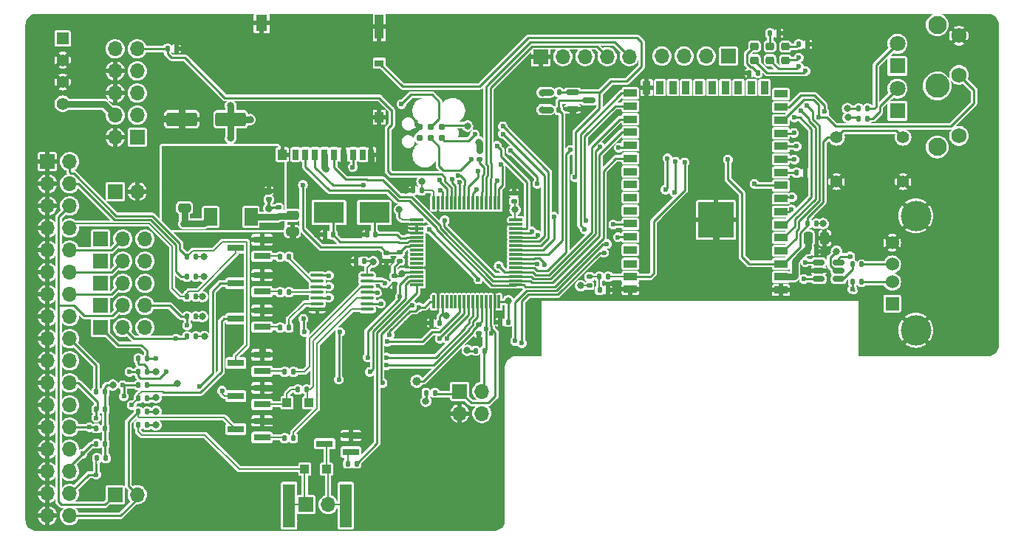
<source format=gbr>
%TF.GenerationSoftware,KiCad,Pcbnew,7.0.7-7.0.7~ubuntu23.04.1*%
%TF.CreationDate,2023-09-24T09:12:25+02:00*%
%TF.ProjectId,SweFlops,53776546-6c6f-4707-932e-6b696361645f,1.03*%
%TF.SameCoordinates,PX6312cb0PY6bcb370*%
%TF.FileFunction,Copper,L1,Top*%
%TF.FilePolarity,Positive*%
%FSLAX46Y46*%
G04 Gerber Fmt 4.6, Leading zero omitted, Abs format (unit mm)*
G04 Created by KiCad (PCBNEW 7.0.7-7.0.7~ubuntu23.04.1) date 2023-09-24 09:12:25*
%MOMM*%
%LPD*%
G01*
G04 APERTURE LIST*
G04 Aperture macros list*
%AMRoundRect*
0 Rectangle with rounded corners*
0 $1 Rounding radius*
0 $2 $3 $4 $5 $6 $7 $8 $9 X,Y pos of 4 corners*
0 Add a 4 corners polygon primitive as box body*
4,1,4,$2,$3,$4,$5,$6,$7,$8,$9,$2,$3,0*
0 Add four circle primitives for the rounded corners*
1,1,$1+$1,$2,$3*
1,1,$1+$1,$4,$5*
1,1,$1+$1,$6,$7*
1,1,$1+$1,$8,$9*
0 Add four rect primitives between the rounded corners*
20,1,$1+$1,$2,$3,$4,$5,0*
20,1,$1+$1,$4,$5,$6,$7,0*
20,1,$1+$1,$6,$7,$8,$9,0*
20,1,$1+$1,$8,$9,$2,$3,0*%
G04 Aperture macros list end*
%TA.AperFunction,SMDPad,CuDef*%
%ADD10RoundRect,0.140000X0.140000X0.170000X-0.140000X0.170000X-0.140000X-0.170000X0.140000X-0.170000X0*%
%TD*%
%TA.AperFunction,SMDPad,CuDef*%
%ADD11RoundRect,0.140000X-0.170000X0.140000X-0.170000X-0.140000X0.170000X-0.140000X0.170000X0.140000X0*%
%TD*%
%TA.AperFunction,SMDPad,CuDef*%
%ADD12RoundRect,0.250000X-0.475000X0.250000X-0.475000X-0.250000X0.475000X-0.250000X0.475000X0.250000X0*%
%TD*%
%TA.AperFunction,SMDPad,CuDef*%
%ADD13RoundRect,0.140000X0.170000X-0.140000X0.170000X0.140000X-0.170000X0.140000X-0.170000X-0.140000X0*%
%TD*%
%TA.AperFunction,ComponentPad*%
%ADD14R,1.800000X1.800000*%
%TD*%
%TA.AperFunction,ComponentPad*%
%ADD15C,1.800000*%
%TD*%
%TA.AperFunction,ComponentPad*%
%ADD16R,1.700000X1.700000*%
%TD*%
%TA.AperFunction,ComponentPad*%
%ADD17O,1.700000X1.700000*%
%TD*%
%TA.AperFunction,SMDPad,CuDef*%
%ADD18RoundRect,0.135000X0.135000X0.185000X-0.135000X0.185000X-0.135000X-0.185000X0.135000X-0.185000X0*%
%TD*%
%TA.AperFunction,SMDPad,CuDef*%
%ADD19RoundRect,0.135000X0.185000X-0.135000X0.185000X0.135000X-0.185000X0.135000X-0.185000X-0.135000X0*%
%TD*%
%TA.AperFunction,SMDPad,CuDef*%
%ADD20RoundRect,0.135000X-0.135000X-0.185000X0.135000X-0.185000X0.135000X0.185000X-0.135000X0.185000X0*%
%TD*%
%TA.AperFunction,SMDPad,CuDef*%
%ADD21RoundRect,0.100000X-0.637500X-0.100000X0.637500X-0.100000X0.637500X0.100000X-0.637500X0.100000X0*%
%TD*%
%TA.AperFunction,SMDPad,CuDef*%
%ADD22R,1.500000X2.000000*%
%TD*%
%TA.AperFunction,SMDPad,CuDef*%
%ADD23R,3.800000X2.000000*%
%TD*%
%TA.AperFunction,SMDPad,CuDef*%
%ADD24R,3.500000X2.400000*%
%TD*%
%TA.AperFunction,SMDPad,CuDef*%
%ADD25RoundRect,0.250000X1.500000X0.550000X-1.500000X0.550000X-1.500000X-0.550000X1.500000X-0.550000X0*%
%TD*%
%TA.AperFunction,ComponentPad*%
%ADD26C,2.100000*%
%TD*%
%TA.AperFunction,ComponentPad*%
%ADD27C,2.800000*%
%TD*%
%TA.AperFunction,ComponentPad*%
%ADD28C,1.750000*%
%TD*%
%TA.AperFunction,ComponentPad*%
%ADD29C,5.000000*%
%TD*%
%TA.AperFunction,SMDPad,CuDef*%
%ADD30R,1.400000X5.000000*%
%TD*%
%TA.AperFunction,ComponentPad*%
%ADD31C,1.400000*%
%TD*%
%TA.AperFunction,SMDPad,CuDef*%
%ADD32R,1.900000X0.800000*%
%TD*%
%TA.AperFunction,SMDPad,CuDef*%
%ADD33R,1.000000X1.000000*%
%TD*%
%TA.AperFunction,ComponentPad*%
%ADD34R,1.408000X1.408000*%
%TD*%
%TA.AperFunction,ComponentPad*%
%ADD35C,1.408000*%
%TD*%
%TA.AperFunction,SMDPad,CuDef*%
%ADD36RoundRect,0.075000X-0.700000X-0.075000X0.700000X-0.075000X0.700000X0.075000X-0.700000X0.075000X0*%
%TD*%
%TA.AperFunction,SMDPad,CuDef*%
%ADD37RoundRect,0.075000X-0.075000X-0.700000X0.075000X-0.700000X0.075000X0.700000X-0.075000X0.700000X0*%
%TD*%
%TA.AperFunction,SMDPad,CuDef*%
%ADD38C,1.000000*%
%TD*%
%TA.AperFunction,SMDPad,CuDef*%
%ADD39RoundRect,0.150000X-0.587500X-0.150000X0.587500X-0.150000X0.587500X0.150000X-0.587500X0.150000X0*%
%TD*%
%TA.AperFunction,SMDPad,CuDef*%
%ADD40RoundRect,0.140000X-0.140000X-0.170000X0.140000X-0.170000X0.140000X0.170000X-0.140000X0.170000X0*%
%TD*%
%TA.AperFunction,SMDPad,CuDef*%
%ADD41R,0.700000X1.200000*%
%TD*%
%TA.AperFunction,SMDPad,CuDef*%
%ADD42R,1.000000X0.800000*%
%TD*%
%TA.AperFunction,SMDPad,CuDef*%
%ADD43R,1.000000X1.200000*%
%TD*%
%TA.AperFunction,SMDPad,CuDef*%
%ADD44R,1.000000X2.800000*%
%TD*%
%TA.AperFunction,SMDPad,CuDef*%
%ADD45R,1.300000X1.900000*%
%TD*%
%TA.AperFunction,SMDPad,CuDef*%
%ADD46RoundRect,0.218750X-0.256250X0.218750X-0.256250X-0.218750X0.256250X-0.218750X0.256250X0.218750X0*%
%TD*%
%TA.AperFunction,ComponentPad*%
%ADD47R,1.524000X1.524000*%
%TD*%
%TA.AperFunction,ComponentPad*%
%ADD48C,1.524000*%
%TD*%
%TA.AperFunction,ComponentPad*%
%ADD49C,3.500000*%
%TD*%
%TA.AperFunction,ComponentPad*%
%ADD50C,1.397000*%
%TD*%
%TA.AperFunction,SMDPad,CuDef*%
%ADD51RoundRect,0.135000X-0.185000X0.135000X-0.185000X-0.135000X0.185000X-0.135000X0.185000X0.135000X0*%
%TD*%
%TA.AperFunction,SMDPad,CuDef*%
%ADD52RoundRect,0.150000X-0.512500X-0.150000X0.512500X-0.150000X0.512500X0.150000X-0.512500X0.150000X0*%
%TD*%
%TA.AperFunction,SMDPad,CuDef*%
%ADD53RoundRect,0.250000X-0.250000X-0.475000X0.250000X-0.475000X0.250000X0.475000X-0.250000X0.475000X0*%
%TD*%
%TA.AperFunction,SMDPad,CuDef*%
%ADD54R,1.500000X0.900000*%
%TD*%
%TA.AperFunction,SMDPad,CuDef*%
%ADD55R,0.900000X1.500000*%
%TD*%
%TA.AperFunction,SMDPad,CuDef*%
%ADD56R,4.100000X4.100000*%
%TD*%
%TA.AperFunction,ConnectorPad*%
%ADD57C,0.787400*%
%TD*%
%TA.AperFunction,ViaPad*%
%ADD58C,0.600000*%
%TD*%
%TA.AperFunction,ViaPad*%
%ADD59C,0.800000*%
%TD*%
%TA.AperFunction,Conductor*%
%ADD60C,0.200000*%
%TD*%
%TA.AperFunction,Conductor*%
%ADD61C,0.250000*%
%TD*%
%TA.AperFunction,Conductor*%
%ADD62C,0.750000*%
%TD*%
G04 APERTURE END LIST*
D10*
%TO.P,C3,1*%
%TO.N,Net-(U3-PD0)*%
X31468000Y32258000D03*
%TO.P,C3,2*%
%TO.N,GND*%
X30508000Y32258000D03*
%TD*%
D11*
%TO.P,C4,1*%
%TO.N,/nrst*%
X32766000Y30198000D03*
%TO.P,C4,2*%
%TO.N,GND*%
X32766000Y29238000D03*
%TD*%
D10*
%TO.P,C5,1*%
%TO.N,Net-(U3-PD1)*%
X26642000Y32258000D03*
%TO.P,C5,2*%
%TO.N,GND*%
X25682000Y32258000D03*
%TD*%
%TO.P,C6,1*%
%TO.N,+3V3*%
X36774000Y37338000D03*
%TO.P,C6,2*%
%TO.N,GND*%
X35814000Y37338000D03*
%TD*%
%TO.P,C7,1*%
%TO.N,+3V3*%
X38862000Y22098000D03*
%TO.P,C7,2*%
%TO.N,GND*%
X37902000Y22098000D03*
%TD*%
%TO.P,C9,1*%
%TO.N,+3V3*%
X46708000Y22225000D03*
%TO.P,C9,2*%
%TO.N,GND*%
X45748000Y22225000D03*
%TD*%
D11*
%TO.P,C10,1*%
%TO.N,+3V3*%
X33655000Y27531000D03*
%TO.P,C10,2*%
%TO.N,GND*%
X33655000Y26571000D03*
%TD*%
D12*
%TO.P,C17,1*%
%TO.N,+3V3*%
X9626600Y37246600D03*
%TO.P,C17,2*%
%TO.N,GND*%
X9626600Y35346600D03*
%TD*%
D11*
%TO.P,C18,1*%
%TO.N,+3V3*%
X19278600Y37284600D03*
%TO.P,C18,2*%
%TO.N,GND*%
X19278600Y36324600D03*
%TD*%
D12*
%TO.P,C19,1*%
%TO.N,+5V*%
X21974000Y34510000D03*
%TO.P,C19,2*%
%TO.N,GND*%
X21974000Y32610000D03*
%TD*%
D10*
%TO.P,C20,1*%
%TO.N,+5V*%
X30198000Y29210000D03*
%TO.P,C20,2*%
%TO.N,GND*%
X29238000Y29210000D03*
%TD*%
D13*
%TO.P,C23,1*%
%TO.N,+5V*%
X20421600Y34419600D03*
%TO.P,C23,2*%
%TO.N,GND*%
X20421600Y35379600D03*
%TD*%
D14*
%TO.P,LD1,1,K*%
%TO.N,/~{selx}*%
X91313000Y51628000D03*
D15*
%TO.P,LD1,2,A*%
%TO.N,Net-(LD1-A)*%
X91313000Y54168000D03*
%TD*%
D16*
%TO.P,P1,1,Pin_1*%
%TO.N,GND*%
X-6096000Y40640000D03*
D17*
%TO.P,P1,2,Pin_2*%
%TO.N,/~{dskchg}*%
X-3556000Y40640000D03*
%TO.P,P1,3,Pin_3*%
%TO.N,GND*%
X-6096000Y38100000D03*
%TO.P,P1,4,Pin_4*%
%TO.N,/~{inuse}*%
X-3556000Y38100000D03*
%TO.P,P1,5,Pin_5*%
%TO.N,GND*%
X-6096000Y35560000D03*
%TO.P,P1,6,Pin_6*%
%TO.N,/~{sel3}*%
X-3556000Y35560000D03*
%TO.P,P1,7,Pin_7*%
%TO.N,GND*%
X-6096000Y33020000D03*
%TO.P,P1,8,Pin_8*%
%TO.N,/~{index}*%
X-3556000Y33020000D03*
%TO.P,P1,9,Pin_9*%
%TO.N,GND*%
X-6096000Y30480000D03*
%TO.P,P1,10,Pin_10*%
%TO.N,/~{sel0}*%
X-3556000Y30480000D03*
%TO.P,P1,11,Pin_11*%
%TO.N,GND*%
X-6096000Y27940000D03*
%TO.P,P1,12,Pin_12*%
%TO.N,/~{sel1}*%
X-3556000Y27940000D03*
%TO.P,P1,13,Pin_13*%
%TO.N,GND*%
X-6096000Y25400000D03*
%TO.P,P1,14,Pin_14*%
%TO.N,/~{sel2}*%
X-3556000Y25400000D03*
%TO.P,P1,15,Pin_15*%
%TO.N,GND*%
X-6096000Y22860000D03*
%TO.P,P1,16,Pin_16*%
%TO.N,/~{mtron}*%
X-3556000Y22860000D03*
%TO.P,P1,17,Pin_17*%
%TO.N,GND*%
X-6096000Y20320000D03*
%TO.P,P1,18,Pin_18*%
%TO.N,/dir*%
X-3556000Y20320000D03*
%TO.P,P1,19,Pin_19*%
%TO.N,GND*%
X-6096000Y17780000D03*
%TO.P,P1,20,Pin_20*%
%TO.N,/~{step}*%
X-3556000Y17780000D03*
%TO.P,P1,21,Pin_21*%
%TO.N,GND*%
X-6096000Y15240000D03*
%TO.P,P1,22,Pin_22*%
%TO.N,/~{wdata}*%
X-3556000Y15240000D03*
%TO.P,P1,23,Pin_23*%
%TO.N,GND*%
X-6096000Y12700000D03*
%TO.P,P1,24,Pin_24*%
%TO.N,/~{wgate}*%
X-3556000Y12700000D03*
%TO.P,P1,25,Pin_25*%
%TO.N,GND*%
X-6096000Y10160000D03*
%TO.P,P1,26,Pin_26*%
%TO.N,/~{trk0}*%
X-3556000Y10160000D03*
%TO.P,P1,27,Pin_27*%
%TO.N,GND*%
X-6096000Y7620000D03*
%TO.P,P1,28,Pin_28*%
%TO.N,/~{wprot}*%
X-3556000Y7620000D03*
%TO.P,P1,29,Pin_29*%
%TO.N,GND*%
X-6096000Y5080000D03*
%TO.P,P1,30,Pin_30*%
%TO.N,/~{rdata}*%
X-3556000Y5080000D03*
%TO.P,P1,31,Pin_31*%
%TO.N,GND*%
X-6096000Y2540000D03*
%TO.P,P1,32,Pin_32*%
%TO.N,/~{side}*%
X-3556000Y2540000D03*
%TO.P,P1,33,Pin_33*%
%TO.N,GND*%
X-6096000Y0D03*
%TO.P,P1,34,Pin_34*%
%TO.N,/~{rdy}*%
X-3556000Y0D03*
%TD*%
D18*
%TO.P,PU1,1*%
%TO.N,+5V*%
X10922000Y29718000D03*
%TO.P,PU1,2*%
%TO.N,/~{dskchg}*%
X9902000Y29718000D03*
%TD*%
%TO.P,PU2,1*%
%TO.N,+5V*%
X10922000Y27432000D03*
%TO.P,PU2,2*%
%TO.N,/~{inuse}*%
X9902000Y27432000D03*
%TD*%
%TO.P,PU3,1*%
%TO.N,+5V*%
X10922000Y25146000D03*
%TO.P,PU3,2*%
%TO.N,/~{index}*%
X9902000Y25146000D03*
%TD*%
%TO.P,PU4,1*%
%TO.N,/~{selx}*%
X5336000Y18034000D03*
%TO.P,PU4,2*%
%TO.N,+5V*%
X4316000Y18034000D03*
%TD*%
%TO.P,PU5,1*%
%TO.N,+5V*%
X512000Y14224000D03*
%TO.P,PU5,2*%
%TO.N,/dir*%
X-508000Y14224000D03*
%TD*%
%TO.P,PU6,1*%
%TO.N,+5V*%
X5338000Y16510000D03*
%TO.P,PU6,2*%
%TO.N,/~{step}*%
X4318000Y16510000D03*
%TD*%
%TO.P,PU7,1*%
%TO.N,+5V*%
X510000Y12192000D03*
%TO.P,PU7,2*%
%TO.N,/~{wdata}*%
X-510000Y12192000D03*
%TD*%
%TO.P,PU8,1*%
%TO.N,+5V*%
X5334000Y14986000D03*
%TO.P,PU8,2*%
%TO.N,/~{wgate}*%
X4314000Y14986000D03*
%TD*%
%TO.P,PU9,1*%
%TO.N,+5V*%
X510000Y10033000D03*
%TO.P,PU9,2*%
%TO.N,/~{trk0}*%
X-510000Y10033000D03*
%TD*%
%TO.P,PU10,1*%
%TO.N,+5V*%
X5336000Y13462000D03*
%TO.P,PU10,2*%
%TO.N,/~{wprot}*%
X4316000Y13462000D03*
%TD*%
%TO.P,PU11,1*%
%TO.N,+5V*%
X510000Y8255000D03*
%TO.P,PU11,2*%
%TO.N,/~{rdata}*%
X-510000Y8255000D03*
%TD*%
%TO.P,PU12,1*%
%TO.N,+5V*%
X609600Y6604000D03*
%TO.P,PU12,2*%
%TO.N,/~{side}*%
X-410400Y6604000D03*
%TD*%
%TO.P,PU13,1*%
%TO.N,+5V*%
X5336000Y11938000D03*
%TO.P,PU13,2*%
%TO.N,/~{rdy}*%
X4316000Y11938000D03*
%TD*%
%TO.P,R1,1*%
%TO.N,Net-(USB1-D+)*%
X87187500Y28847000D03*
%TO.P,R1,2*%
%TO.N,/usb+r*%
X86167500Y28847000D03*
%TD*%
%TO.P,R2,1*%
%TO.N,Net-(USB1-D-)*%
X87187500Y26847000D03*
%TO.P,R2,2*%
%TO.N,/usb-r*%
X86167500Y26847000D03*
%TD*%
D19*
%TO.P,R10,1*%
%TO.N,+3V3*%
X34290000Y29206000D03*
%TO.P,R10,2*%
%TO.N,/nrst*%
X34290000Y30226000D03*
%TD*%
D18*
%TO.P,R20,1*%
%TO.N,Net-(LD1-A)*%
X87886000Y46736000D03*
%TO.P,R20,2*%
%TO.N,+3V3*%
X86866000Y46736000D03*
%TD*%
D20*
%TO.P,RN1,1*%
%TO.N,Net-(Q1-G)*%
X20572000Y29718000D03*
%TO.P,RN1,2*%
%TO.N,Net-(RN1-Pad2)*%
X21592000Y29718000D03*
%TD*%
%TO.P,RN2,1*%
%TO.N,Net-(Q2-G)*%
X20572000Y25654000D03*
%TO.P,RN2,2*%
%TO.N,Net-(RN2-Pad2)*%
X21592000Y25654000D03*
%TD*%
%TO.P,RN3,1*%
%TO.N,Net-(Q3-G)*%
X20572000Y21590000D03*
%TO.P,RN3,2*%
%TO.N,Net-(RN3-Pad2)*%
X21592000Y21590000D03*
%TD*%
%TO.P,RN4,1*%
%TO.N,Net-(Q4-G)*%
X21080000Y8890000D03*
%TO.P,RN4,2*%
%TO.N,Net-(RN4-Pad2)*%
X22100000Y8890000D03*
%TD*%
%TO.P,RN5,1*%
%TO.N,Net-(D1-A)*%
X22604000Y14478000D03*
%TO.P,RN5,2*%
%TO.N,Net-(D1-K)*%
X23624000Y14478000D03*
%TD*%
%TO.P,RN6,1*%
%TO.N,Net-(Q6-G)*%
X21080000Y16510000D03*
%TO.P,RN6,2*%
%TO.N,Net-(RN6-Pad2)*%
X22100000Y16510000D03*
%TD*%
D21*
%TO.P,U1,1*%
%TO.N,/~{index_3v3}*%
X24823500Y27604000D03*
%TO.P,U1,2*%
%TO.N,Net-(RN1-Pad2)*%
X24823500Y26954000D03*
%TO.P,U1,3*%
%TO.N,/~{trk0_3v3}*%
X24823500Y26304000D03*
%TO.P,U1,4*%
%TO.N,Net-(RN2-Pad2)*%
X24823500Y25654000D03*
%TO.P,U1,5*%
%TO.N,/~{wprot_3v3}*%
X24823500Y25004000D03*
%TO.P,U1,6*%
%TO.N,Net-(RN3-Pad2)*%
X24823500Y24354000D03*
%TO.P,U1,7,GND*%
%TO.N,GND*%
X24823500Y23704000D03*
%TO.P,U1,8*%
%TO.N,Net-(RN4-Pad2)*%
X30548500Y23704000D03*
%TO.P,U1,9*%
%TO.N,/~{rdy_3v3}*%
X30548500Y24354000D03*
%TO.P,U1,10*%
%TO.N,Net-(D1-K)*%
X30548500Y25004000D03*
%TO.P,U1,11*%
%TO.N,/~{rdata_3v3}*%
X30548500Y25654000D03*
%TO.P,U1,12*%
%TO.N,Net-(RN6-Pad2)*%
X30548500Y26304000D03*
%TO.P,U1,13*%
%TO.N,/~{dskchg_3v3}*%
X30548500Y26954000D03*
%TO.P,U1,14,VCC*%
%TO.N,+5V*%
X30548500Y27604000D03*
%TD*%
D22*
%TO.P,U4,1,GND*%
%TO.N,GND*%
X12621220Y34289600D03*
%TO.P,U4,2,VO*%
%TO.N,+3V3*%
X14921220Y34289600D03*
D23*
X14921220Y40589600D03*
D22*
%TO.P,U4,3,VI*%
%TO.N,+5V*%
X17221220Y34289600D03*
%TD*%
D24*
%TO.P,Y1,1,1*%
%TO.N,Net-(U3-PD0)*%
X31362000Y34798000D03*
%TO.P,Y1,2,2*%
%TO.N,Net-(U3-PD1)*%
X26162000Y34798000D03*
%TD*%
D25*
%TO.P,C1,1*%
%TO.N,+5V*%
X14904000Y45500000D03*
%TO.P,C1,2*%
%TO.N,GND*%
X9304000Y45500000D03*
%TD*%
D20*
%TO.P,R13,1*%
%TO.N,/boot0*%
X7666800Y53594000D03*
%TO.P,R13,2*%
%TO.N,GND*%
X8686800Y53594000D03*
%TD*%
D26*
%TO.P,S3,*%
%TO.N,*%
X95874000Y56350000D03*
D27*
X95874000Y49340000D03*
D28*
%TO.P,S3,1,1*%
%TO.N,GND*%
X98364000Y55100000D03*
%TO.P,S3,2,2*%
%TO.N,/bt_right*%
X98364000Y50600000D03*
%TD*%
D27*
%TO.P,S4,*%
%TO.N,*%
X95874000Y49340000D03*
D26*
X95874000Y42330000D03*
D28*
%TO.P,S4,1,1*%
%TO.N,GND*%
X98364000Y48090000D03*
%TO.P,S4,2,2*%
%TO.N,/bt_left*%
X98364000Y43590000D03*
%TD*%
D29*
%TO.P,H1,1,1*%
%TO.N,GND*%
X14605000Y52387500D03*
%TD*%
%TO.P,H2,1,1*%
%TO.N,GND*%
X35687000Y52387500D03*
%TD*%
%TO.P,H3,1,1*%
%TO.N,GND*%
X14605000Y2667000D03*
%TD*%
%TO.P,H4,1,1*%
%TO.N,GND*%
X35687000Y2667000D03*
%TD*%
%TO.P,H5,1,1*%
%TO.N,GND*%
X85471000Y52387500D03*
%TD*%
D14*
%TO.P,LD2,1,K*%
%TO.N,/~{sely}*%
X91313000Y46482000D03*
D15*
%TO.P,LD2,2,A*%
%TO.N,Net-(LD2-A)*%
X91313000Y49022000D03*
%TD*%
D18*
%TO.P,PU14,1*%
%TO.N,+5V*%
X10922000Y20574000D03*
%TO.P,PU14,2*%
%TO.N,/~{mtron}*%
X9902000Y20574000D03*
%TD*%
D20*
%TO.P,PU15,1*%
%TO.N,/~{sely}*%
X9902000Y22860000D03*
%TO.P,PU15,2*%
%TO.N,+5V*%
X10922000Y22860000D03*
%TD*%
%TO.P,R3,1*%
%TO.N,+3V3*%
X37304000Y14100000D03*
%TO.P,R3,2*%
%TO.N,/disp_dio*%
X38324000Y14100000D03*
%TD*%
%TO.P,R4,1*%
%TO.N,+3V3*%
X42974000Y18940000D03*
%TO.P,R4,2*%
%TO.N,/disp_clk*%
X43994000Y18940000D03*
%TD*%
%TO.P,R5,1*%
%TO.N,Net-(Q7-B)*%
X28319000Y5969000D03*
%TO.P,R5,2*%
%TO.N,/jb*%
X29339000Y5969000D03*
%TD*%
%TO.P,R6,1*%
%TO.N,/spk+*%
X4316000Y10414000D03*
%TO.P,R6,2*%
%TO.N,+5V*%
X5336000Y10414000D03*
%TD*%
D18*
%TO.P,R21,1*%
%TO.N,Net-(LD2-A)*%
X87886000Y45567600D03*
%TO.P,R21,2*%
%TO.N,+3V3*%
X86866000Y45567600D03*
%TD*%
D30*
%TO.P,SPK1,1,1*%
%TO.N,/spk+*%
X21590000Y1145000D03*
D31*
X21590000Y-605000D03*
D30*
%TO.P,SPK1,2,2*%
%TO.N,/spk-*%
X28090000Y1145000D03*
D31*
X28090000Y-605000D03*
%TD*%
D32*
%TO.P,Q7,1,B*%
%TO.N,Net-(Q7-B)*%
X28678000Y7305000D03*
%TO.P,Q7,2,E*%
%TO.N,GND*%
X28678000Y9205000D03*
%TO.P,Q7,3,C*%
%TO.N,/spk-*%
X25678000Y8255000D03*
%TD*%
D16*
%TO.P,P6,1,Pin_1*%
%TO.N,GND*%
X50419000Y52705000D03*
D17*
%TO.P,P6,2,Pin_2*%
%TO.N,+3V3*%
X52959000Y52705000D03*
%TO.P,P6,3,Pin_3*%
%TO.N,/ja*%
X55499000Y52705000D03*
%TO.P,P6,4,Pin_4*%
%TO.N,/enc_dt*%
X58039000Y52705000D03*
%TO.P,P6,5,Pin_5*%
%TO.N,/enc_clk*%
X60579000Y52705000D03*
%TD*%
D13*
%TO.P,C8,1*%
%TO.N,+3V3*%
X47371000Y36096000D03*
%TO.P,C8,2*%
%TO.N,GND*%
X47371000Y37056000D03*
%TD*%
D32*
%TO.P,Q1,1,G*%
%TO.N,Net-(Q1-G)*%
X18494000Y29784000D03*
%TO.P,Q1,2,S*%
%TO.N,GND*%
X18494000Y31684000D03*
%TO.P,Q1,3,D*%
%TO.N,/~{index}*%
X15494000Y30734000D03*
%TD*%
%TO.P,Q2,1,G*%
%TO.N,Net-(Q2-G)*%
X18494000Y25720000D03*
%TO.P,Q2,2,S*%
%TO.N,GND*%
X18494000Y27620000D03*
%TO.P,Q2,3,D*%
%TO.N,/~{trk0}*%
X15494000Y26670000D03*
%TD*%
%TO.P,Q3,1,G*%
%TO.N,Net-(Q3-G)*%
X18494000Y21656000D03*
%TO.P,Q3,2,S*%
%TO.N,GND*%
X18494000Y23556000D03*
%TO.P,Q3,3,D*%
%TO.N,/~{wprot}*%
X15494000Y22606000D03*
%TD*%
%TO.P,Q4,1,G*%
%TO.N,Net-(Q4-G)*%
X18494000Y8981334D03*
%TO.P,Q4,2,S*%
%TO.N,GND*%
X18494000Y10881334D03*
%TO.P,Q4,3,D*%
%TO.N,/~{rdy}*%
X15494000Y9931334D03*
%TD*%
%TO.P,Q5,1,G*%
%TO.N,Net-(D1-A)*%
X18494000Y12778667D03*
%TO.P,Q5,2,S*%
%TO.N,GND*%
X18494000Y14678667D03*
%TO.P,Q5,3,D*%
%TO.N,/~{rdata}*%
X15494000Y13728667D03*
%TD*%
%TO.P,Q6,1,G*%
%TO.N,Net-(Q6-G)*%
X18494000Y16576000D03*
%TO.P,Q6,2,S*%
%TO.N,GND*%
X18494000Y18476000D03*
%TO.P,Q6,3,D*%
%TO.N,/~{dskchg}*%
X15494000Y17526000D03*
%TD*%
D33*
%TO.P,D1,1,K*%
%TO.N,Net-(D1-K)*%
X23856000Y12954000D03*
%TO.P,D1,2,A*%
%TO.N,Net-(D1-A)*%
X21356000Y12954000D03*
%TD*%
%TO.P,D2,1,K*%
%TO.N,/spk+*%
X23388000Y5334000D03*
%TO.P,D2,2,A*%
%TO.N,/spk-*%
X25888000Y5334000D03*
%TD*%
D16*
%TO.P,PA5,1,Pin_1*%
%TO.N,/~{selx}*%
X0Y31750000D03*
D17*
%TO.P,PA5,2,Pin_2*%
%TO.N,/~{sel0}*%
X2540000Y31750000D03*
%TO.P,PA5,3,Pin_3*%
%TO.N,/~{sely}*%
X5080000Y31750000D03*
%TD*%
D16*
%TO.P,PB5,1,Pin_1*%
%TO.N,/~{selx}*%
X0Y29210000D03*
D17*
%TO.P,PB5,2,Pin_2*%
%TO.N,/~{sel1}*%
X2540000Y29210000D03*
%TO.P,PB5,3,Pin_3*%
%TO.N,/~{sely}*%
X5080000Y29210000D03*
%TD*%
D16*
%TO.P,PC5,1,Pin_1*%
%TO.N,/~{selx}*%
X0Y26670000D03*
D17*
%TO.P,PC5,2,Pin_2*%
%TO.N,/~{sel2}*%
X2540000Y26670000D03*
%TO.P,PC5,3,Pin_3*%
%TO.N,/~{sely}*%
X5080000Y26670000D03*
%TD*%
D16*
%TO.P,PD5,1,Pin_1*%
%TO.N,/~{selx}*%
X0Y21590000D03*
D17*
%TO.P,PD5,2,Pin_2*%
%TO.N,/~{mtron}*%
X2540000Y21590000D03*
%TO.P,PD5,3,Pin_3*%
%TO.N,/~{sely}*%
X5080000Y21590000D03*
%TD*%
D34*
%TO.P,P2,1,Pin_1*%
%TO.N,unconnected-(P2-Pin_1-Pad1)*%
X-4336000Y54790000D03*
D35*
%TO.P,P2,2,Pin_2*%
%TO.N,GND*%
X-4336000Y52290000D03*
%TO.P,P2,3,Pin_3*%
X-4336000Y49790000D03*
%TO.P,P2,4,Pin_4*%
%TO.N,+5V*%
X-4336000Y47290000D03*
%TD*%
D16*
%TO.P,P4,1,Pin_1*%
%TO.N,/nrst*%
X4201000Y43434000D03*
D17*
%TO.P,P4,2,Pin_2*%
%TO.N,GND*%
X1661000Y43434000D03*
%TO.P,P4,3,Pin_3*%
%TO.N,/rx*%
X4201000Y45974000D03*
%TO.P,P4,4,Pin_4*%
%TO.N,+5V*%
X1661000Y45974000D03*
%TO.P,P4,5,Pin_5*%
%TO.N,/tx*%
X4201000Y48514000D03*
%TO.P,P4,6,Pin_6*%
%TO.N,GND*%
X1661000Y48514000D03*
%TO.P,P4,7,Pin_7*%
%TO.N,+3V3*%
X4201000Y51054000D03*
%TO.P,P4,8,Pin_8*%
%TO.N,GND*%
X1661000Y51054000D03*
%TO.P,P4,9,Pin_9*%
%TO.N,/boot0*%
X4201000Y53594000D03*
%TO.P,P4,10,Pin_10*%
%TO.N,+3V3*%
X1661000Y53594000D03*
%TD*%
D16*
%TO.P,P5,1,Pin_1*%
%TO.N,/jc*%
X1651000Y37211000D03*
D17*
%TO.P,P5,2,Pin_2*%
%TO.N,GND*%
X4191000Y37211000D03*
%TD*%
D16*
%TO.P,P9,1,Pin_1*%
%TO.N,/spk+*%
X23540000Y1270000D03*
D17*
%TO.P,P9,2,Pin_2*%
%TO.N,/spk-*%
X26080000Y1270000D03*
%TD*%
D36*
%TO.P,U3,1,VBAT*%
%TO.N,+3V3*%
X36235000Y33976000D03*
%TO.P,U3,2,PC13*%
%TO.N,GND*%
X36235000Y33476000D03*
%TO.P,U3,3,PC14*%
X36235000Y32976000D03*
%TO.P,U3,4,PC15*%
X36235000Y32476000D03*
%TO.P,U3,5,PD0*%
%TO.N,Net-(U3-PD0)*%
X36235000Y31976000D03*
%TO.P,U3,6,PD1*%
%TO.N,Net-(U3-PD1)*%
X36235000Y31476000D03*
%TO.P,U3,7,NRST*%
%TO.N,/nrst*%
X36235000Y30976000D03*
%TO.P,U3,8,PC0*%
%TO.N,unconnected-(U3-PC0-Pad8)*%
X36235000Y30476000D03*
%TO.P,U3,9,PC1*%
%TO.N,unconnected-(U3-PC1-Pad9)*%
X36235000Y29976000D03*
%TO.P,U3,10,PC2*%
%TO.N,unconnected-(U3-PC2-Pad10)*%
X36235000Y29476000D03*
%TO.P,U3,11,PC3*%
%TO.N,unconnected-(U3-PC3-Pad11)*%
X36235000Y28976000D03*
%TO.P,U3,12,VSSA*%
%TO.N,GND*%
X36235000Y28476000D03*
%TO.P,U3,13,VDDA*%
%TO.N,+3V3*%
X36235000Y27976000D03*
%TO.P,U3,14,PA0*%
%TO.N,/~{selx}*%
X36235000Y27476000D03*
%TO.P,U3,15,PA1*%
%TO.N,/~{step}*%
X36235000Y26976000D03*
%TO.P,U3,16,PA2*%
%TO.N,/jb*%
X36235000Y26476000D03*
D37*
%TO.P,U3,17,PA3*%
%TO.N,/~{sely}*%
X38160000Y24551000D03*
%TO.P,U3,18,VSS*%
%TO.N,GND*%
X38660000Y24551000D03*
%TO.P,U3,19,VDD*%
%TO.N,+3V3*%
X39160000Y24551000D03*
%TO.P,U3,20,PA4*%
%TO.N,unconnected-(U3-PA4-Pad20)*%
X39660000Y24551000D03*
%TO.P,U3,21,PA5*%
%TO.N,unconnected-(U3-PA5-Pad21)*%
X40160000Y24551000D03*
%TO.P,U3,22,PA6*%
%TO.N,unconnected-(U3-PA6-Pad22)*%
X40660000Y24551000D03*
%TO.P,U3,23,PA7*%
%TO.N,/~{rdata_3v3}*%
X41160000Y24551000D03*
%TO.P,U3,24,PC4*%
%TO.N,/io2*%
X41660000Y24551000D03*
%TO.P,U3,25,PC5*%
%TO.N,/io1*%
X42160000Y24551000D03*
%TO.P,U3,26,PB0*%
%TO.N,/dir*%
X42660000Y24551000D03*
%TO.P,U3,27,PB1*%
%TO.N,/jc*%
X43160000Y24551000D03*
%TO.P,U3,28,PB2*%
%TO.N,/boot1*%
X43660000Y24551000D03*
%TO.P,U3,29,PB10*%
%TO.N,/disp_clk*%
X44160000Y24551000D03*
%TO.P,U3,30,PB11*%
%TO.N,/disp_dio*%
X44660000Y24551000D03*
%TO.P,U3,31,VSS*%
%TO.N,GND*%
X45160000Y24551000D03*
%TO.P,U3,32,VDD*%
%TO.N,+3V3*%
X45660000Y24551000D03*
D36*
%TO.P,U3,33,PB12*%
%TO.N,/spi_cs*%
X47585000Y26476000D03*
%TO.P,U3,34,PB13*%
%TO.N,/spi_clk*%
X47585000Y26976000D03*
%TO.P,U3,35,PB14*%
%TO.N,/spi_do*%
X47585000Y27476000D03*
%TO.P,U3,36,PB15*%
%TO.N,/spi_di*%
X47585000Y27976000D03*
%TO.P,U3,37,PC6*%
%TO.N,/ja*%
X47585000Y28476000D03*
%TO.P,U3,38,PC7*%
%TO.N,/bt_right*%
X47585000Y28976000D03*
%TO.P,U3,39,PC8*%
%TO.N,/bt_left*%
X47585000Y29476000D03*
%TO.P,U3,40,PC9*%
%TO.N,/SD_DETECT*%
X47585000Y29976000D03*
%TO.P,U3,41,PA8*%
%TO.N,/~{wdata}*%
X47585000Y30476000D03*
%TO.P,U3,42,PA9*%
%TO.N,/tx*%
X47585000Y30976000D03*
%TO.P,U3,43,PA10*%
%TO.N,/rx*%
X47585000Y31476000D03*
%TO.P,U3,44,PA11*%
%TO.N,/usb-*%
X47585000Y31976000D03*
%TO.P,U3,45,PA12*%
%TO.N,/usb+*%
X47585000Y32476000D03*
%TO.P,U3,46,PA13*%
%TO.N,/swdio*%
X47585000Y32976000D03*
%TO.P,U3,47,VSS*%
%TO.N,GND*%
X47585000Y33476000D03*
%TO.P,U3,48,VDD*%
%TO.N,+3V3*%
X47585000Y33976000D03*
D37*
%TO.P,U3,49,PA14*%
%TO.N,/swclk*%
X45660000Y35901000D03*
%TO.P,U3,50,PA15*%
%TO.N,/~{mtron}*%
X45160000Y35901000D03*
%TO.P,U3,51,PC10*%
%TO.N,/enc_dt*%
X44660000Y35901000D03*
%TO.P,U3,52,PC11*%
%TO.N,/enc_clk*%
X44160000Y35901000D03*
%TO.P,U3,53,PC12*%
%TO.N,Net-(U3-PC12)*%
X43660000Y35901000D03*
%TO.P,U3,54,PD2*%
%TO.N,unconnected-(U3-PD2-Pad54)*%
X43160000Y35901000D03*
%TO.P,U3,55,PB3*%
%TO.N,/~{rdy_3v3}*%
X42660000Y35901000D03*
%TO.P,U3,56,PB4*%
%TO.N,/~{side}*%
X42160000Y35901000D03*
%TO.P,U3,57,PB5*%
%TO.N,/~{wprot_3v3}*%
X41660000Y35901000D03*
%TO.P,U3,58,PB6*%
%TO.N,/~{trk0_3v3}*%
X41160000Y35901000D03*
%TO.P,U3,59,PB7*%
%TO.N,/~{dskchg_3v3}*%
X40660000Y35901000D03*
%TO.P,U3,60,BOOT0*%
%TO.N,/boot0*%
X40160000Y35901000D03*
%TO.P,U3,61,PB8*%
%TO.N,/~{index_3v3}*%
X39660000Y35901000D03*
%TO.P,U3,62,PB9*%
%TO.N,/~{wgate}*%
X39160000Y35901000D03*
%TO.P,U3,63,VSS*%
%TO.N,GND*%
X38660000Y35901000D03*
%TO.P,U3,64,VDD*%
%TO.N,+3V3*%
X38160000Y35901000D03*
%TD*%
D19*
%TO.P,R7,1*%
%TO.N,GND*%
X43307000Y20955000D03*
%TO.P,R7,2*%
%TO.N,/boot1*%
X43307000Y21975000D03*
%TD*%
D38*
%TO.P,TP1,1,1*%
%TO.N,/boot1*%
X36254000Y15440000D03*
%TD*%
D39*
%TO.P,Q8,1,G*%
%TO.N,/~{SD_DETECT}*%
X54069000Y48610000D03*
%TO.P,Q8,2,S*%
%TO.N,GND*%
X54069000Y46710000D03*
%TO.P,Q8,3,D*%
%TO.N,/SD_DETECT*%
X55944000Y47660000D03*
%TD*%
D20*
%TO.P,R17,1*%
%TO.N,+3V3*%
X51464000Y46590000D03*
%TO.P,R17,2*%
%TO.N,/SD_DETECT*%
X52484000Y46590000D03*
%TD*%
D16*
%TO.P,P11,1,Pin_1*%
%TO.N,ESP32_IO0*%
X71934000Y52760000D03*
D17*
%TO.P,P11,2,Pin_2*%
%TO.N,ESP32_EN*%
X69394000Y52760000D03*
%TO.P,P11,3,Pin_3*%
%TO.N,/esp32_tx*%
X66854000Y52760000D03*
%TO.P,P11,4,Pin_4*%
%TO.N,/esp32_rx*%
X64314000Y52760000D03*
%TD*%
D20*
%TO.P,R16,1*%
%TO.N,Net-(D5-K)*%
X80008000Y54102000D03*
%TO.P,R16,2*%
%TO.N,GND*%
X81028000Y54102000D03*
%TD*%
D18*
%TO.P,R12,1*%
%TO.N,+3V3*%
X82044000Y33528000D03*
%TO.P,R12,2*%
%TO.N,ESP32_IO0*%
X81024000Y33528000D03*
%TD*%
D40*
%TO.P,C12,1*%
%TO.N,Net-(C12-Pad1)*%
X57178000Y25908000D03*
%TO.P,C12,2*%
%TO.N,GND*%
X58138000Y25908000D03*
%TD*%
D16*
%TO.P,PE5,1,Pin_1*%
%TO.N,/~{selx}*%
X0Y24130000D03*
D17*
%TO.P,PE5,2,Pin_2*%
%TO.N,/~{sel3}*%
X2540000Y24130000D03*
%TO.P,PE5,3,Pin_3*%
%TO.N,/~{sely}*%
X5080000Y24130000D03*
%TD*%
D41*
%TO.P,J1,1,DAT2*%
%TO.N,unconnected-(J1-DAT2-Pad1)*%
X22344000Y41460000D03*
%TO.P,J1,2,DAT3/CD*%
%TO.N,/spi_cs*%
X23444000Y41460000D03*
%TO.P,J1,3,CMD*%
%TO.N,/spi_di*%
X24544000Y41460000D03*
%TO.P,J1,4,VDD*%
%TO.N,+3V3*%
X25644000Y41460000D03*
%TO.P,J1,5,CLK*%
%TO.N,/spi_clk*%
X26744000Y41460000D03*
%TO.P,J1,6,VSS*%
%TO.N,GND*%
X27844000Y41460000D03*
%TO.P,J1,7,DAT0*%
%TO.N,/spi_do*%
X28944000Y41460000D03*
%TO.P,J1,8,DAT1*%
%TO.N,unconnected-(J1-DAT1-Pad8)*%
X30044000Y41460000D03*
%TO.P,J1,9,DET_B*%
%TO.N,GND*%
X30994000Y41460000D03*
D42*
%TO.P,J1,10,DET_A*%
%TO.N,/~{SD_DETECT}*%
X31944000Y51960000D03*
D43*
%TO.P,J1,11,SHIELD*%
%TO.N,GND*%
X31944000Y45760000D03*
D44*
X31944000Y56110000D03*
D43*
X20794000Y41460000D03*
D45*
X18444000Y56560000D03*
%TD*%
D19*
%TO.P,R11,1*%
%TO.N,+3V3*%
X56007000Y26412000D03*
%TO.P,R11,2*%
%TO.N,Net-(C12-Pad1)*%
X56007000Y27432000D03*
%TD*%
D46*
%TO.P,D5,1,K*%
%TO.N,Net-(D5-K)*%
X78486000Y53848000D03*
%TO.P,D5,2,A*%
%TO.N,Net-(D5-A)*%
X78486000Y52273000D03*
%TD*%
D47*
%TO.P,USB1,1,VBUS*%
%TO.N,+5V*%
X90714000Y24350000D03*
D48*
%TO.P,USB1,2,D-*%
%TO.N,Net-(USB1-D-)*%
X90714000Y26850000D03*
%TO.P,USB1,3,D+*%
%TO.N,Net-(USB1-D+)*%
X90714000Y28850000D03*
%TO.P,USB1,4,GND*%
%TO.N,GND*%
X90714000Y31350000D03*
D49*
%TO.P,USB1,5,Shield*%
X93424000Y21280000D03*
X93424000Y34420000D03*
%TD*%
D50*
%TO.P,S1,1,1*%
%TO.N,ESP32_IO0*%
X84328000Y43434000D03*
X91948000Y43434000D03*
%TO.P,S1,2,2*%
%TO.N,GND*%
X84328000Y38354000D03*
X91948000Y38354000D03*
%TD*%
D20*
%TO.P,R15,1*%
%TO.N,Net-(D4-K)*%
X76706000Y55372000D03*
%TO.P,R15,2*%
%TO.N,GND*%
X77726000Y55372000D03*
%TD*%
D16*
%TO.P,P10,1,Pin_1*%
%TO.N,/~{sel3}*%
X1651000Y2413000D03*
D17*
%TO.P,P10,2,Pin_2*%
%TO.N,/~{rdy}*%
X4191000Y2413000D03*
%TD*%
D51*
%TO.P,R8,1*%
%TO.N,+3V3*%
X43454000Y41910000D03*
%TO.P,R8,2*%
%TO.N,Net-(U3-PC12)*%
X43454000Y40890000D03*
%TD*%
D20*
%TO.P,R18,1*%
%TO.N,Net-(U2-IO07)*%
X79754000Y39370000D03*
%TO.P,R18,2*%
%TO.N,GND*%
X80774000Y39370000D03*
%TD*%
%TO.P,R9,1*%
%TO.N,Net-(C12-Pad1)*%
X57148000Y27432000D03*
%TO.P,R9,2*%
%TO.N,ESP32_EN*%
X58168000Y27432000D03*
%TD*%
D18*
%TO.P,R14,1*%
%TO.N,Net-(D3-K)*%
X75344000Y50830000D03*
%TO.P,R14,2*%
%TO.N,GND*%
X74324000Y50830000D03*
%TD*%
D52*
%TO.P,U5,1,I/O1*%
%TO.N,/usb-*%
X82307000Y29078000D03*
%TO.P,U5,2,GND*%
%TO.N,GND*%
X82307000Y28128000D03*
%TO.P,U5,3,I/O2*%
%TO.N,/usb+*%
X82307000Y27178000D03*
%TO.P,U5,4,I/O2*%
%TO.N,/usb+r*%
X84582000Y27178000D03*
%TO.P,U5,5,VBUS*%
%TO.N,+5V*%
X84582000Y28128000D03*
%TO.P,U5,6,I/O1*%
%TO.N,/usb-r*%
X84582000Y29078000D03*
%TD*%
D20*
%TO.P,R19,1*%
%TO.N,+3V3*%
X51504000Y48600000D03*
%TO.P,R19,2*%
%TO.N,/~{SD_DETECT}*%
X52524000Y48600000D03*
%TD*%
D46*
%TO.P,D3,1,K*%
%TO.N,Net-(D3-K)*%
X74930000Y53873500D03*
%TO.P,D3,2,A*%
%TO.N,Net-(D3-A)*%
X74930000Y52298500D03*
%TD*%
%TO.P,D4,1,K*%
%TO.N,Net-(D4-K)*%
X76708000Y53873500D03*
%TO.P,D4,2,A*%
%TO.N,Net-(D4-A)*%
X76708000Y52298500D03*
%TD*%
D53*
%TO.P,C2,1*%
%TO.N,+3V3*%
X81092000Y31877000D03*
%TO.P,C2,2*%
%TO.N,GND*%
X82992000Y31877000D03*
%TD*%
D54*
%TO.P,U2,1,GND*%
%TO.N,GND*%
X77956000Y25914000D03*
%TO.P,U2,2,3V3*%
%TO.N,+3V3*%
X77956000Y27414000D03*
%TO.P,U2,3,IO00*%
%TO.N,ESP32_IO0*%
X77956000Y28914000D03*
%TO.P,U2,4,IO01*%
%TO.N,Net-(D3-A)*%
X77956000Y30414000D03*
%TO.P,U2,5,IO02*%
%TO.N,Net-(D4-A)*%
X77956000Y31914000D03*
%TO.P,U2,6,IO03*%
%TO.N,Net-(D5-A)*%
X77956000Y33414000D03*
%TO.P,U2,7,IO04*%
%TO.N,/io2*%
X77956000Y34914000D03*
%TO.P,U2,8,IO05*%
%TO.N,/io1*%
X77956000Y36414000D03*
%TO.P,U2,9,IO06*%
%TO.N,/nrst*%
X77956000Y37914000D03*
%TO.P,U2,10,IO07*%
%TO.N,Net-(U2-IO07)*%
X77956000Y39414000D03*
%TO.P,U2,11,IO08*%
%TO.N,/~{SD_DETECT}*%
X77956000Y40914000D03*
%TO.P,U2,12,IO09*%
%TO.N,/~{sely}*%
X77956000Y42414000D03*
%TO.P,U2,13,IO10*%
%TO.N,/~{selx}*%
X77956000Y43914000D03*
%TO.P,U2,14,IO11*%
%TO.N,/bt_right*%
X77956000Y45414000D03*
%TO.P,U2,15,IO12*%
%TO.N,/bt_left*%
X77956000Y46914000D03*
%TO.P,U2,16,IO13*%
%TO.N,unconnected-(U2-IO13-Pad16)*%
X77956000Y48414000D03*
D55*
%TO.P,U2,17,IO14*%
%TO.N,unconnected-(U2-IO14-Pad17)*%
X76081000Y49164000D03*
%TO.P,U2,18,IO15*%
%TO.N,unconnected-(U2-IO15-Pad18)*%
X74581000Y49164000D03*
%TO.P,U2,19,IO16*%
%TO.N,unconnected-(U2-IO16-Pad19)*%
X73081000Y49164000D03*
%TO.P,U2,20,IO17*%
%TO.N,unconnected-(U2-IO17-Pad20)*%
X71581000Y49164000D03*
%TO.P,U2,21,IO18*%
%TO.N,unconnected-(U2-IO18-Pad21)*%
X70081000Y49164000D03*
%TO.P,U2,22,USB_D-*%
%TO.N,unconnected-(U2-USB_D--Pad22)*%
X68581000Y49164000D03*
%TO.P,U2,23,USB_D+*%
%TO.N,unconnected-(U2-USB_D+-Pad23)*%
X67081000Y49164000D03*
%TO.P,U2,24,IO21*%
%TO.N,unconnected-(U2-IO21-Pad24)*%
X65581000Y49164000D03*
%TO.P,U2,25,IO26*%
%TO.N,unconnected-(U2-IO26-Pad25)*%
X64081000Y49164000D03*
%TO.P,U2,26,GND*%
%TO.N,GND*%
X62581000Y49164000D03*
D54*
%TO.P,U2,27,IO33*%
%TO.N,/disp_dio*%
X60706000Y48514000D03*
%TO.P,U2,28,IO34*%
%TO.N,/disp_clk*%
X60706000Y47014000D03*
%TO.P,U2,29,IO35*%
%TO.N,/spi_di*%
X60706000Y45514000D03*
%TO.P,U2,30,IO36*%
%TO.N,/spi_clk*%
X60706000Y44014000D03*
%TO.P,U2,31,IO37*%
%TO.N,/spi_do*%
X60706000Y42514000D03*
%TO.P,U2,32,IO38*%
%TO.N,/spi_cs*%
X60706000Y41014000D03*
%TO.P,U2,33,IO39*%
%TO.N,unconnected-(U2-IO39-Pad33)*%
X60706000Y39514000D03*
%TO.P,U2,34,IO40*%
%TO.N,unconnected-(U2-IO40-Pad34)*%
X60706000Y38014000D03*
%TO.P,U2,35,IO41*%
%TO.N,unconnected-(U2-IO41-Pad35)*%
X60706000Y36514000D03*
%TO.P,U2,36,IO42*%
%TO.N,unconnected-(U2-IO42-Pad36)*%
X60706000Y35014000D03*
%TO.P,U2,37,TXD0*%
%TO.N,/esp32_tx*%
X60706000Y33514000D03*
%TO.P,U2,38,RXD0*%
%TO.N,/esp32_rx*%
X60706000Y32014000D03*
%TO.P,U2,39,IO45*%
%TO.N,unconnected-(U2-IO45-Pad39)*%
X60706000Y30514000D03*
%TO.P,U2,40,IO46*%
%TO.N,unconnected-(U2-IO46-Pad40)*%
X60706000Y28914000D03*
%TO.P,U2,41,EN*%
%TO.N,ESP32_EN*%
X60706000Y27414000D03*
%TO.P,U2,42,GND*%
%TO.N,GND*%
X60706000Y26014000D03*
D56*
%TO.P,U2,43,GND*%
X70521000Y33954000D03*
%TD*%
D57*
%TO.P,J2,1,Pin_1*%
%TO.N,+3V3*%
X39059000Y44605000D03*
%TO.P,J2,2,Pin_2*%
%TO.N,/swdio*%
X39059000Y43335000D03*
%TO.P,J2,3,Pin_3*%
%TO.N,/nrst*%
X37789000Y44605000D03*
%TO.P,J2,4,Pin_4*%
%TO.N,/swclk*%
X37789000Y43335000D03*
%TO.P,J2,5,Pin_5*%
%TO.N,GND*%
X36519000Y44605000D03*
%TO.P,J2,6,Pin_6*%
%TO.N,unconnected-(J2-Pin_6-Pad6)*%
X36519000Y43335000D03*
%TD*%
D16*
%TO.P,J3,1,Pin_1*%
%TO.N,/disp_dio*%
X41154000Y14280000D03*
D17*
%TO.P,J3,2,Pin_2*%
%TO.N,/disp_clk*%
X43694000Y14280000D03*
%TO.P,J3,3,Pin_3*%
%TO.N,GND*%
X41154000Y11740000D03*
%TO.P,J3,4,Pin_4*%
%TO.N,+3V3*%
X43694000Y11740000D03*
%TD*%
D40*
%TO.P,C11,1*%
%TO.N,+3V3*%
X81054000Y30353000D03*
%TO.P,C11,2*%
%TO.N,GND*%
X82014000Y30353000D03*
%TD*%
D58*
%TO.N,GND*%
X74374000Y40930000D03*
X-1117600Y2997200D03*
D59*
X78486000Y55372000D03*
D58*
X79248000Y25908000D03*
X42926000Y50292000D03*
D59*
X6864000Y45550000D03*
X33994000Y44110000D03*
D58*
X75946000Y36830000D03*
X75484000Y46940000D03*
X8789461Y27004254D03*
X66040000Y46990000D03*
D59*
X54014000Y45210000D03*
D58*
X13462000Y24079200D03*
X71924000Y37470000D03*
X7315200Y7416800D03*
X63404000Y37290000D03*
X52194000Y37160000D03*
D59*
X37137808Y21401906D03*
X9702800Y53543200D03*
X43259000Y20116002D03*
X24793153Y32286153D03*
D58*
X58970500Y26006788D03*
X66548000Y32258000D03*
X2286000Y10922000D03*
X11114000Y31630000D03*
X54204000Y31760000D03*
X43180000Y34290000D03*
X45720000Y46482000D03*
X42829539Y45186576D03*
D59*
X20574000Y14732000D03*
D58*
X20878800Y44602400D03*
D59*
X81788000Y54102000D03*
X80761720Y28134040D03*
X20804000Y42880000D03*
X83058000Y30353000D03*
D58*
X48260000Y51308000D03*
X76200000Y32004000D03*
D59*
X29464000Y32258000D03*
D58*
X62754000Y41240000D03*
X62230000Y30480000D03*
D59*
X70612000Y30734000D03*
D58*
X-6705600Y44196000D03*
D59*
X20320000Y27559000D03*
X18542000Y19812000D03*
X73406000Y50800000D03*
D58*
X-2032000Y13462000D03*
X64054000Y46600000D03*
X-1320800Y16002000D03*
X62611000Y50800000D03*
D59*
X21954000Y31370000D03*
D58*
X80010000Y37592000D03*
X6959600Y28194000D03*
X10109200Y24079200D03*
X45872400Y29565600D03*
D59*
X20447000Y10922000D03*
X19278600Y35280600D03*
X27986037Y39773883D03*
X9525469Y33528746D03*
X9304000Y47120000D03*
X9314000Y43710000D03*
X24764994Y22733000D03*
X20447000Y31750000D03*
X20320000Y23622000D03*
X28315649Y29215351D03*
D58*
X8128000Y13462000D03*
D59*
X36068000Y19050000D03*
D58*
X70612000Y46990000D03*
D59*
X31753219Y30085000D03*
D58*
X-1524000Y11684000D03*
D59*
X30607000Y9271000D03*
X84201000Y31877000D03*
X47371000Y37846000D03*
D58*
X51816000Y40894000D03*
X-2032000Y8890000D03*
D59*
X32598772Y25767966D03*
D58*
X1828800Y17627600D03*
D59*
X34633629Y32598533D03*
X34916051Y37388018D03*
X31004000Y39970000D03*
D58*
X35052000Y22098000D03*
X49784000Y36322000D03*
X-1524000Y5842000D03*
D59*
X46355000Y20828000D03*
D58*
X1930400Y7264400D03*
X54224000Y36920000D03*
X68072000Y46990000D03*
X66548000Y35306000D03*
X58928000Y37084000D03*
%TO.N,/nrst*%
X34474000Y47250000D03*
X46990000Y41910000D03*
X50038000Y38100000D03*
X74930000Y38100000D03*
X23174000Y37980000D03*
D59*
%TO.N,+3V3*%
X34539750Y27814250D03*
D58*
X11912600Y36169600D03*
X18262600Y36169600D03*
D59*
X39624000Y22987000D03*
X42006314Y19000996D03*
X85648800Y45720000D03*
D58*
X18262600Y41249600D03*
X13182600Y37439600D03*
X18262600Y39979600D03*
X19532600Y39979600D03*
D59*
X37274000Y13150000D03*
D58*
X8102600Y39979600D03*
D59*
X50574000Y46610000D03*
D58*
X10642600Y41249600D03*
X18262600Y38709600D03*
D59*
X42054782Y44728584D03*
D58*
X15722600Y36169600D03*
D59*
X46711800Y24673906D03*
X50584000Y48565000D03*
D58*
X15722600Y38709600D03*
X16992600Y37439600D03*
D59*
X43354000Y42890000D03*
D58*
X13182600Y38709600D03*
X16992600Y38709600D03*
X14452600Y36169600D03*
D59*
X85598000Y46736000D03*
D58*
X80283980Y29952030D03*
X8102600Y34899600D03*
X8102600Y37439600D03*
D59*
X36830000Y38354000D03*
D58*
X16992600Y36169600D03*
X11912600Y41249600D03*
X11912600Y39979600D03*
X8102600Y38709600D03*
X15722600Y37439600D03*
X9372600Y41249600D03*
D59*
X34228114Y35117460D03*
D58*
X14452600Y38709600D03*
D59*
X47498000Y35116486D03*
D58*
X8102600Y36169600D03*
X19298534Y41065199D03*
X11912600Y37439600D03*
X11912600Y38709600D03*
X9372600Y39979600D03*
X13182600Y36169600D03*
X9372600Y38709600D03*
X10642600Y38709600D03*
D59*
X25792009Y39797299D03*
X82804000Y33528000D03*
D58*
X18262600Y37439600D03*
X14452600Y37439600D03*
X8102600Y41249600D03*
X19532600Y38709600D03*
D59*
X54997283Y26409717D03*
D58*
X10642600Y39979600D03*
D59*
%TO.N,+5V*%
X8770894Y15145000D03*
D58*
X19010746Y34343111D03*
D59*
X6345347Y10418653D03*
X1394207Y14988793D03*
X14884000Y43330000D03*
X11684000Y22860000D03*
X31226407Y29147593D03*
X84328000Y30353000D03*
X11684000Y25146000D03*
X11811000Y27432000D03*
X14884000Y47090000D03*
X11811000Y29718000D03*
X6350000Y16563002D03*
X17134002Y45470000D03*
X11884501Y20553904D03*
X6364267Y13552000D03*
X6344368Y11975000D03*
D58*
%TO.N,/disp_clk*%
X44160000Y21463000D03*
X55629000Y33909000D03*
%TO.N,/disp_dio*%
X55474000Y32870000D03*
X44786240Y20953252D03*
%TO.N,/~{selx}*%
X79451200Y43942000D03*
X34295165Y25150238D03*
X6350000Y18085000D03*
X30607000Y18161000D03*
%TO.N,/~{mtron}*%
X45417723Y38481157D03*
X8636000Y20320000D03*
%TO.N,/dir*%
X32766000Y18161000D03*
%TO.N,/~{step}*%
X3302000Y16510000D03*
X30861000Y16510000D03*
X7493000Y16510000D03*
%TO.N,/~{wdata}*%
X-508000Y11226800D03*
X51932500Y34338500D03*
%TO.N,/~{wgate}*%
X2667000Y13716000D03*
X23368000Y21082000D03*
X23241000Y22606000D03*
X38949793Y37370323D03*
X27305000Y15621000D03*
X27432000Y21082000D03*
X2539992Y14986000D03*
%TO.N,/~{trk0}*%
X-1270000Y10160000D03*
X11303000Y14859000D03*
%TO.N,/~{wprot}*%
X3556000Y12700000D03*
%TO.N,/~{rdata}*%
X13919200Y14340500D03*
X-2082800Y7112000D03*
%TO.N,/~{side}*%
X32315500Y15240000D03*
X-508000Y4699000D03*
X43264000Y39540000D03*
X35721777Y24131653D03*
%TO.N,/rx*%
X46101000Y43815000D03*
%TO.N,/tx*%
X46101000Y44704000D03*
%TO.N,/ja*%
X53814000Y41990000D03*
%TO.N,/jc*%
X32766000Y17272000D03*
%TO.N,/usb+*%
X80594525Y27177500D03*
X49403000Y32639000D03*
%TO.N,/usb-*%
X50104255Y32212029D03*
X80772000Y29078000D03*
%TO.N,/~{index_3v3}*%
X26162000Y27559000D03*
X38838648Y38558269D03*
%TO.N,/~{trk0_3v3}*%
X41125138Y38254509D03*
X26162000Y26289000D03*
%TO.N,/~{wprot_3v3}*%
X26162000Y25019000D03*
X40994506Y39045000D03*
%TO.N,/~{rdy_3v3}*%
X43112017Y37467741D03*
X32133500Y24354000D03*
%TO.N,/~{rdata_3v3}*%
X32862775Y19965594D03*
X31710368Y25623942D03*
%TO.N,/~{dskchg_3v3}*%
X32564508Y26667316D03*
X40300695Y38646715D03*
%TO.N,/~{SD_DETECT}*%
X54356000Y38862000D03*
X79502000Y40894000D03*
%TO.N,/~{sely}*%
X33107536Y20740464D03*
X9906000Y21844000D03*
X36490917Y23913413D03*
X79756000Y42418000D03*
%TO.N,/usb-r*%
X85902800Y29768800D03*
X86156800Y26009600D03*
%TO.N,/bt_right*%
X82260643Y45755356D03*
X50057387Y28926323D03*
%TO.N,/bt_left*%
X82931000Y46382807D03*
X50879850Y28839500D03*
%TO.N,/io2*%
X79154411Y35145589D03*
X38862000Y20320000D03*
X57685320Y30198679D03*
X48260000Y19812000D03*
%TO.N,/io1*%
X47498000Y20066000D03*
X79248000Y36576000D03*
X58018765Y31188558D03*
X39662003Y20320000D03*
%TO.N,/spi_do*%
X59370805Y42251264D03*
X57211288Y42376393D03*
X28894000Y40020000D03*
X39424000Y33900000D03*
%TO.N,/spi_di*%
X30084000Y37950000D03*
X45614000Y28660000D03*
X37630530Y32866530D03*
X43278035Y27124351D03*
%TO.N,/swdio*%
X45414000Y42470000D03*
X42884000Y43790000D03*
%TO.N,/swclk*%
X45884000Y40350000D03*
X42524000Y40950000D03*
%TO.N,/esp32_tx*%
X65894000Y40640000D03*
X65734000Y37120000D03*
X58754000Y33420000D03*
%TO.N,/esp32_rx*%
X59272745Y31970031D03*
X64944000Y41020000D03*
X64724000Y37430000D03*
%TO.N,Net-(D3-A)*%
X80772000Y51054000D03*
X80965411Y47050589D03*
%TO.N,ESP32_EN*%
X66914000Y40560000D03*
%TO.N,ESP32_IO0*%
X71882000Y40894000D03*
%TO.N,Net-(D4-A)*%
X80010000Y51562000D03*
X80264000Y46482000D03*
%TO.N,Net-(D5-A)*%
X79502000Y45720000D03*
X80010000Y52578000D03*
%TD*%
D60*
%TO.N,GND*%
X58871712Y25908000D02*
X58970500Y26006788D01*
X25682000Y32258000D02*
X24821306Y32258000D01*
D61*
X20794000Y41460000D02*
X20794000Y42870000D01*
D60*
X58138000Y25908000D02*
X58871712Y25908000D01*
D62*
X20406334Y10881334D02*
X20447000Y10922000D01*
X18494000Y31684000D02*
X20381000Y31684000D01*
X21974000Y31390000D02*
X21954000Y31370000D01*
D60*
X34966069Y37338000D02*
X34916051Y37388018D01*
X47585000Y33476000D02*
X46110000Y33476000D01*
X34814000Y32970000D02*
X36229000Y32970000D01*
X36229000Y32970000D02*
X36235000Y32976000D01*
D62*
X21974000Y32610000D02*
X21974000Y31390000D01*
X18494000Y14678667D02*
X20520667Y14678667D01*
D60*
X29238000Y29210000D02*
X28321000Y29210000D01*
X9652000Y53594000D02*
X9702800Y53543200D01*
D62*
X20520667Y14678667D02*
X20574000Y14732000D01*
D60*
X36219000Y33460000D02*
X36235000Y33476000D01*
X38660000Y35901000D02*
X38660000Y34756000D01*
D62*
X70521000Y33954000D02*
X70521000Y30825000D01*
D61*
X80767760Y28128000D02*
X80761720Y28134040D01*
X80774000Y39370000D02*
X80774000Y38355984D01*
D60*
X24821306Y32258000D02*
X24793153Y32286153D01*
X34814000Y32970000D02*
X34633629Y32789629D01*
X33401806Y26571000D02*
X32598772Y25767966D01*
D61*
X60706000Y26014000D02*
X58977712Y26014000D01*
D62*
X11860366Y33528746D02*
X12621220Y34289600D01*
X20259000Y27620000D02*
X20320000Y27559000D01*
D61*
X74324000Y50830000D02*
X73436000Y50830000D01*
D60*
X8686800Y53594000D02*
X9652000Y53594000D01*
D62*
X9304000Y43720000D02*
X9314000Y43710000D01*
X18494000Y19764000D02*
X18542000Y19812000D01*
X28678000Y9205000D02*
X30541000Y9205000D01*
D60*
X34844000Y33460000D02*
X36219000Y33460000D01*
X45160000Y22353200D02*
X45288200Y22225000D01*
D62*
X18494000Y18476000D02*
X18494000Y19764000D01*
X9304000Y45500000D02*
X9304000Y43720000D01*
D60*
X37696982Y21401906D02*
X37137808Y21401906D01*
X35814000Y37338000D02*
X34966069Y37338000D01*
D62*
X9254000Y45550000D02*
X9304000Y45500000D01*
D60*
X37902000Y22098000D02*
X37902000Y21606924D01*
D62*
X18494000Y27620000D02*
X20259000Y27620000D01*
D60*
X81028000Y54102000D02*
X81788000Y54102000D01*
X46110000Y33476000D02*
X46094000Y33460000D01*
D62*
X20254000Y23556000D02*
X20320000Y23622000D01*
D60*
X34756162Y32476000D02*
X34633629Y32598533D01*
D61*
X73436000Y50830000D02*
X73406000Y50800000D01*
X62581000Y50770000D02*
X62611000Y50800000D01*
D62*
X9626600Y35346600D02*
X9626600Y33629877D01*
D61*
X19377600Y35379600D02*
X19278600Y35280600D01*
D60*
X82014000Y30353000D02*
X83058000Y30353000D01*
D62*
X9525469Y33528746D02*
X11860366Y33528746D01*
D60*
X33655000Y26571000D02*
X33401806Y26571000D01*
D61*
X82307000Y28128000D02*
X80767760Y28128000D01*
X36519000Y44605000D02*
X36024000Y44110000D01*
D62*
X54069000Y45265000D02*
X54014000Y45210000D01*
D60*
X34633629Y32789629D02*
X34633629Y32598533D01*
D62*
X30994000Y39970000D02*
X31004000Y39970000D01*
D60*
X45288200Y22225000D02*
X45748000Y22225000D01*
D62*
X30994000Y41460000D02*
X30994000Y39970000D01*
X6864000Y45550000D02*
X9254000Y45550000D01*
D61*
X62581000Y49164000D02*
X62581000Y50770000D01*
D60*
X77726000Y55372000D02*
X78486000Y55372000D01*
X32536000Y29238000D02*
X31714000Y30060000D01*
X24823500Y23704000D02*
X24823500Y22791506D01*
D61*
X36024000Y44110000D02*
X33994000Y44110000D01*
D62*
X30541000Y9205000D02*
X30607000Y9271000D01*
D61*
X20794000Y42870000D02*
X20804000Y42880000D01*
D62*
X54069000Y46710000D02*
X54069000Y45265000D01*
X18494000Y10881334D02*
X20406334Y10881334D01*
X27844000Y39915920D02*
X27986037Y39773883D01*
X20381000Y31684000D02*
X20447000Y31750000D01*
D61*
X58977712Y26014000D02*
X58970500Y26006788D01*
D60*
X47371000Y37056000D02*
X47371000Y37846000D01*
D61*
X79242000Y25914000D02*
X79248000Y25908000D01*
X20421600Y35379600D02*
X19377600Y35379600D01*
D60*
X45748000Y21435000D02*
X46355000Y20828000D01*
X43307000Y20955000D02*
X43307000Y20164002D01*
D62*
X70521000Y30825000D02*
X70612000Y30734000D01*
X9304000Y45500000D02*
X9304000Y47120000D01*
D61*
X19278600Y36324600D02*
X19278600Y35280600D01*
D60*
X34814000Y32970000D02*
X34844000Y33000000D01*
X32766000Y29238000D02*
X32536000Y29238000D01*
D62*
X82992000Y31877000D02*
X84201000Y31877000D01*
X27844000Y41460000D02*
X27844000Y39915920D01*
D61*
X80010016Y37592000D02*
X80010000Y37592000D01*
D60*
X30508000Y32258000D02*
X29464000Y32258000D01*
D62*
X9626600Y33629877D02*
X9525469Y33528746D01*
D60*
X28321000Y29210000D02*
X28315649Y29215351D01*
X36235000Y32476000D02*
X34756162Y32476000D01*
X37902000Y21606924D02*
X37696982Y21401906D01*
D61*
X80774000Y38355984D02*
X80010016Y37592000D01*
D60*
X45748000Y22225000D02*
X45748000Y21435000D01*
X24823500Y22791506D02*
X24764994Y22733000D01*
X45160000Y24551000D02*
X45160000Y22353200D01*
D62*
X18494000Y23556000D02*
X20254000Y23556000D01*
D60*
X38660000Y34756000D02*
X38634000Y34730000D01*
X34844000Y33000000D02*
X34844000Y33460000D01*
X43307000Y20164002D02*
X43259000Y20116002D01*
D61*
X77956000Y25914000D02*
X79242000Y25914000D01*
%TO.N,Net-(U3-PD0)*%
X31362000Y32364000D02*
X31468000Y32258000D01*
X31362000Y34798000D02*
X31362000Y32364000D01*
X34983934Y31812135D02*
X35147799Y31976000D01*
X31468000Y32258000D02*
X33937459Y32258000D01*
X35147799Y31976000D02*
X36235000Y31976000D01*
X33937459Y32258000D02*
X34383324Y31812135D01*
X34383324Y31812135D02*
X34983934Y31812135D01*
%TO.N,/nrst*%
X37964000Y48340000D02*
X38766550Y47537450D01*
X35564000Y48340000D02*
X37964000Y48340000D01*
X77956000Y37914000D02*
X75116000Y37914000D01*
X23174000Y32880001D02*
X23174000Y37980000D01*
X25244001Y30810000D02*
X23174000Y32880001D01*
X32154000Y30810000D02*
X25244001Y30810000D01*
X50038000Y38862000D02*
X50038000Y38100000D01*
X34262000Y30198000D02*
X34290000Y30226000D01*
X34976135Y30912135D02*
X35356726Y30912135D01*
X34474000Y47250000D02*
X35564000Y48340000D01*
X32766000Y30198000D02*
X32154000Y30810000D01*
X46990000Y41910000D02*
X50038000Y38862000D01*
X35420591Y30976000D02*
X36235000Y30976000D01*
X32766000Y30198000D02*
X34262000Y30198000D01*
X75116000Y37914000D02*
X74930000Y38100000D01*
X38766550Y45582550D02*
X37789000Y44605000D01*
X38766550Y47537450D02*
X38766550Y45582550D01*
X35356726Y30912135D02*
X35420591Y30976000D01*
X34290000Y30226000D02*
X34976135Y30912135D01*
%TO.N,Net-(U3-PD1)*%
X36235000Y31476000D02*
X35284195Y31476000D01*
X26642000Y32258000D02*
X26642000Y34318000D01*
X26642000Y34318000D02*
X26162000Y34798000D01*
X27457003Y31442997D02*
X26642000Y32258000D01*
X34116066Y31442997D02*
X27457003Y31442997D01*
X34196928Y31362135D02*
X34116066Y31442997D01*
X35170330Y31362135D02*
X34196928Y31362135D01*
X35284195Y31476000D02*
X35170330Y31362135D01*
%TO.N,+3V3*%
X39160000Y23114000D02*
X39497000Y23114000D01*
X39059000Y44605000D02*
X39294300Y44840300D01*
X34256500Y27531000D02*
X34539750Y27814250D01*
D62*
X50619000Y48600000D02*
X50584000Y48565000D01*
X79567000Y29235050D02*
X80283980Y29952030D01*
D61*
X34204000Y34346000D02*
X34204000Y35093346D01*
D62*
X79567000Y27525000D02*
X79567000Y29235050D01*
D60*
X36774000Y37338000D02*
X36774000Y38298000D01*
D62*
X25644000Y39945308D02*
X25792009Y39797299D01*
D61*
X37304000Y13180000D02*
X37274000Y13150000D01*
D60*
X36774000Y37338000D02*
X37973000Y37338000D01*
D61*
X38862000Y22098000D02*
X38862000Y22860000D01*
D62*
X11719600Y37246600D02*
X11912600Y37439600D01*
D61*
X42067310Y18940000D02*
X42006314Y19000996D01*
X46588894Y24551000D02*
X46711800Y24673906D01*
D62*
X77956000Y27414000D02*
X79456000Y27414000D01*
D61*
X33655000Y27531000D02*
X34039426Y27531000D01*
D60*
X47498000Y35969000D02*
X47498000Y34063000D01*
D61*
X86866000Y46736000D02*
X85598000Y46736000D01*
D60*
X36235000Y33976000D02*
X34574000Y33976000D01*
D62*
X81092000Y30760050D02*
X80283980Y29952030D01*
D61*
X39497000Y23114000D02*
X39624000Y22987000D01*
D60*
X82044000Y33528000D02*
X82804000Y33528000D01*
D61*
X34701500Y27976000D02*
X34539750Y27814250D01*
D62*
X25644000Y41460000D02*
X25644000Y39945308D01*
D61*
X41943066Y44840300D02*
X42054782Y44728584D01*
D60*
X38160000Y37151000D02*
X38160000Y35901000D01*
D61*
X85648800Y45720000D02*
X86612000Y45720000D01*
X34290000Y29206000D02*
X33654000Y28570000D01*
D60*
X81054000Y31839000D02*
X81092000Y31877000D01*
D62*
X19250600Y37312600D02*
X19278600Y37284600D01*
X18262600Y37439600D02*
X18389600Y37312600D01*
X51504000Y48600000D02*
X50619000Y48600000D01*
X50584000Y46600000D02*
X50574000Y46610000D01*
X79456000Y27414000D02*
X79567000Y27525000D01*
D61*
X42934000Y18950000D02*
X42924000Y18940000D01*
X34204000Y35093346D02*
X34228114Y35117460D01*
D60*
X81054000Y30353000D02*
X81054000Y31839000D01*
X54999566Y26412000D02*
X54997283Y26409717D01*
D62*
X9626600Y37246600D02*
X11719600Y37246600D01*
X43454000Y41910000D02*
X43454000Y42790000D01*
D61*
X33654000Y28570000D02*
X33654000Y27532000D01*
X39294300Y44840300D02*
X41943066Y44840300D01*
D62*
X18389600Y37312600D02*
X19250600Y37312600D01*
D61*
X46708000Y24670106D02*
X46711800Y24673906D01*
X38862000Y22860000D02*
X39116000Y23114000D01*
X86612000Y45720000D02*
X86764400Y45567600D01*
X39116000Y23114000D02*
X39160000Y23114000D01*
D60*
X36774000Y38298000D02*
X36830000Y38354000D01*
D61*
X33654000Y27532000D02*
X33655000Y27531000D01*
X34290000Y34260000D02*
X34204000Y34346000D01*
X36235000Y27976000D02*
X34701500Y27976000D01*
X46708000Y22479000D02*
X46708000Y24670106D01*
D60*
X47498000Y34063000D02*
X47585000Y33976000D01*
D61*
X37304000Y14100000D02*
X37304000Y13180000D01*
X45660000Y24551000D02*
X46588894Y24551000D01*
D62*
X81092000Y31877000D02*
X81092000Y30760050D01*
D60*
X56007000Y26412000D02*
X54999566Y26412000D01*
X47371000Y36096000D02*
X47498000Y35969000D01*
D61*
X42924000Y18940000D02*
X42067310Y18940000D01*
D60*
X34574000Y33976000D02*
X34290000Y34260000D01*
D61*
X39160000Y23114000D02*
X39160000Y24551000D01*
D62*
X43454000Y42790000D02*
X43354000Y42890000D01*
X51504000Y46600000D02*
X50584000Y46600000D01*
D61*
X34039426Y27531000D02*
X34256500Y27531000D01*
D60*
X37973000Y37338000D02*
X38160000Y37151000D01*
%TO.N,+5V*%
X31164000Y29210000D02*
X31226407Y29147593D01*
D61*
X6340694Y10414000D02*
X6345347Y10418653D01*
D62*
X18957235Y34289600D02*
X19010746Y34343111D01*
D61*
X5013800Y17389000D02*
X5338000Y17064800D01*
X5338000Y16510000D02*
X6296998Y16510000D01*
X6274267Y13462000D02*
X6364267Y13552000D01*
X84582000Y28128000D02*
X84197749Y28128000D01*
D62*
X391000Y47244000D02*
X1661000Y45974000D01*
D60*
X10922000Y22860000D02*
X11684000Y22860000D01*
X11864405Y20574000D02*
X11884501Y20553904D01*
D61*
X4316000Y17477200D02*
X4404200Y17389000D01*
D62*
X-4318000Y47244000D02*
X391000Y47244000D01*
D61*
X6307368Y11938000D02*
X6344368Y11975000D01*
X512000Y14224000D02*
X512000Y12194000D01*
X84197749Y28128000D02*
X83594500Y28731249D01*
D62*
X14904000Y43350000D02*
X14884000Y43330000D01*
D61*
X8611894Y14986000D02*
X8770894Y15145000D01*
X4316000Y18034000D02*
X4316000Y17477200D01*
D62*
X14904000Y47070000D02*
X14884000Y47090000D01*
D61*
X5336000Y11938000D02*
X6307368Y11938000D01*
D62*
X17221220Y34289600D02*
X18957235Y34289600D01*
D61*
X512000Y14224000D02*
X512000Y14786800D01*
D60*
X10922000Y20574000D02*
X11864405Y20574000D01*
D61*
X83594500Y29619500D02*
X84328000Y30353000D01*
X5334000Y14986000D02*
X8611894Y14986000D01*
D60*
X10922000Y25146000D02*
X11684000Y25146000D01*
D61*
X512000Y12194000D02*
X510000Y12192000D01*
X508000Y8253000D02*
X510000Y8255000D01*
X512000Y14786800D02*
X713993Y14988793D01*
X6296998Y16510000D02*
X6350000Y16563002D01*
D60*
X10922000Y29718000D02*
X11811000Y29718000D01*
X10922000Y27432000D02*
X11811000Y27432000D01*
D62*
X20291600Y34289600D02*
X19064257Y34289600D01*
X14904000Y45500000D02*
X14904000Y47070000D01*
X19064257Y34289600D02*
X19010746Y34343111D01*
D61*
X508000Y6705600D02*
X508000Y8253000D01*
X5338000Y17064800D02*
X5338000Y16510000D01*
X510000Y8255000D02*
X510000Y10033000D01*
D60*
X30548500Y27604000D02*
X30548500Y28469686D01*
D61*
X510000Y12192000D02*
X510000Y10033000D01*
X713993Y14988793D02*
X1394207Y14988793D01*
X5336000Y13462000D02*
X6274267Y13462000D01*
D62*
X14904000Y45500000D02*
X14934000Y45470000D01*
X14904000Y45500000D02*
X14904000Y43350000D01*
D61*
X609600Y6604000D02*
X508000Y6705600D01*
X83594500Y28731249D02*
X83594500Y29619500D01*
D60*
X30548500Y28469686D02*
X31226407Y29147593D01*
D62*
X21883600Y34419600D02*
X21974000Y34510000D01*
X20421600Y34419600D02*
X21883600Y34419600D01*
X20421600Y34419600D02*
X20291600Y34289600D01*
X14934000Y45470000D02*
X17134002Y45470000D01*
D60*
X30198000Y29210000D02*
X31164000Y29210000D01*
D61*
X4404200Y17389000D02*
X5013800Y17389000D01*
X5336000Y10414000D02*
X6340694Y10414000D01*
D60*
%TO.N,Net-(D1-K)*%
X24028400Y14478000D02*
X23624000Y14478000D01*
X23672800Y13137200D02*
X23672800Y14429200D01*
X24384000Y14833600D02*
X24028400Y14478000D01*
X30548500Y25004000D02*
X29322000Y25004000D01*
X23672800Y14429200D02*
X23624000Y14478000D01*
X23856000Y12954000D02*
X23672800Y13137200D01*
X29322000Y25004000D02*
X24384000Y20066000D01*
X24384000Y20066000D02*
X24384000Y14833600D01*
%TO.N,Net-(D1-A)*%
X21356000Y13990000D02*
X21844000Y14478000D01*
X21844000Y14478000D02*
X22604000Y14478000D01*
X21356000Y12954000D02*
X21356000Y13990000D01*
X18494000Y12778667D02*
X21180667Y12778667D01*
X21180667Y12778667D02*
X21356000Y12954000D01*
D61*
%TO.N,/disp_clk*%
X43894000Y18840000D02*
X43894000Y14325000D01*
X44160000Y21463000D02*
X44160000Y19106000D01*
X44160000Y19106000D02*
X43894000Y18840000D01*
X43894000Y14325000D02*
X43544000Y13975000D01*
X58954792Y47014000D02*
X55454000Y43513208D01*
X44160000Y24551000D02*
X44160000Y21463000D01*
X60706000Y47014000D02*
X58954792Y47014000D01*
X55454000Y43513208D02*
X55454000Y34084000D01*
X55454000Y34084000D02*
X55629000Y33909000D01*
%TO.N,/disp_dio*%
X38454000Y13970000D02*
X38324000Y14100000D01*
X44785000Y21463000D02*
X44785000Y20954492D01*
X44785000Y21721884D02*
X44785000Y21463000D01*
X55004000Y43812000D02*
X55004000Y33340000D01*
X44785000Y20954492D02*
X44786240Y20953252D01*
X45212000Y21036000D02*
X45212000Y13716000D01*
X44450000Y12954000D02*
X42480000Y12954000D01*
X44785000Y21463000D02*
X45212000Y21036000D01*
X44660000Y24551000D02*
X44660000Y21846884D01*
X45212000Y13716000D02*
X44450000Y12954000D01*
X41154000Y14280000D02*
X40844000Y13970000D01*
X60706000Y48514000D02*
X59706000Y48514000D01*
X40844000Y13970000D02*
X38454000Y13970000D01*
X42480000Y12954000D02*
X41154000Y14280000D01*
X55004000Y33340000D02*
X55474000Y32870000D01*
X44660000Y21846884D02*
X44785000Y21721884D01*
X59706000Y48514000D02*
X55004000Y43812000D01*
%TO.N,/~{selx}*%
X77956000Y43914000D02*
X79423200Y43914000D01*
X34295165Y24902749D02*
X34295165Y25150238D01*
X5336000Y18034000D02*
X6299000Y18034000D01*
X4680938Y19601462D02*
X1988538Y19601462D01*
X5336000Y18034000D02*
X5336000Y18946400D01*
X36235000Y27476000D02*
X35240234Y27476000D01*
X5336000Y18946400D02*
X4680938Y19601462D01*
X35240234Y27476000D02*
X34295165Y26530931D01*
X79423200Y43914000D02*
X79451200Y43942000D01*
X34295165Y26530931D02*
X34295165Y25150238D01*
X1988538Y19601462D02*
X0Y21590000D01*
X30607000Y21214584D02*
X34295165Y24902749D01*
X6299000Y18034000D02*
X6350000Y18085000D01*
X30607000Y18161000D02*
X30607000Y21214584D01*
%TO.N,/~{dskchg}*%
X9064461Y30555539D02*
X9902000Y29718000D01*
D60*
X12962000Y30418000D02*
X10602000Y30418000D01*
X15494000Y18338800D02*
X16744000Y19588800D01*
D61*
X1802701Y34403000D02*
X5950436Y34403000D01*
X9064461Y31288975D02*
X9064461Y30555539D01*
D60*
X10602000Y30418000D02*
X9902000Y29718000D01*
X13978000Y31434000D02*
X12962000Y30418000D01*
X16744000Y31434000D02*
X13978000Y31434000D01*
D61*
X-3556000Y40640000D02*
X-3556000Y39437919D01*
X5950436Y34403000D02*
X9064461Y31288975D01*
X-3393081Y39275000D02*
X-3069299Y39275000D01*
D60*
X16744000Y19588800D02*
X16744000Y31434000D01*
D61*
X-3556000Y39437919D02*
X-3393081Y39275000D01*
X-3069299Y39275000D02*
X1802701Y34403000D01*
D60*
X15494000Y17526000D02*
X15494000Y18338800D01*
D61*
%TO.N,/~{inuse}*%
X1607000Y33953000D02*
X-2540000Y38100000D01*
X-2540000Y38100000D02*
X-3556000Y38100000D01*
X9902000Y27432000D02*
X9245600Y27432000D01*
X8614461Y31102579D02*
X5764040Y33953000D01*
X5764040Y33953000D02*
X1607000Y33953000D01*
X8614461Y28063139D02*
X8614461Y31102579D01*
X9245600Y27432000D02*
X8614461Y28063139D01*
D60*
%TO.N,/~{index}*%
X-3048000Y33528000D02*
X-3556000Y33020000D01*
X8189461Y26100539D02*
X8189461Y30926539D01*
X9902000Y25548400D02*
X9902000Y25146000D01*
X11134950Y25766000D02*
X10119600Y25766000D01*
X8189461Y30926539D02*
X5588000Y33528000D01*
X15494000Y30125050D02*
X11134950Y25766000D01*
X9144000Y25146000D02*
X8189461Y26100539D01*
X9902000Y25146000D02*
X9144000Y25146000D01*
X10119600Y25766000D02*
X9902000Y25548400D01*
X5588000Y33528000D02*
X-3048000Y33528000D01*
X15494000Y30734000D02*
X15494000Y30125050D01*
D61*
%TO.N,/~{sel0}*%
X1270000Y30480000D02*
X2540000Y31750000D01*
X-3556000Y30480000D02*
X1270000Y30480000D01*
%TO.N,/~{sel1}*%
X1270000Y27940000D02*
X-3556000Y27940000D01*
X2540000Y29210000D02*
X1270000Y27940000D01*
%TO.N,/~{mtron}*%
X45160000Y35901000D02*
X45160000Y38223434D01*
X9902000Y20574000D02*
X9648000Y20320000D01*
X3810000Y20320000D02*
X2540000Y21590000D01*
X9648000Y20320000D02*
X3810000Y20320000D01*
X45160000Y38223434D02*
X45417723Y38481157D01*
%TO.N,/dir*%
X38386887Y18161000D02*
X32766000Y18161000D01*
X41762000Y21653330D02*
X41762000Y21536113D01*
X42660000Y22934934D02*
X42212000Y22486934D01*
X-508000Y17272000D02*
X-3556000Y20320000D01*
X-508000Y14224000D02*
X-508000Y17272000D01*
X41762000Y21536113D02*
X38386887Y18161000D01*
X42660000Y24551000D02*
X42660000Y22934934D01*
X42212000Y22103330D02*
X41762000Y21653330D01*
X42212000Y22486934D02*
X42212000Y22103330D01*
%TO.N,/~{step}*%
X31241000Y16890000D02*
X30861000Y16510000D01*
X31241000Y21212188D02*
X31241000Y16890000D01*
X35394315Y26976000D02*
X34941644Y26523329D01*
X34941644Y26523329D02*
X34941644Y24912832D01*
X7493000Y16510000D02*
X6771000Y15788000D01*
X36235000Y26976000D02*
X35394315Y26976000D01*
X4532000Y15788000D02*
X4318000Y16002000D01*
X34941644Y24912832D02*
X31241000Y21212188D01*
X4318000Y16002000D02*
X4318000Y16510000D01*
X4318000Y16510000D02*
X3302000Y16510000D01*
X6771000Y15788000D02*
X4532000Y15788000D01*
%TO.N,/~{wdata}*%
X51932500Y34338500D02*
X51932500Y31739500D01*
X-2540000Y15240000D02*
X-3556000Y15240000D01*
X50669000Y30476000D02*
X47585000Y30476000D01*
X-383000Y13083000D02*
X-2540000Y15240000D01*
X-383000Y12192000D02*
X-383000Y13083000D01*
X-510000Y11228800D02*
X-508000Y11226800D01*
X-510000Y12192000D02*
X-510000Y11228800D01*
X51932500Y31739500D02*
X50669000Y30476000D01*
%TO.N,/~{wgate}*%
X2667000Y14858992D02*
X2539992Y14986000D01*
X4314000Y14986000D02*
X2539992Y14986000D01*
X27305000Y15621000D02*
X27305000Y20955000D01*
X39160000Y35901000D02*
X39160000Y37160116D01*
X2667000Y13716000D02*
X2667000Y14858992D01*
X23241000Y21209000D02*
X23368000Y21082000D01*
X39160000Y37160116D02*
X38949793Y37370323D01*
X27305000Y20955000D02*
X27432000Y21082000D01*
X23241000Y22606000D02*
X23241000Y21209000D01*
%TO.N,/~{trk0}*%
X12827000Y25781000D02*
X13716000Y26670000D01*
X12827000Y16383000D02*
X12827000Y25781000D01*
X-383000Y10033000D02*
X-510000Y10160000D01*
X-510000Y10160000D02*
X-3556000Y10160000D01*
X13716000Y26670000D02*
X15494000Y26670000D01*
X11303000Y14859000D02*
X12827000Y16383000D01*
D60*
%TO.N,/~{wprot}*%
X4316000Y13462000D02*
X4316000Y13460000D01*
X4316000Y13866400D02*
X4316000Y13462000D01*
X4685596Y14235996D02*
X4316000Y13866400D01*
D61*
X15494000Y22606000D02*
X14122400Y22606000D01*
D60*
X7084000Y14252000D02*
X6074317Y14252000D01*
D61*
X7214623Y14121377D02*
X7112000Y14224000D01*
X13843000Y22326600D02*
X13843000Y16515116D01*
D60*
X6058313Y14235996D02*
X4685596Y14235996D01*
D61*
X13843000Y16515116D02*
X11449261Y14121377D01*
X14122400Y22606000D02*
X13843000Y22326600D01*
D60*
X6074317Y14252000D02*
X6058313Y14235996D01*
X7112000Y14224000D02*
X7084000Y14252000D01*
D61*
X11449261Y14121377D02*
X7214623Y14121377D01*
D60*
X4316000Y13460000D02*
X3556000Y12700000D01*
D61*
%TO.N,/~{rdata}*%
X-510000Y8126000D02*
X-1068800Y8126000D01*
D60*
X14211333Y13728667D02*
X15494000Y13728667D01*
D61*
X-3556000Y5638800D02*
X-3556000Y5080000D01*
D60*
X13919200Y14340500D02*
X13919200Y14020800D01*
D61*
X-1068800Y8126000D02*
X-3556000Y5638800D01*
D60*
X13919200Y14020800D02*
X14211333Y13728667D01*
D61*
X-510000Y8255000D02*
X-510000Y8126000D01*
%TO.N,/~{side}*%
X32141000Y20839396D02*
X32141000Y15414500D01*
X32141000Y15414500D02*
X32315500Y15240000D01*
X35721777Y24131653D02*
X35433257Y24131653D01*
X-510000Y4701000D02*
X-508000Y4699000D01*
D60*
X-510000Y5969000D02*
X-510000Y6504400D01*
X-510000Y6504400D02*
X-410400Y6604000D01*
D61*
X43264000Y38892407D02*
X43264000Y39540000D01*
X-1397000Y4699000D02*
X-3556000Y2540000D01*
X42160000Y37788407D02*
X43264000Y38892407D01*
X-508000Y4699000D02*
X-1397000Y4699000D01*
X42160000Y35901000D02*
X42160000Y37788407D01*
X-510000Y5969000D02*
X-510000Y4701000D01*
X35433257Y24131653D02*
X32141000Y20839396D01*
%TO.N,/~{rdy}*%
X4191000Y1905000D02*
X4191000Y2413000D01*
X4191000Y2413000D02*
X3175000Y3429000D01*
X3175000Y10797000D02*
X4316000Y11938000D01*
D60*
X15494000Y9931334D02*
X14150334Y11275000D01*
X4316000Y11381200D02*
X4316000Y11938000D01*
D61*
X3175000Y3429000D02*
X3175000Y10797000D01*
X-3556000Y0D02*
X2286000Y0D01*
X2286000Y0D02*
X4191000Y1905000D01*
D60*
X4422200Y11275000D02*
X4316000Y11381200D01*
X14150334Y11275000D02*
X4422200Y11275000D01*
D61*
%TO.N,/rx*%
X50858000Y32067116D02*
X50266884Y31476000D01*
X50858000Y39058000D02*
X50858000Y32067116D01*
X46101000Y43815000D02*
X50858000Y39058000D01*
X50266884Y31476000D02*
X47585000Y31476000D01*
%TO.N,/tx*%
X51308000Y31880720D02*
X50403280Y30976000D01*
X51308000Y39497000D02*
X51308000Y31880720D01*
X50403280Y30976000D02*
X47585000Y30976000D01*
X46101000Y44704000D02*
X51308000Y39497000D01*
%TO.N,/boot0*%
X7666800Y53594000D02*
X7666800Y53039200D01*
X32934000Y44450000D02*
X33354000Y44870000D01*
X8128000Y52578000D02*
X9650000Y52578000D01*
X33295731Y39183269D02*
X32934000Y39545000D01*
X40160000Y35901000D02*
X40160000Y37699367D01*
X14248000Y47980000D02*
X31923300Y47980000D01*
X33354000Y44870000D02*
X33354000Y46549300D01*
X7666800Y53039200D02*
X8128000Y52578000D01*
X31923300Y47980000D02*
X33294000Y46609300D01*
X4201000Y53594000D02*
X7666800Y53594000D01*
X9650000Y52578000D02*
X14248000Y47980000D01*
X33354000Y46549300D02*
X33294000Y46609300D01*
X33294000Y46609300D02*
X33328584Y46609300D01*
X40160000Y35901000D02*
X40160000Y36605288D01*
X39097532Y39183269D02*
X33295731Y39183269D01*
X40160000Y37699367D02*
X39474000Y38385367D01*
X39474000Y38806801D02*
X39097532Y39183269D01*
X39474000Y38385367D02*
X39474000Y38806801D01*
X32934000Y39545000D02*
X32934000Y44450000D01*
%TO.N,/ja*%
X49679000Y28426000D02*
X49673825Y28426000D01*
X49673825Y28426000D02*
X49623825Y28476000D01*
X53329000Y30223376D02*
X51205624Y28100000D01*
X51205624Y28100000D02*
X50005000Y28100000D01*
X53814000Y41990000D02*
X53329000Y41505000D01*
X50005000Y28100000D02*
X49679000Y28426000D01*
X49623825Y28476000D02*
X47585000Y28476000D01*
X53329000Y41505000D02*
X53329000Y30223376D01*
%TO.N,/jb*%
X36235000Y26476000D02*
X36235000Y25569792D01*
X36235000Y25569792D02*
X31691000Y21025792D01*
X31691000Y21025792D02*
X31691000Y8321000D01*
X31691000Y8321000D02*
X29339000Y5969000D01*
%TO.N,/jc*%
X32766000Y17272000D02*
X38134283Y17272000D01*
X42662000Y21916934D02*
X42662000Y22300538D01*
X42212000Y21466934D02*
X42662000Y21916934D01*
X42212000Y21349717D02*
X42212000Y21466934D01*
X42662000Y22300538D02*
X43160000Y22798538D01*
X38134283Y17272000D02*
X42212000Y21349717D01*
X43160000Y22798538D02*
X43160000Y24551000D01*
%TO.N,/usb+*%
X80594525Y27177500D02*
X80595025Y27178000D01*
X80595025Y27178000D02*
X82307000Y27178000D01*
X49403000Y32639000D02*
X49240000Y32476000D01*
X49240000Y32476000D02*
X47585000Y32476000D01*
%TO.N,/usb-*%
X47585000Y31976000D02*
X49868226Y31976000D01*
X49868226Y31976000D02*
X50104255Y32212029D01*
X82307000Y29078000D02*
X80772000Y29078000D01*
D60*
%TO.N,Net-(RN1-Pad2)*%
X24170315Y26954000D02*
X21592000Y29532315D01*
X24823500Y26954000D02*
X24170315Y26954000D01*
X21592000Y29532315D02*
X21592000Y29718000D01*
%TO.N,Net-(RN2-Pad2)*%
X24823500Y25654000D02*
X21592000Y25654000D01*
%TO.N,Net-(RN3-Pad2)*%
X24823500Y24354000D02*
X23338000Y24354000D01*
X21592000Y22608000D02*
X21592000Y21590000D01*
X23338000Y24354000D02*
X21592000Y22608000D01*
%TO.N,Net-(RN4-Pad2)*%
X24784000Y12282000D02*
X22100000Y9598000D01*
X24784000Y19704000D02*
X24784000Y12282000D01*
X22100000Y9598000D02*
X22100000Y8890000D01*
X30548500Y23704000D02*
X28784000Y23704000D01*
X28784000Y23704000D02*
X24784000Y19704000D01*
%TO.N,Net-(RN6-Pad2)*%
X23917200Y20325885D02*
X23917200Y17083200D01*
X29895315Y26304000D02*
X23917200Y20325885D01*
X30548500Y26304000D02*
X29895315Y26304000D01*
X23917200Y17083200D02*
X23344000Y16510000D01*
X23344000Y16510000D02*
X22100000Y16510000D01*
D61*
%TO.N,/~{index_3v3}*%
X24823500Y27604000D02*
X26117000Y27604000D01*
X39660000Y37562971D02*
X38838648Y38384323D01*
X39660000Y35901000D02*
X39660000Y37562971D01*
X26117000Y27604000D02*
X26162000Y27559000D01*
X38838648Y38384323D02*
X38838648Y38558269D01*
%TO.N,/~{trk0_3v3}*%
X41160000Y35901000D02*
X41160000Y38219647D01*
X26147000Y26304000D02*
X26162000Y26289000D01*
X41160000Y38219647D02*
X41125138Y38254509D01*
X24823500Y26304000D02*
X26147000Y26304000D01*
%TO.N,/~{wprot_3v3}*%
X41761359Y38524899D02*
X41241258Y39045000D01*
X24823500Y25004000D02*
X26147000Y25004000D01*
X41761359Y38007131D02*
X41761359Y38524899D01*
X41660000Y35901000D02*
X41660000Y37905772D01*
X26147000Y25004000D02*
X26162000Y25019000D01*
X41660000Y37905772D02*
X41761359Y38007131D01*
X41241258Y39045000D02*
X40994506Y39045000D01*
%TO.N,/~{rdy_3v3}*%
X42660000Y37015724D02*
X43112017Y37467741D01*
X42660000Y35901000D02*
X42660000Y37015724D01*
X32133500Y24354000D02*
X30548500Y24354000D01*
%TO.N,/~{rdata_3v3}*%
X31680310Y25654000D02*
X31710368Y25623942D01*
X41160000Y24551000D02*
X41160000Y23382792D01*
X36861710Y19965594D02*
X32862775Y19965594D01*
X38859208Y21082000D02*
X37978116Y21082000D01*
X30548500Y25654000D02*
X31680310Y25654000D01*
X37978116Y21082000D02*
X36861710Y19965594D01*
X41160000Y23382792D02*
X38859208Y21082000D01*
%TO.N,/~{dskchg_3v3}*%
X32277824Y26954000D02*
X32564508Y26667316D01*
X40660000Y35901000D02*
X40660000Y37835763D01*
X30548500Y26954000D02*
X32277824Y26954000D01*
X40300695Y38195068D02*
X40300695Y38646715D01*
X40660000Y37835763D02*
X40300695Y38195068D01*
%TO.N,/~{SD_DETECT}*%
X49022000Y54864000D02*
X61468000Y54864000D01*
X31944000Y51960000D02*
X34614000Y49290000D01*
X60264000Y49850000D02*
X58486000Y49850000D01*
X79482000Y40914000D02*
X79502000Y40894000D01*
X54439000Y38945000D02*
X54356000Y38862000D01*
X77956000Y40914000D02*
X79482000Y40914000D01*
X34614000Y49290000D02*
X43448000Y49290000D01*
X57150000Y46736000D02*
X54439000Y44025000D01*
X54069000Y48610000D02*
X52544000Y48610000D01*
X61468000Y54864000D02*
X61976000Y54356000D01*
X61976000Y54356000D02*
X61976000Y51562000D01*
X58486000Y49850000D02*
X57246000Y48610000D01*
X54069000Y48610000D02*
X57246000Y48610000D01*
X57150000Y48610000D02*
X57150000Y46736000D01*
X43448000Y49290000D02*
X49022000Y54864000D01*
X54439000Y44025000D02*
X54439000Y38945000D01*
X52544000Y48610000D02*
X52524000Y48590000D01*
X61976000Y51562000D02*
X60264000Y49850000D01*
%TO.N,Net-(LD1-A)*%
X88646000Y46736000D02*
X88854000Y46944000D01*
X88854000Y51709000D02*
X91313000Y54168000D01*
X88854000Y46944000D02*
X88854000Y51709000D01*
X87886000Y46736000D02*
X88646000Y46736000D01*
%TO.N,/~{sely}*%
X9906000Y22856000D02*
X9902000Y22860000D01*
X9194800Y22860000D02*
X9902000Y22860000D01*
X7924800Y24130000D02*
X9194800Y22860000D01*
X36084157Y23506653D02*
X36490917Y23913413D01*
X9906000Y21844000D02*
X9906000Y22856000D01*
X5080000Y24130000D02*
X7924800Y24130000D01*
X77956000Y42414000D02*
X79752000Y42414000D01*
X37121413Y23913413D02*
X36490917Y23913413D01*
X37759000Y24551000D02*
X37121413Y23913413D01*
X33107536Y21169536D02*
X35444653Y23506653D01*
X35444653Y23506653D02*
X36084157Y23506653D01*
X33107536Y20740464D02*
X33107536Y21169536D01*
X38160000Y24551000D02*
X37759000Y24551000D01*
X79752000Y42414000D02*
X79756000Y42418000D01*
%TO.N,Net-(LD2-A)*%
X89304000Y47013000D02*
X91313000Y49022000D01*
X88493600Y45567600D02*
X89304000Y46378000D01*
X87784400Y45567600D02*
X88493600Y45567600D01*
X89304000Y46378000D02*
X89304000Y47013000D01*
%TO.N,/enc_dt*%
X49435000Y53880000D02*
X56864000Y53880000D01*
X44664000Y49109000D02*
X49435000Y53880000D01*
X44664000Y35905000D02*
X44664000Y38671156D01*
X56864000Y53880000D02*
X58039000Y52705000D01*
X44664000Y40531676D02*
X44664000Y49109000D01*
X44664000Y38671156D02*
X44814000Y38821156D01*
X44660000Y35901000D02*
X44664000Y35905000D01*
X44814000Y38821156D02*
X44814000Y40381676D01*
X44814000Y40381676D02*
X44664000Y40531676D01*
%TO.N,/enc_clk*%
X44418542Y49549342D02*
X49225200Y54356000D01*
X44214000Y38857552D02*
X44364000Y39007552D01*
X44214000Y49295396D02*
X44418542Y49499938D01*
X44418542Y49499938D02*
X44418542Y49549342D01*
X58928000Y54356000D02*
X60579000Y52705000D01*
X44160000Y35901000D02*
X44160000Y36974000D01*
X44214000Y37028000D02*
X44214000Y38857552D01*
X44364000Y39007552D02*
X44364000Y40195280D01*
X49225200Y54356000D02*
X58928000Y54356000D01*
X44160000Y36974000D02*
X44214000Y37028000D01*
X44214000Y40345280D02*
X44214000Y49295396D01*
X44364000Y40195280D02*
X44214000Y40345280D01*
%TO.N,/~{sel3}*%
X-4826000Y34290000D02*
X-3556000Y35560000D01*
X1365000Y22955000D02*
X-1873000Y22955000D01*
X-4826000Y1625600D02*
X-4826000Y34290000D01*
X508000Y1270000D02*
X-4470400Y1270000D01*
X-4470400Y1270000D02*
X-4826000Y1625600D01*
X-3048000Y24130000D02*
X-4731000Y24130000D01*
X-1873000Y22955000D02*
X-3048000Y24130000D01*
X2540000Y24130000D02*
X1365000Y22955000D01*
X1651000Y2413000D02*
X508000Y1270000D01*
X-4731000Y24130000D02*
X-4826000Y24225000D01*
%TO.N,/~{sel2}*%
X1270000Y25400000D02*
X2540000Y26670000D01*
X-3556000Y25400000D02*
X1270000Y25400000D01*
D60*
%TO.N,/spk-*%
X28090000Y-1016000D02*
X28090000Y734000D01*
X26080000Y5142000D02*
X25888000Y5334000D01*
X27554000Y1270000D02*
X26080000Y1270000D01*
X25888000Y5334000D02*
X25888000Y8045000D01*
X26080000Y1270000D02*
X26080000Y5142000D01*
X25888000Y8045000D02*
X25678000Y8255000D01*
X28090000Y734000D02*
X27554000Y1270000D01*
%TO.N,/spk+*%
X11960798Y9271000D02*
X4699000Y9271000D01*
X23388000Y5334000D02*
X15897798Y5334000D01*
X23540000Y1270000D02*
X22126000Y1270000D01*
X15897798Y5334000D02*
X11960798Y9271000D01*
X21590000Y734000D02*
X21590000Y-1016000D01*
X23388000Y1422000D02*
X23540000Y1270000D01*
X4316000Y9654000D02*
X4316000Y10414000D01*
X23388000Y5334000D02*
X23388000Y1422000D01*
X4699000Y9271000D02*
X4316000Y9654000D01*
X22126000Y1270000D02*
X21590000Y734000D01*
D61*
%TO.N,/usb+r*%
X85090000Y27178000D02*
X86167500Y28255500D01*
X86167500Y28255500D02*
X86167500Y28847000D01*
X84582000Y27178000D02*
X85090000Y27178000D01*
%TO.N,/usb-r*%
X86167500Y25998900D02*
X86167500Y26847000D01*
X86167500Y26020300D02*
X86156800Y26009600D01*
X84582000Y29078000D02*
X84582000Y29565600D01*
X86358400Y25808000D02*
X86167500Y25998900D01*
X84785200Y29768800D02*
X85902800Y29768800D01*
X86167500Y26847000D02*
X86167500Y26020300D01*
X84582000Y29565600D02*
X84785200Y29768800D01*
%TO.N,/boot1*%
X42662000Y21280538D02*
X43307000Y21925538D01*
X37004000Y15440000D02*
X42662000Y21098000D01*
X43307000Y21975000D02*
X43660000Y22328000D01*
X36254000Y15440000D02*
X37004000Y15440000D01*
X43307000Y21925538D02*
X43307000Y21975000D01*
X42662000Y21098000D02*
X42662000Y21280538D01*
X43660000Y22328000D02*
X43660000Y24551000D01*
D60*
%TO.N,Net-(Q1-G)*%
X20506000Y29784000D02*
X20572000Y29718000D01*
X18494000Y29784000D02*
X20506000Y29784000D01*
%TO.N,Net-(Q2-G)*%
X18494000Y25720000D02*
X20506000Y25720000D01*
X20506000Y25720000D02*
X20572000Y25654000D01*
%TO.N,Net-(Q3-G)*%
X18494000Y21656000D02*
X20506000Y21656000D01*
X20506000Y21656000D02*
X20572000Y21590000D01*
%TO.N,Net-(Q4-G)*%
X21080000Y8890000D02*
X20988666Y8981334D01*
X20988666Y8981334D02*
X18494000Y8981334D01*
%TO.N,Net-(Q6-G)*%
X21014000Y16576000D02*
X21080000Y16510000D01*
X18494000Y16576000D02*
X21014000Y16576000D01*
%TO.N,Net-(Q7-B)*%
X28319000Y5969000D02*
X28319000Y6946000D01*
X28319000Y6946000D02*
X28678000Y7305000D01*
D61*
%TO.N,/bt_right*%
X98364000Y50600000D02*
X100076000Y48888000D01*
X100076000Y47371000D02*
X97409000Y44704000D01*
X81655884Y47752000D02*
X82260643Y47147241D01*
X78256000Y45414000D02*
X80594000Y47752000D01*
X84243691Y44704000D02*
X83192335Y45755356D01*
X50007710Y28976000D02*
X50057387Y28926323D01*
X100076000Y48888000D02*
X100076000Y47371000D01*
X83192335Y45755356D02*
X82260643Y45755356D01*
X82260643Y47147241D02*
X82260643Y45755356D01*
X47585000Y28976000D02*
X50007710Y28976000D01*
X77956000Y45414000D02*
X78256000Y45414000D01*
X80594000Y47752000D02*
X81655884Y47752000D01*
X97409000Y44704000D02*
X84243691Y44704000D01*
%TO.N,/bt_left*%
X81784280Y48260000D02*
X82931000Y47113280D01*
X49798503Y29551323D02*
X49723180Y29476000D01*
X78888000Y46914000D02*
X80234000Y48260000D01*
X50879850Y28839500D02*
X50879850Y28987744D01*
X82931000Y47113280D02*
X82931000Y46382807D01*
X80234000Y48260000D02*
X81784280Y48260000D01*
X50879850Y28987744D02*
X50316271Y29551323D01*
X49723180Y29476000D02*
X47585000Y29476000D01*
X77956000Y46914000D02*
X78888000Y46914000D01*
X50316271Y29551323D02*
X49798503Y29551323D01*
%TO.N,/io2*%
X41660000Y24551000D02*
X41660000Y23246396D01*
X49022000Y25400000D02*
X52389594Y25400000D01*
X48260000Y24638000D02*
X49022000Y25400000D01*
X57188273Y30198679D02*
X57685320Y30198679D01*
X52389594Y25400000D02*
X57188273Y30198679D01*
X79154411Y35145589D02*
X78922822Y34914000D01*
X48260000Y19812000D02*
X48260000Y24638000D01*
X41660000Y23246396D02*
X38862000Y20448396D01*
X38862000Y20448396D02*
X38862000Y20320000D01*
X78922822Y34914000D02*
X77956000Y34914000D01*
%TO.N,/io1*%
X78118000Y36576000D02*
X77956000Y36414000D01*
X57541756Y31188558D02*
X58018765Y31188558D01*
X47498000Y24512396D02*
X48835604Y25850000D01*
X42160000Y23071330D02*
X39662003Y20573333D01*
X39662003Y20573333D02*
X39662003Y20320000D01*
X48835604Y25850000D02*
X52203198Y25850000D01*
X52203198Y25850000D02*
X57541756Y31188558D01*
X42160000Y24551000D02*
X42160000Y23071330D01*
X79248000Y36576000D02*
X78118000Y36576000D01*
X47498000Y20066000D02*
X47498000Y24512396D01*
%TO.N,/spi_cs*%
X47585000Y26476000D02*
X48473208Y26476000D01*
X35381685Y36170000D02*
X34064000Y36170000D01*
X44886208Y26435000D02*
X38484000Y32837208D01*
X34064000Y36170000D02*
X32909000Y37325000D01*
X47544000Y26435000D02*
X44886208Y26435000D01*
X57355360Y31638558D02*
X57388084Y31638558D01*
X48649208Y26300000D02*
X52016802Y26300000D01*
X57609000Y39595000D02*
X59028000Y41014000D01*
X26212604Y37325000D02*
X23444000Y40093604D01*
X57388084Y31638558D02*
X57609000Y31859474D01*
X23444000Y40093604D02*
X23444000Y41460000D01*
D60*
X60706000Y41014000D02*
X60706002Y41014000D01*
D61*
X52016802Y26300000D02*
X57355360Y31638558D01*
X38484000Y32837208D02*
X38484000Y33067685D01*
X59028000Y41014000D02*
X60706002Y41014000D01*
X60406000Y41014000D02*
X60706000Y41014000D01*
X38484000Y33067685D02*
X35381685Y36170000D01*
X57609000Y31859474D02*
X57609000Y39595000D01*
X32909000Y37325000D02*
X26212604Y37325000D01*
X48473208Y26476000D02*
X48649208Y26300000D01*
X47585000Y26476000D02*
X47544000Y26435000D01*
%TO.N,/spi_clk*%
X47585000Y26976000D02*
X44981604Y26976000D01*
X59732779Y44014000D02*
X60706000Y44014000D01*
X51830406Y26750000D02*
X57159000Y32078594D01*
X30489776Y38588901D02*
X28099794Y38588901D01*
X44981604Y26976000D02*
X38934000Y33023604D01*
X57159000Y32078594D02*
X57159000Y41440221D01*
X28099794Y38588901D02*
X26744000Y39944695D01*
X47585000Y26976000D02*
X49219812Y26976000D01*
X30507766Y38570911D02*
X30489776Y38588901D01*
X49219812Y26976000D02*
X49445812Y26750000D01*
X34250396Y36620000D02*
X32299485Y38570911D01*
X35587604Y36620000D02*
X34250396Y36620000D01*
X57159000Y41440221D02*
X59732779Y44014000D01*
X26744000Y39944695D02*
X26744000Y41460000D01*
X49445812Y26750000D02*
X51830406Y26750000D01*
X32299485Y38570911D02*
X30507766Y38570911D01*
X38934000Y33273604D02*
X35587604Y36620000D01*
X38934000Y33023604D02*
X38934000Y33273604D01*
%TO.N,/spi_do*%
X49356208Y27476000D02*
X49632208Y27200000D01*
X39384000Y33860000D02*
X39384000Y33210000D01*
X39424000Y33900000D02*
X39384000Y33860000D01*
X45118000Y27476000D02*
X47585000Y27476000D01*
X56709000Y32330584D02*
X56709000Y41874105D01*
X56709000Y41874105D02*
X57211288Y42376393D01*
X49632208Y27200000D02*
X51578416Y27200000D01*
X28944000Y41460000D02*
X28944000Y40070000D01*
X60443264Y42251264D02*
X60706000Y42514000D01*
X39384000Y33210000D02*
X45118000Y27476000D01*
X47585000Y27476000D02*
X49356208Y27476000D01*
X59370805Y42251264D02*
X60443264Y42251264D01*
X51578416Y27200000D02*
X56709000Y32330584D01*
X28944000Y40070000D02*
X28894000Y40020000D01*
%TO.N,/spi_di*%
X43278035Y27219025D02*
X43278035Y27124351D01*
X59465011Y45514000D02*
X60706000Y45514000D01*
X24544000Y41460000D02*
X24544000Y40020001D01*
X56259000Y42307989D02*
X59465011Y45514000D01*
X49818604Y27650000D02*
X51392020Y27650000D01*
X24544000Y40020001D02*
X26614001Y37950000D01*
X47585000Y27976000D02*
X49492604Y27976000D01*
X49492604Y27976000D02*
X49818604Y27650000D01*
X46298000Y27976000D02*
X45614000Y28660000D01*
X47585000Y27976000D02*
X46298000Y27976000D01*
X56259000Y32516980D02*
X56259000Y42307989D01*
X26614001Y37950000D02*
X30084000Y37950000D01*
X37630530Y32866530D02*
X43278035Y27219025D01*
X51392020Y27650000D02*
X56259000Y32516980D01*
%TO.N,/swdio*%
X42154000Y43060000D02*
X39334000Y43060000D01*
X48856116Y38261768D02*
X45888906Y41228979D01*
X45414000Y42470000D02*
X45888906Y41995094D01*
X42884000Y43790000D02*
X42154000Y43060000D01*
X48856116Y32976000D02*
X48856116Y38261768D01*
X47585000Y32976000D02*
X48856116Y32976000D01*
X39334000Y43060000D02*
X39059000Y43335000D01*
X45888906Y41995094D02*
X45888906Y41228979D01*
%TO.N,/swclk*%
X38766550Y42357450D02*
X37789000Y43335000D01*
X46042723Y37914723D02*
X46042723Y40191277D01*
X42524000Y40950000D02*
X41244000Y39670000D01*
X39283928Y39633269D02*
X38766550Y40150647D01*
X38766550Y40150647D02*
X38766550Y42357450D01*
X45660000Y35901000D02*
X45660000Y37532000D01*
X45660000Y37532000D02*
X46042723Y37914723D01*
X41244000Y39670000D02*
X39320659Y39670000D01*
X39320659Y39670000D02*
X39283928Y39633269D01*
X46042723Y40191277D02*
X45884000Y40350000D01*
%TO.N,/SD_DETECT*%
X52484000Y47570000D02*
X52574000Y47660000D01*
X47585000Y29976000D02*
X47610329Y30001329D01*
X52879000Y46195000D02*
X52484000Y46590000D01*
X47610329Y30001329D02*
X51280829Y30001329D01*
X51280829Y30001329D02*
X52879000Y31599500D01*
X52484000Y46590000D02*
X52484000Y47570000D01*
X52574000Y47660000D02*
X55944000Y47660000D01*
X52879000Y31599500D02*
X52879000Y46195000D01*
%TO.N,/esp32_tx*%
X60612000Y33420000D02*
X60706000Y33514000D01*
X58754000Y33420000D02*
X60612000Y33420000D01*
X65894000Y37280000D02*
X65734000Y37120000D01*
X65894000Y40640000D02*
X65894000Y37280000D01*
%TO.N,/esp32_rx*%
X64944000Y41020000D02*
X64944000Y37650000D01*
X64944000Y37650000D02*
X64724000Y37430000D01*
X60706000Y32014000D02*
X59316714Y32014000D01*
X59316714Y32014000D02*
X59272745Y31970031D01*
%TO.N,Net-(D3-K)*%
X74448521Y51536000D02*
X74104000Y51880521D01*
X74638000Y51536000D02*
X74448521Y51536000D01*
X74104000Y53047500D02*
X74930000Y53873500D01*
X75344000Y50830000D02*
X74638000Y51536000D01*
X74701500Y54102000D02*
X74930000Y53873500D01*
X74104000Y51880521D02*
X74104000Y53047500D01*
%TO.N,Net-(D3-A)*%
X82354000Y36189208D02*
X79992740Y33827948D01*
X79698000Y32657569D02*
X79698000Y31856000D01*
X80576000Y50858000D02*
X76370500Y50858000D01*
X82354000Y44778115D02*
X82354000Y36189208D01*
X80772000Y51054000D02*
X80576000Y50858000D01*
X80965411Y47050589D02*
X81635643Y46380357D01*
X78256000Y30414000D02*
X77956000Y30414000D01*
X79698000Y31856000D02*
X78256000Y30414000D01*
X79992740Y32952309D02*
X79698000Y32657569D01*
X81635643Y46380357D02*
X81635643Y45496472D01*
X79992740Y33827948D02*
X79992740Y32952309D01*
X81635643Y45496472D02*
X82354000Y44778115D01*
X76370500Y50858000D02*
X74930000Y52298500D01*
%TO.N,Net-(D4-K)*%
X76706000Y55372000D02*
X76706000Y53875500D01*
X76706000Y53875500D02*
X76708000Y53873500D01*
%TO.N,Net-(U2-IO07)*%
X77956000Y39414000D02*
X79710000Y39414000D01*
X79710000Y39414000D02*
X79754000Y39370000D01*
%TO.N,Net-(USB1-D+)*%
X87187500Y28847000D02*
X90711000Y28847000D01*
X90711000Y28847000D02*
X90714000Y28850000D01*
%TO.N,Net-(USB1-D-)*%
X87187500Y26847000D02*
X87190500Y26850000D01*
X90738500Y26850000D02*
X90741500Y26847000D01*
X87190500Y26850000D02*
X90738500Y26850000D01*
D60*
%TO.N,Net-(C12-Pad1)*%
X56007000Y27432000D02*
X57148000Y27432000D01*
X57148000Y25938000D02*
X57178000Y25908000D01*
X57148000Y27432000D02*
X57148000Y25938000D01*
%TO.N,ESP32_EN*%
X58168000Y27432000D02*
X58186000Y27414000D01*
D61*
X63364000Y33810000D02*
X63364000Y27810000D01*
X62968000Y27414000D02*
X60706000Y27414000D01*
X66914000Y40560000D02*
X66914000Y37360000D01*
X66914000Y37360000D02*
X63364000Y33810000D01*
D60*
X58186000Y27414000D02*
X60706000Y27414000D01*
D61*
X63364000Y27810000D02*
X62968000Y27414000D01*
%TO.N,ESP32_IO0*%
X82804000Y42926000D02*
X82804000Y36002812D01*
X83312000Y43434000D02*
X82804000Y42926000D01*
X73484750Y29718000D02*
X74288750Y28914000D01*
X82804000Y36002812D02*
X81024000Y34222812D01*
X80148000Y32471173D02*
X81024000Y33347173D01*
X81024000Y34222812D02*
X81024000Y33528000D01*
X71882000Y40894000D02*
X71882000Y38608000D01*
X77956000Y28914000D02*
X78256000Y28914000D01*
X80148000Y30806000D02*
X80148000Y32471173D01*
X84328000Y43434000D02*
X85090000Y44196000D01*
X73484750Y37005250D02*
X73484750Y29718000D01*
X91186000Y44196000D02*
X91948000Y43434000D01*
X85090000Y44196000D02*
X91186000Y44196000D01*
X71882000Y38608000D02*
X73484750Y37005250D01*
X84328000Y43434000D02*
X83312000Y43434000D01*
X74288750Y28914000D02*
X77956000Y28914000D01*
X78256000Y28914000D02*
X80148000Y30806000D01*
%TO.N,Net-(D4-A)*%
X81904000Y36375604D02*
X79542740Y34014344D01*
X80264000Y46482000D02*
X81185643Y45560357D01*
X77698500Y51308000D02*
X79756000Y51308000D01*
X78256000Y31914000D02*
X77956000Y31914000D01*
X81904000Y44591719D02*
X81904000Y36375604D01*
X79756000Y51308000D02*
X80010000Y51562000D01*
X81185643Y45310076D02*
X81904000Y44591719D01*
X79542740Y33200740D02*
X78256000Y31914000D01*
X81185643Y45560357D02*
X81185643Y45310076D01*
X79542740Y34014344D02*
X79542740Y33200740D01*
X76708000Y52298500D02*
X77698500Y51308000D01*
%TO.N,Net-(D5-K)*%
X78486000Y53848000D02*
X79754000Y53848000D01*
X79754000Y53848000D02*
X80008000Y54102000D01*
%TO.N,Net-(D5-A)*%
X77956000Y33414000D02*
X78306000Y33414000D01*
X79756000Y52324000D02*
X78537000Y52324000D01*
X78537000Y52324000D02*
X78486000Y52273000D01*
X80010000Y52578000D02*
X79756000Y52324000D01*
X78306000Y33414000D02*
X81454000Y36562000D01*
X81454000Y44405323D02*
X80139323Y45720000D01*
X81454000Y36562000D02*
X81454000Y44405323D01*
X80139323Y45720000D02*
X79502000Y45720000D01*
%TO.N,Net-(U3-PC12)*%
X43764000Y39043948D02*
X43914000Y39193948D01*
X43660000Y37131840D02*
X43764000Y37235840D01*
X43660000Y35901000D02*
X43660000Y37131840D01*
X43914000Y39193948D02*
X43914000Y40008884D01*
X43764000Y37235840D02*
X43764000Y39043948D01*
X43454000Y40468884D02*
X43454000Y40890000D01*
X43914000Y40008884D02*
X43454000Y40468884D01*
%TD*%
%TA.AperFunction,Conductor*%
%TO.N,GND*%
G36*
X2030996Y14765831D02*
G01*
X2031136Y14765506D01*
X2055632Y14706366D01*
X2055636Y14706360D01*
X2055637Y14706357D01*
X2144518Y14590526D01*
X2260349Y14501645D01*
X2280279Y14493390D01*
X2286609Y14487060D01*
X2287500Y14482582D01*
X2287500Y14129502D01*
X2284073Y14121229D01*
X2282923Y14120220D01*
X2271526Y14111474D01*
X2182646Y13995644D01*
X2182640Y13995634D01*
X2126773Y13860761D01*
X2126771Y13860752D01*
X2107852Y13717041D01*
X2107715Y13716000D01*
X2109634Y13701423D01*
X2126771Y13571249D01*
X2126774Y13571240D01*
X2182640Y13436366D01*
X2182644Y13436360D01*
X2182645Y13436357D01*
X2271526Y13320526D01*
X2387357Y13231645D01*
X2387361Y13231644D01*
X2387365Y13231641D01*
X2467448Y13198470D01*
X2522246Y13175772D01*
X2667000Y13156715D01*
X2811754Y13175772D01*
X2899994Y13212323D01*
X2946634Y13231641D01*
X2946635Y13231642D01*
X2946643Y13231645D01*
X3062474Y13320526D01*
X3151355Y13436357D01*
X3153563Y13441686D01*
X3188280Y13525501D01*
X3207228Y13571246D01*
X3226285Y13716000D01*
X3207228Y13860754D01*
X3207227Y13860757D01*
X3207226Y13860761D01*
X3151359Y13995634D01*
X3151356Y13995638D01*
X3151355Y13995642D01*
X3062474Y14111474D01*
X3053973Y14117997D01*
X3051077Y14120220D01*
X3046600Y14127976D01*
X3046500Y14129502D01*
X3046500Y14594800D01*
X3049927Y14603073D01*
X3058200Y14606500D01*
X3833787Y14606500D01*
X3842060Y14603073D01*
X3844211Y14600113D01*
X3859960Y14569204D01*
X3947204Y14481960D01*
X4057138Y14425946D01*
X4148347Y14411500D01*
X4331514Y14411501D01*
X4339787Y14408074D01*
X4343214Y14399801D01*
X4339787Y14391528D01*
X4092188Y14143929D01*
X4090315Y14142408D01*
X4072586Y14130823D01*
X4072584Y14130822D01*
X4072584Y14130821D01*
X4070370Y14127976D01*
X4049989Y14101793D01*
X4049510Y14101251D01*
X4044557Y14096296D01*
X4031743Y14078350D01*
X3999915Y14037457D01*
X3998031Y14031969D01*
X3996487Y14028971D01*
X3993115Y14024249D01*
X3981970Y13986816D01*
X3976325Y13979865D01*
X3976069Y13979730D01*
X3949203Y13966040D01*
X3861960Y13878797D01*
X3805945Y13768861D01*
X3791500Y13677654D01*
X3791500Y13441686D01*
X3788073Y13433413D01*
X3611284Y13256625D01*
X3603011Y13253198D01*
X3601484Y13253298D01*
X3556000Y13259285D01*
X3411248Y13240229D01*
X3411239Y13240227D01*
X3276366Y13184360D01*
X3276356Y13184354D01*
X3160526Y13095474D01*
X3071646Y12979644D01*
X3071640Y12979634D01*
X3015773Y12844761D01*
X3015771Y12844752D01*
X2996715Y12700001D01*
X3015771Y12555249D01*
X3015774Y12555240D01*
X3071640Y12420366D01*
X3071644Y12420360D01*
X3071645Y12420357D01*
X3160526Y12304526D01*
X3276357Y12215645D01*
X3276361Y12215644D01*
X3276365Y12215641D01*
X3377302Y12173832D01*
X3411246Y12159772D01*
X3556000Y12140715D01*
X3700754Y12159772D01*
X3779607Y12192435D01*
X3788561Y12192435D01*
X3794893Y12186104D01*
X3795640Y12179796D01*
X3791500Y12153654D01*
X3791500Y11955041D01*
X3788073Y11946768D01*
X2935343Y11094039D01*
X2933470Y11092518D01*
X2914420Y11080070D01*
X2890216Y11048975D01*
X2889737Y11048433D01*
X2884418Y11043112D01*
X2870705Y11023908D01*
X2836625Y10980119D01*
X2836623Y10980116D01*
X2834567Y10974129D01*
X2833025Y10971133D01*
X2829349Y10965984D01*
X2829347Y10965980D01*
X2813520Y10912818D01*
X2795500Y10860330D01*
X2795500Y10853995D01*
X2795014Y10850658D01*
X2793208Y10844590D01*
X2795500Y10789175D01*
X2795500Y3469574D01*
X2795251Y3467173D01*
X2790580Y3444901D01*
X2790580Y3444900D01*
X2795455Y3405802D01*
X2795500Y3405078D01*
X2795500Y3397553D01*
X2799383Y3374285D01*
X2806247Y3319220D01*
X2806247Y3319219D01*
X2806248Y3319217D01*
X2807469Y3316719D01*
X2809029Y3313526D01*
X2810057Y3310316D01*
X2811098Y3304078D01*
X2811100Y3304073D01*
X2837497Y3255295D01*
X2861874Y3205431D01*
X2866351Y3200954D01*
X2868367Y3198252D01*
X2871381Y3192684D01*
X2912186Y3155120D01*
X3182941Y2884365D01*
X3186368Y2876092D01*
X3185141Y2870877D01*
X3156674Y2813708D01*
X3156672Y2813705D01*
X3100657Y2616829D01*
X3100654Y2616816D01*
X3081768Y2413001D01*
X3081768Y2413000D01*
X3100654Y2209185D01*
X3100657Y2209172D01*
X3156672Y2012296D01*
X3156674Y2012293D01*
X3232611Y1859793D01*
X3247912Y1829065D01*
X3371268Y1665715D01*
X3371270Y1665713D01*
X3371271Y1665712D01*
X3385099Y1653105D01*
X3388905Y1644999D01*
X3385863Y1636577D01*
X3385490Y1636186D01*
X2132233Y382927D01*
X2123960Y379500D01*
X-2506805Y379500D01*
X-2515078Y382927D01*
X-2518058Y387998D01*
X-2520031Y394933D01*
X-2521672Y400701D01*
X-2533748Y424952D01*
X-2571117Y500000D01*
X-2612912Y583935D01*
X-2736268Y747285D01*
X-2736272Y747289D01*
X-2871047Y870154D01*
X-2874853Y878260D01*
X-2871811Y886682D01*
X-2863705Y890488D01*
X-2863165Y890500D01*
X467427Y890500D01*
X469828Y890251D01*
X492100Y885581D01*
X531201Y890456D01*
X531923Y890500D01*
X539442Y890500D01*
X539443Y890500D01*
X562715Y894384D01*
X617783Y901248D01*
X623477Y904032D01*
X626680Y905058D01*
X632927Y906100D01*
X681705Y932498D01*
X731568Y956874D01*
X736052Y961360D01*
X738748Y963369D01*
X744316Y966381D01*
X781880Y1007187D01*
X1079767Y1305074D01*
X1088040Y1308501D01*
X2526066Y1308501D01*
X2600301Y1323266D01*
X2684484Y1379516D01*
X2740734Y1463699D01*
X2755500Y1537933D01*
X2755499Y3288066D01*
X2753486Y3298185D01*
X2740734Y3362301D01*
X2740733Y3362302D01*
X2711569Y3405948D01*
X2684484Y3446484D01*
X2600301Y3502734D01*
X2526067Y3517500D01*
X2526066Y3517500D01*
X775933Y3517500D01*
X701699Y3502735D01*
X701698Y3502734D01*
X617516Y3446485D01*
X617515Y3446484D01*
X561266Y3362302D01*
X546500Y3288067D01*
X546500Y1850041D01*
X543073Y1841768D01*
X354233Y1652927D01*
X345960Y1649500D01*
X-2863165Y1649500D01*
X-2871438Y1652927D01*
X-2874865Y1661200D01*
X-2871438Y1669473D01*
X-2871047Y1669846D01*
X-2747150Y1782795D01*
X-2736268Y1792715D01*
X-2612912Y1956065D01*
X-2521672Y2139299D01*
X-2465655Y2336179D01*
X-2446768Y2540000D01*
X-2465655Y2743821D01*
X-2521672Y2940701D01*
X-2550144Y2997878D01*
X-2550764Y3006810D01*
X-2547945Y3011363D01*
X-1243233Y4316073D01*
X-1234959Y4319500D01*
X-921500Y4319500D01*
X-913227Y4316073D01*
X-912228Y4314934D01*
X-903474Y4303526D01*
X-787643Y4214645D01*
X-787639Y4214644D01*
X-787635Y4214641D01*
X-669989Y4165911D01*
X-652754Y4158772D01*
X-508000Y4139715D01*
X-363246Y4158772D01*
X-275006Y4195323D01*
X-228366Y4214641D01*
X-228365Y4214642D01*
X-228357Y4214645D01*
X-112526Y4303526D01*
X-23645Y4419357D01*
X32228Y4554246D01*
X51285Y4699000D01*
X32228Y4843754D01*
X32227Y4843757D01*
X32226Y4843761D01*
X-23641Y4978634D01*
X-23644Y4978638D01*
X-23645Y4978642D01*
X-112526Y5094474D01*
X-125923Y5104755D01*
X-130400Y5112511D01*
X-130500Y5114037D01*
X-130500Y6000441D01*
X-130501Y6000448D01*
X-137585Y6042898D01*
X-135567Y6051622D01*
X-131360Y6055248D01*
X-43604Y6099960D01*
X43640Y6187204D01*
X89175Y6276574D01*
X95984Y6282388D01*
X104912Y6281686D01*
X110024Y6276574D01*
X155560Y6187204D01*
X242804Y6099960D01*
X352738Y6043946D01*
X443947Y6029500D01*
X775252Y6029501D01*
X866462Y6043946D01*
X976396Y6099960D01*
X1063640Y6187204D01*
X1119654Y6297138D01*
X1134100Y6388347D01*
X1134099Y6819652D01*
X1132085Y6832366D01*
X1119654Y6910861D01*
X1119654Y6910862D01*
X1063640Y7020796D01*
X976396Y7108040D01*
X968624Y7112000D01*
X893888Y7150081D01*
X888073Y7156891D01*
X887500Y7160506D01*
X887500Y7756818D01*
X890927Y7765091D01*
X894928Y7769092D01*
X964040Y7838204D01*
X1020054Y7948138D01*
X1034500Y8039347D01*
X1034499Y8470652D01*
X1033304Y8478195D01*
X1020054Y8561861D01*
X1020054Y8561862D01*
X964040Y8671796D01*
X892927Y8742909D01*
X889500Y8751182D01*
X889500Y9536818D01*
X892927Y9545091D01*
X924169Y9576333D01*
X964040Y9616204D01*
X1020054Y9726138D01*
X1034500Y9817347D01*
X1034499Y10248652D01*
X1020054Y10339862D01*
X964040Y10449796D01*
X892925Y10520911D01*
X889500Y10529180D01*
X889500Y11695822D01*
X892925Y11704091D01*
X964040Y11775204D01*
X1020054Y11885138D01*
X1034500Y11976347D01*
X1034499Y12407652D01*
X1033736Y12412467D01*
X1020054Y12498861D01*
X1020054Y12498862D01*
X964040Y12608796D01*
X894927Y12677909D01*
X891500Y12686182D01*
X891500Y13727819D01*
X894927Y13736092D01*
X927803Y13768968D01*
X966040Y13807204D01*
X1022054Y13917138D01*
X1036500Y14008347D01*
X1036499Y14418013D01*
X1039926Y14426285D01*
X1048199Y14429712D01*
X1053635Y14428373D01*
X1066512Y14421614D01*
X1160413Y14372330D01*
X1219405Y14357790D01*
X1314736Y14334293D01*
X1314737Y14334293D01*
X1473677Y14334293D01*
X1473678Y14334293D01*
X1628000Y14372330D01*
X1768736Y14446194D01*
X1887705Y14551592D01*
X1977994Y14682398D01*
X2009388Y14765180D01*
X2015525Y14771698D01*
X2024476Y14771969D01*
X2030996Y14765831D01*
G37*
%TD.AperFunction*%
%TA.AperFunction,Conductor*%
G36*
X5311Y7932686D02*
G01*
X10424Y7927573D01*
X55960Y7838204D01*
X125073Y7769092D01*
X128500Y7760819D01*
X128500Y6970498D01*
X127225Y6965186D01*
X110024Y6931429D01*
X103214Y6925614D01*
X94287Y6926316D01*
X89175Y6931428D01*
X43640Y7020796D01*
X-43604Y7108040D01*
X-153538Y7164054D01*
X-153539Y7164055D01*
X-153540Y7164055D01*
X-244747Y7178500D01*
X-576053Y7178500D01*
X-667261Y7164055D01*
X-777197Y7108040D01*
X-864440Y7020797D01*
X-920455Y6910861D01*
X-934900Y6819654D01*
X-934900Y6388348D01*
X-920455Y6297140D01*
X-920455Y6297139D01*
X-920454Y6297138D01*
X-912939Y6282388D01*
X-865775Y6189825D01*
X-864500Y6184513D01*
X-864500Y6107102D01*
X-865134Y6103303D01*
X-889500Y6032330D01*
X-889500Y5110967D01*
X-892927Y5102694D01*
X-894077Y5101685D01*
X-903474Y5094474D01*
X-912220Y5083077D01*
X-919972Y5078600D01*
X-921500Y5078500D01*
X-1356427Y5078500D01*
X-1358828Y5078749D01*
X-1381101Y5083420D01*
X-1416288Y5079033D01*
X-1420202Y5078545D01*
X-1420923Y5078500D01*
X-1428448Y5078500D01*
X-1451716Y5074617D01*
X-1506781Y5067753D01*
X-1506788Y5067751D01*
X-1512476Y5064971D01*
X-1515685Y5063943D01*
X-1521923Y5062902D01*
X-1521928Y5062900D01*
X-1570706Y5036503D01*
X-1620568Y5012126D01*
X-1625050Y5007645D01*
X-1627752Y5005631D01*
X-1633315Y5002621D01*
X-1633315Y5002620D01*
X-1670881Y4961814D01*
X-3083700Y3548996D01*
X-3091973Y3545569D01*
X-3096199Y3546359D01*
X-3252443Y3606888D01*
X-3319514Y3619426D01*
X-3453653Y3644500D01*
X-3658347Y3644500D01*
X-3758952Y3625694D01*
X-3859558Y3606888D01*
X-4050421Y3532948D01*
X-4224464Y3425185D01*
X-4375729Y3287289D01*
X-4425463Y3221431D01*
X-4433184Y3216894D01*
X-4441851Y3219145D01*
X-4446388Y3226866D01*
X-4446500Y3228482D01*
X-4446500Y4391520D01*
X-4443073Y4399793D01*
X-4434800Y4403220D01*
X-4426527Y4399793D01*
X-4425468Y4398577D01*
X-4375732Y4332715D01*
X-4375730Y4332713D01*
X-4375729Y4332712D01*
X-4343713Y4303526D01*
X-4246216Y4214645D01*
X-4224464Y4194816D01*
X-4224465Y4194816D01*
X-4224463Y4194815D01*
X-4224462Y4194814D01*
X-4050427Y4087056D01*
X-4050424Y4087055D01*
X-4050421Y4087053D01*
X-3907274Y4031598D01*
X-3859556Y4013112D01*
X-3658347Y3975500D01*
X-3658344Y3975500D01*
X-3453656Y3975500D01*
X-3453653Y3975500D01*
X-3252444Y4013112D01*
X-3122642Y4063398D01*
X-3061580Y4087053D01*
X-3061579Y4087054D01*
X-3061573Y4087056D01*
X-2887538Y4194814D01*
X-2736268Y4332715D01*
X-2612912Y4496065D01*
X-2521672Y4679299D01*
X-2465655Y4876179D01*
X-2446768Y5080000D01*
X-2465655Y5283821D01*
X-2521672Y5480701D01*
X-2521673Y5480705D01*
X-2521675Y5480708D01*
X-2611965Y5662033D01*
X-2612912Y5663935D01*
X-2736268Y5827285D01*
X-2771130Y5859066D01*
X-2776676Y5864122D01*
X-2780482Y5872228D01*
X-2777440Y5880650D01*
X-2777088Y5881020D01*
X-2106843Y6551265D01*
X-2098571Y6554691D01*
X-2097048Y6554592D01*
X-2082800Y6552715D01*
X-1938046Y6571772D01*
X-1804586Y6627053D01*
X-1803166Y6627641D01*
X-1803165Y6627642D01*
X-1803157Y6627645D01*
X-1687326Y6716526D01*
X-1598445Y6832357D01*
X-1542572Y6967246D01*
X-1523515Y7112000D01*
X-1525391Y7126244D01*
X-1523074Y7134893D01*
X-1522072Y7136036D01*
X-915034Y7743073D01*
X-906760Y7746500D01*
X-870853Y7746500D01*
X-865541Y7745225D01*
X-766862Y7694946D01*
X-675653Y7680500D01*
X-344348Y7680501D01*
X-253138Y7694946D01*
X-143204Y7750960D01*
X-55960Y7838204D01*
X-10426Y7927574D01*
X-3617Y7933388D01*
X5311Y7932686D01*
G37*
%TD.AperFunction*%
%TA.AperFunction,Conductor*%
G36*
X-1675227Y9777073D02*
G01*
X-1674228Y9775934D01*
X-1665474Y9764526D01*
X-1549643Y9675645D01*
X-1549639Y9675644D01*
X-1549635Y9675641D01*
X-1443377Y9631628D01*
X-1414754Y9619772D01*
X-1270000Y9600715D01*
X-1125246Y9619772D01*
X-1003627Y9670149D01*
X-994674Y9670149D01*
X-988726Y9664652D01*
X-965859Y9619774D01*
X-964040Y9616204D01*
X-876796Y9528960D01*
X-766862Y9472946D01*
X-675653Y9458500D01*
X-344348Y9458501D01*
X-253138Y9472946D01*
X-143204Y9528960D01*
X-55960Y9616204D01*
X-10425Y9705574D01*
X-3616Y9711388D01*
X5312Y9710686D01*
X10425Y9705573D01*
X55960Y9616204D01*
X127073Y9545091D01*
X130500Y9536818D01*
X130500Y8751182D01*
X127073Y8742909D01*
X55960Y8671797D01*
X10425Y8582429D01*
X3615Y8576614D01*
X-5312Y8577316D01*
X-10425Y8582429D01*
X-55961Y8671797D01*
X-143204Y8759040D01*
X-253140Y8815055D01*
X-344347Y8829500D01*
X-675653Y8829500D01*
X-766861Y8815055D01*
X-876797Y8759040D01*
X-964040Y8671797D01*
X-1020055Y8561861D01*
X-1027073Y8517551D01*
X-1031752Y8509915D01*
X-1040459Y8507825D01*
X-1041030Y8507930D01*
X-1052901Y8510420D01*
X-1088088Y8506033D01*
X-1092002Y8505545D01*
X-1092723Y8505500D01*
X-1100248Y8505500D01*
X-1123516Y8501617D01*
X-1178581Y8494753D01*
X-1178588Y8494751D01*
X-1184276Y8491971D01*
X-1187485Y8490943D01*
X-1193723Y8489902D01*
X-1193728Y8489900D01*
X-1242506Y8463503D01*
X-1292368Y8439126D01*
X-1296850Y8434645D01*
X-1299552Y8432631D01*
X-1305115Y8429621D01*
X-1305115Y8429620D01*
X-1342681Y8388814D01*
X-2058758Y7672738D01*
X-2067031Y7669311D01*
X-2068557Y7669411D01*
X-2082799Y7671285D01*
X-2082800Y7671285D01*
X-2227552Y7652229D01*
X-2227561Y7652227D01*
X-2362434Y7596360D01*
X-2362448Y7596351D01*
X-2434340Y7541188D01*
X-2442989Y7538870D01*
X-2450744Y7543348D01*
X-2453112Y7551548D01*
X-2446768Y7620000D01*
X-2465655Y7823821D01*
X-2521672Y8020701D01*
X-2521673Y8020705D01*
X-2521675Y8020708D01*
X-2580021Y8137881D01*
X-2612912Y8203935D01*
X-2736268Y8367285D01*
X-2756755Y8385961D01*
X-2862140Y8482033D01*
X-2887537Y8505185D01*
X-2887536Y8505185D01*
X-3013438Y8583140D01*
X-3061573Y8612944D01*
X-3061575Y8612945D01*
X-3061580Y8612948D01*
X-3252443Y8686888D01*
X-3319514Y8699426D01*
X-3453653Y8724500D01*
X-3658347Y8724500D01*
X-3757876Y8705895D01*
X-3859558Y8686888D01*
X-4050421Y8612948D01*
X-4224464Y8505185D01*
X-4375729Y8367289D01*
X-4425463Y8301431D01*
X-4433184Y8296894D01*
X-4441851Y8299145D01*
X-4446388Y8306866D01*
X-4446500Y8308482D01*
X-4446500Y9471520D01*
X-4443073Y9479793D01*
X-4434800Y9483220D01*
X-4426527Y9479793D01*
X-4425468Y9478577D01*
X-4375732Y9412715D01*
X-4375730Y9412713D01*
X-4375729Y9412712D01*
X-4304580Y9347851D01*
X-4259545Y9306796D01*
X-4224464Y9274816D01*
X-4224465Y9274816D01*
X-4224463Y9274815D01*
X-4224462Y9274814D01*
X-4050427Y9167056D01*
X-4050424Y9167055D01*
X-4050421Y9167053D01*
X-3907274Y9111598D01*
X-3859556Y9093112D01*
X-3658347Y9055500D01*
X-3658344Y9055500D01*
X-3453656Y9055500D01*
X-3453653Y9055500D01*
X-3252444Y9093112D01*
X-3122642Y9143398D01*
X-3061580Y9167053D01*
X-3061579Y9167054D01*
X-3061573Y9167056D01*
X-2887538Y9274814D01*
X-2736268Y9412715D01*
X-2612912Y9576065D01*
X-2521672Y9759299D01*
X-2518058Y9772003D01*
X-2512498Y9779021D01*
X-2506805Y9780500D01*
X-1683500Y9780500D01*
X-1675227Y9777073D01*
G37*
%TD.AperFunction*%
%TA.AperFunction,Conductor*%
G36*
X-2564532Y14726980D02*
G01*
X-2561474Y14724780D01*
X-765927Y12929233D01*
X-762500Y12920960D01*
X-762500Y12761447D01*
X-765927Y12753174D01*
X-768888Y12751022D01*
X-876797Y12696040D01*
X-964040Y12608797D01*
X-1020055Y12498861D01*
X-1034500Y12407654D01*
X-1034500Y11976348D01*
X-1020055Y11885140D01*
X-964040Y11775204D01*
X-892927Y11704091D01*
X-889500Y11695818D01*
X-889500Y11638767D01*
X-892927Y11630494D01*
X-894077Y11629485D01*
X-903474Y11622274D01*
X-992354Y11506444D01*
X-992360Y11506434D01*
X-1048227Y11371561D01*
X-1048229Y11371552D01*
X-1067285Y11226800D01*
X-1048229Y11082049D01*
X-1048226Y11082040D01*
X-992360Y10947166D01*
X-992356Y10947160D01*
X-992355Y10947157D01*
X-903474Y10831326D01*
X-787643Y10742445D01*
X-787639Y10742444D01*
X-787635Y10742441D01*
X-685720Y10700227D01*
X-652754Y10686572D01*
X-508000Y10667515D01*
X-363246Y10686572D01*
X-244848Y10735614D01*
X-228366Y10742441D01*
X-228365Y10742442D01*
X-228357Y10742445D01*
X-112526Y10831326D01*
X-23645Y10947157D01*
X-15848Y10965979D01*
X16794Y11044785D01*
X32228Y11082046D01*
X51285Y11226800D01*
X32228Y11371554D01*
X32227Y11371557D01*
X32226Y11371561D01*
X-23641Y11506434D01*
X-23644Y11506438D01*
X-23645Y11506442D01*
X-112526Y11622274D01*
X-125925Y11632556D01*
X-130401Y11640310D01*
X-130501Y11641824D01*
X-130501Y11695820D01*
X-127075Y11704091D01*
X-55960Y11775204D01*
X-10425Y11864574D01*
X-3616Y11870388D01*
X5312Y11869686D01*
X10424Y11864574D01*
X55960Y11775204D01*
X127073Y11704091D01*
X130500Y11695819D01*
X130500Y10529183D01*
X127073Y10520910D01*
X55960Y10449797D01*
X10425Y10360429D01*
X3615Y10354614D01*
X-5312Y10355316D01*
X-10425Y10360429D01*
X-55961Y10449797D01*
X-143204Y10537040D01*
X-253140Y10593055D01*
X-344347Y10607500D01*
X-675653Y10607500D01*
X-766861Y10593055D01*
X-856325Y10547471D01*
X-865253Y10546769D01*
X-870919Y10550773D01*
X-874526Y10555474D01*
X-990357Y10644355D01*
X-990360Y10644356D01*
X-990366Y10644360D01*
X-1125240Y10700226D01*
X-1125249Y10700229D01*
X-1270000Y10719285D01*
X-1414752Y10700229D01*
X-1414761Y10700227D01*
X-1549634Y10644360D01*
X-1549644Y10644354D01*
X-1665474Y10555475D01*
X-1668787Y10551157D01*
X-1674220Y10544077D01*
X-1681972Y10539600D01*
X-1683500Y10539500D01*
X-2506805Y10539500D01*
X-2515078Y10542927D01*
X-2518058Y10547998D01*
X-2521672Y10560701D01*
X-2529507Y10576435D01*
X-2584350Y10686575D01*
X-2612912Y10743935D01*
X-2736268Y10907285D01*
X-2737930Y10908800D01*
X-2887537Y11045185D01*
X-2887536Y11045185D01*
X-2966438Y11094039D01*
X-3061573Y11152944D01*
X-3061575Y11152945D01*
X-3061580Y11152948D01*
X-3252443Y11226888D01*
X-3322593Y11240001D01*
X-3453653Y11264500D01*
X-3658347Y11264500D01*
X-3758952Y11245694D01*
X-3859558Y11226888D01*
X-4050421Y11152948D01*
X-4224464Y11045185D01*
X-4375729Y10907289D01*
X-4425463Y10841431D01*
X-4433184Y10836894D01*
X-4441851Y10839145D01*
X-4446388Y10846866D01*
X-4446500Y10848482D01*
X-4446500Y12011520D01*
X-4443073Y12019793D01*
X-4434800Y12023220D01*
X-4426527Y12019793D01*
X-4425468Y12018577D01*
X-4375732Y11952715D01*
X-4375730Y11952713D01*
X-4375729Y11952712D01*
X-4224464Y11814816D01*
X-4224465Y11814816D01*
X-4224463Y11814815D01*
X-4224462Y11814814D01*
X-4050427Y11707056D01*
X-4050424Y11707055D01*
X-4050421Y11707053D01*
X-3949899Y11668111D01*
X-3859556Y11633112D01*
X-3658347Y11595500D01*
X-3658344Y11595500D01*
X-3453656Y11595500D01*
X-3453653Y11595500D01*
X-3252444Y11633112D01*
X-3122642Y11683398D01*
X-3061580Y11707053D01*
X-3061579Y11707054D01*
X-3061573Y11707056D01*
X-2887538Y11814814D01*
X-2736268Y11952715D01*
X-2612912Y12116065D01*
X-2521672Y12299299D01*
X-2465655Y12496179D01*
X-2446768Y12700000D01*
X-2465655Y12903821D01*
X-2521672Y13100701D01*
X-2521673Y13100705D01*
X-2521675Y13100708D01*
X-2591148Y13240227D01*
X-2612912Y13283935D01*
X-2736268Y13447285D01*
X-2746266Y13456399D01*
X-2887537Y13585185D01*
X-2887536Y13585185D01*
X-2959987Y13630045D01*
X-3061573Y13692944D01*
X-3061575Y13692945D01*
X-3061580Y13692948D01*
X-3252443Y13766888D01*
X-3327665Y13780949D01*
X-3453653Y13804500D01*
X-3658347Y13804500D01*
X-3758952Y13785694D01*
X-3859558Y13766888D01*
X-4050421Y13692948D01*
X-4224464Y13585185D01*
X-4375729Y13447289D01*
X-4425463Y13381431D01*
X-4433184Y13376894D01*
X-4441851Y13379145D01*
X-4446388Y13386866D01*
X-4446500Y13388482D01*
X-4446500Y14551520D01*
X-4443073Y14559793D01*
X-4434800Y14563220D01*
X-4426527Y14559793D01*
X-4425468Y14558577D01*
X-4375732Y14492715D01*
X-4375730Y14492713D01*
X-4375729Y14492712D01*
X-4324701Y14446194D01*
X-4227727Y14357790D01*
X-4224464Y14354816D01*
X-4224465Y14354816D01*
X-4224463Y14354815D01*
X-4224462Y14354814D01*
X-4050427Y14247056D01*
X-4050424Y14247055D01*
X-4050421Y14247053D01*
X-3907336Y14191622D01*
X-3859556Y14173112D01*
X-3658347Y14135500D01*
X-3658344Y14135500D01*
X-3453656Y14135500D01*
X-3453653Y14135500D01*
X-3252444Y14173112D01*
X-3118230Y14225107D01*
X-3061580Y14247053D01*
X-3061579Y14247054D01*
X-3061573Y14247056D01*
X-2887538Y14354814D01*
X-2736268Y14492715D01*
X-2612912Y14656065D01*
X-2580220Y14721723D01*
X-2573465Y14727600D01*
X-2564532Y14726980D01*
G37*
%TD.AperFunction*%
%TA.AperFunction,Conductor*%
G36*
X-4426527Y19639793D02*
G01*
X-4425468Y19638577D01*
X-4375732Y19572715D01*
X-4375730Y19572713D01*
X-4375729Y19572712D01*
X-4328483Y19529642D01*
X-4228169Y19438193D01*
X-4224464Y19434816D01*
X-4224465Y19434816D01*
X-4224463Y19434815D01*
X-4224462Y19434814D01*
X-4050427Y19327056D01*
X-4050424Y19327055D01*
X-4050421Y19327053D01*
X-3938887Y19283845D01*
X-3859556Y19253112D01*
X-3658347Y19215500D01*
X-3658344Y19215500D01*
X-3453656Y19215500D01*
X-3453653Y19215500D01*
X-3252444Y19253112D01*
X-3096199Y19313642D01*
X-3087246Y19313435D01*
X-3083699Y19311005D01*
X-890927Y17118233D01*
X-887500Y17109960D01*
X-887500Y14720182D01*
X-890927Y14711909D01*
X-962040Y14640797D01*
X-1018055Y14530861D01*
X-1032501Y14439654D01*
X-1032501Y14297440D01*
X-1035928Y14289167D01*
X-1044201Y14285740D01*
X-1052473Y14289167D01*
X-2242965Y15479659D01*
X-2244487Y15481533D01*
X-2246348Y15484381D01*
X-2256932Y15500582D01*
X-2288029Y15524786D01*
X-2288563Y15525257D01*
X-2293887Y15530581D01*
X-2293888Y15530582D01*
X-2293891Y15530585D01*
X-2304138Y15537900D01*
X-2313094Y15544295D01*
X-2356881Y15578375D01*
X-2356883Y15578376D01*
X-2356884Y15578377D01*
X-2362872Y15580433D01*
X-2365868Y15581975D01*
X-2371021Y15585653D01*
X-2424183Y15601480D01*
X-2476671Y15619500D01*
X-2476673Y15619500D01*
X-2483006Y15619500D01*
X-2486344Y15619986D01*
X-2492410Y15621792D01*
X-2492412Y15621792D01*
X-2506803Y15621197D01*
X-2515210Y15624279D01*
X-2518538Y15629682D01*
X-2521672Y15640701D01*
X-2522963Y15643293D01*
X-2571117Y15740000D01*
X-2612912Y15823935D01*
X-2736268Y15987285D01*
X-2756755Y16005961D01*
X-2887537Y16125185D01*
X-2887536Y16125185D01*
X-2989613Y16188388D01*
X-3061573Y16232944D01*
X-3061575Y16232945D01*
X-3061580Y16232948D01*
X-3252443Y16306888D01*
X-3319514Y16319426D01*
X-3453653Y16344500D01*
X-3658347Y16344500D01*
X-3758952Y16325694D01*
X-3859558Y16306888D01*
X-4050421Y16232948D01*
X-4224464Y16125185D01*
X-4375729Y15987289D01*
X-4425463Y15921431D01*
X-4433184Y15916894D01*
X-4441851Y15919145D01*
X-4446388Y15926866D01*
X-4446500Y15928482D01*
X-4446500Y17091520D01*
X-4443073Y17099793D01*
X-4434800Y17103220D01*
X-4426527Y17099793D01*
X-4425468Y17098577D01*
X-4375732Y17032715D01*
X-4375730Y17032713D01*
X-4375729Y17032712D01*
X-4346627Y17006182D01*
X-4236157Y16905475D01*
X-4224464Y16894816D01*
X-4224465Y16894816D01*
X-4224463Y16894815D01*
X-4224462Y16894814D01*
X-4050427Y16787056D01*
X-4050424Y16787055D01*
X-4050421Y16787053D01*
X-3911977Y16733420D01*
X-3859556Y16713112D01*
X-3658347Y16675500D01*
X-3658344Y16675500D01*
X-3453656Y16675500D01*
X-3453653Y16675500D01*
X-3252444Y16713112D01*
X-3096557Y16773503D01*
X-3061580Y16787053D01*
X-3061579Y16787054D01*
X-3061573Y16787056D01*
X-2887538Y16894814D01*
X-2736268Y17032715D01*
X-2612912Y17196065D01*
X-2521672Y17379299D01*
X-2465655Y17576179D01*
X-2446768Y17780000D01*
X-2465655Y17983821D01*
X-2516067Y18161000D01*
X-2521673Y18180705D01*
X-2521675Y18180708D01*
X-2589641Y18317200D01*
X-2612912Y18363935D01*
X-2736268Y18527285D01*
X-2739446Y18530182D01*
X-2887537Y18665185D01*
X-2887536Y18665185D01*
X-2992216Y18730000D01*
X-3061573Y18772944D01*
X-3061575Y18772945D01*
X-3061580Y18772948D01*
X-3252443Y18846888D01*
X-3319514Y18859426D01*
X-3453653Y18884500D01*
X-3658347Y18884500D01*
X-3758952Y18865694D01*
X-3859558Y18846888D01*
X-4050421Y18772948D01*
X-4224464Y18665185D01*
X-4375729Y18527289D01*
X-4425463Y18461431D01*
X-4433184Y18456894D01*
X-4441851Y18459145D01*
X-4446388Y18466866D01*
X-4446500Y18468482D01*
X-4446500Y19631520D01*
X-4443073Y19639793D01*
X-4434800Y19643220D01*
X-4426527Y19639793D01*
G37*
%TD.AperFunction*%
%TA.AperFunction,Conductor*%
G36*
X-2438143Y22983378D02*
G01*
X-2437344Y22982650D01*
X-2170037Y22715343D01*
X-2168515Y22713469D01*
X-2156069Y22694418D01*
X-2153202Y22692187D01*
X-2124972Y22670215D01*
X-2124440Y22669746D01*
X-2119113Y22664419D01*
X-2099907Y22650706D01*
X-2072626Y22629473D01*
X-2058489Y22618469D01*
X-2056119Y22616625D01*
X-2050127Y22614569D01*
X-2047136Y22613029D01*
X-2041979Y22609347D01*
X-1988818Y22593521D01*
X-1936328Y22575500D01*
X-1936327Y22575500D01*
X-1929994Y22575500D01*
X-1926657Y22575015D01*
X-1920590Y22573208D01*
X-1865175Y22575500D01*
X-1087435Y22575500D01*
X-1079162Y22572073D01*
X-1075735Y22563800D01*
X-1077707Y22557300D01*
X-1089734Y22539302D01*
X-1104500Y22465067D01*
X-1104500Y20714934D01*
X-1089735Y20640700D01*
X-1089734Y20640699D01*
X-1045168Y20574001D01*
X-1033484Y20556516D01*
X-949301Y20500266D01*
X-875067Y20485500D01*
X562959Y20485501D01*
X571232Y20482074D01*
X1691501Y19361805D01*
X1693023Y19359931D01*
X1705469Y19340880D01*
X1722656Y19327504D01*
X1736566Y19316677D01*
X1737098Y19316208D01*
X1742424Y19310882D01*
X1761631Y19297169D01*
X1805419Y19263087D01*
X1811409Y19261031D01*
X1814401Y19259491D01*
X1819558Y19255809D01*
X1872716Y19239984D01*
X1872717Y19239984D01*
X1925210Y19221962D01*
X1925211Y19221962D01*
X1931546Y19221962D01*
X1934883Y19221477D01*
X1940947Y19219671D01*
X1996349Y19221962D01*
X4518898Y19221962D01*
X4527171Y19218535D01*
X4953072Y18792634D01*
X4956499Y18784361D01*
X4956499Y18530182D01*
X4953072Y18521909D01*
X4881960Y18450797D01*
X4836425Y18361429D01*
X4829615Y18355614D01*
X4820688Y18356316D01*
X4815575Y18361429D01*
X4785788Y18419888D01*
X4770040Y18450796D01*
X4682796Y18538040D01*
X4572862Y18594054D01*
X4572861Y18594055D01*
X4572860Y18594055D01*
X4481653Y18608500D01*
X4150347Y18608500D01*
X4059139Y18594055D01*
X3949203Y18538040D01*
X3861960Y18450797D01*
X3805945Y18340861D01*
X3791500Y18249654D01*
X3791500Y17818348D01*
X3805945Y17727140D01*
X3861960Y17617204D01*
X3933073Y17546091D01*
X3936500Y17537818D01*
X3936500Y17517774D01*
X3936251Y17515373D01*
X3931580Y17493101D01*
X3931580Y17493100D01*
X3936455Y17454002D01*
X3936500Y17453278D01*
X3936500Y17445753D01*
X3940383Y17422485D01*
X3947247Y17367420D01*
X3947247Y17367419D01*
X3947248Y17367417D01*
X3948469Y17364919D01*
X3950029Y17361726D01*
X3951057Y17358516D01*
X3952098Y17352278D01*
X3952100Y17352273D01*
X3978497Y17303495D01*
X4002874Y17253631D01*
X4007351Y17249154D01*
X4009367Y17246452D01*
X4012381Y17240884D01*
X4053186Y17203320D01*
X4107163Y17149343D01*
X4108685Y17147469D01*
X4121131Y17128418D01*
X4138621Y17114806D01*
X4152228Y17104215D01*
X4152760Y17103746D01*
X4153082Y17103424D01*
X4156509Y17095151D01*
X4153082Y17086878D01*
X4146639Y17083595D01*
X4061139Y17070055D01*
X3951203Y17014040D01*
X3863960Y16926797D01*
X3848212Y16895888D01*
X3841403Y16890073D01*
X3837787Y16889500D01*
X3715500Y16889500D01*
X3707227Y16892927D01*
X3706227Y16894067D01*
X3697474Y16905474D01*
X3581643Y16994355D01*
X3581640Y16994356D01*
X3581634Y16994360D01*
X3446760Y17050226D01*
X3446751Y17050229D01*
X3302000Y17069285D01*
X3157248Y17050229D01*
X3157239Y17050227D01*
X3022366Y16994360D01*
X3022356Y16994354D01*
X2906526Y16905474D01*
X2817646Y16789644D01*
X2817640Y16789634D01*
X2761773Y16654761D01*
X2761771Y16654752D01*
X2742715Y16510001D01*
X2761771Y16365249D01*
X2761774Y16365240D01*
X2817640Y16230366D01*
X2817644Y16230360D01*
X2817645Y16230357D01*
X2906526Y16114526D01*
X3022357Y16025645D01*
X3022361Y16025644D01*
X3022365Y16025641D01*
X3102337Y15992516D01*
X3157246Y15969772D01*
X3302000Y15950715D01*
X3446754Y15969772D01*
X3534994Y16006323D01*
X3581634Y16025641D01*
X3581635Y16025642D01*
X3581643Y16025645D01*
X3697474Y16114526D01*
X3706219Y16125924D01*
X3713972Y16130400D01*
X3715500Y16130500D01*
X3837787Y16130500D01*
X3846060Y16127073D01*
X3848212Y16124112D01*
X3863960Y16093204D01*
X3930177Y16026987D01*
X3933604Y16018714D01*
X3933594Y16018237D01*
X3933580Y16017905D01*
X3938455Y15978802D01*
X3938500Y15978078D01*
X3938500Y15970553D01*
X3942383Y15947285D01*
X3949247Y15892220D01*
X3949247Y15892219D01*
X3949248Y15892217D01*
X3950469Y15889719D01*
X3952029Y15886526D01*
X3953057Y15883316D01*
X3954098Y15877078D01*
X3954100Y15877073D01*
X3980497Y15828295D01*
X4004874Y15778431D01*
X4009351Y15773954D01*
X4011367Y15771252D01*
X4014381Y15765684D01*
X4055186Y15728120D01*
X4202833Y15580473D01*
X4206260Y15572200D01*
X4202833Y15563927D01*
X4194560Y15560500D01*
X4148347Y15560500D01*
X4057139Y15546055D01*
X3947203Y15490040D01*
X3859960Y15402797D01*
X3856905Y15396800D01*
X3844213Y15371889D01*
X3844212Y15371888D01*
X3837403Y15366073D01*
X3833787Y15365500D01*
X2953492Y15365500D01*
X2945219Y15368927D01*
X2944219Y15370067D01*
X2935466Y15381474D01*
X2931522Y15384500D01*
X2859189Y15440004D01*
X2819635Y15470355D01*
X2819632Y15470356D01*
X2819626Y15470360D01*
X2684752Y15526226D01*
X2684743Y15526229D01*
X2539992Y15545285D01*
X2395240Y15526229D01*
X2395231Y15526227D01*
X2260358Y15470360D01*
X2260348Y15470354D01*
X2144518Y15381474D01*
X2055638Y15265644D01*
X2055634Y15265637D01*
X2032242Y15209165D01*
X2025910Y15202834D01*
X2016955Y15202834D01*
X2010624Y15209166D01*
X2010503Y15209469D01*
X1979047Y15292412D01*
X1977995Y15295186D01*
X1977991Y15295192D01*
X1962295Y15317931D01*
X1905360Y15400416D01*
X1887708Y15425990D01*
X1887707Y15425991D01*
X1887705Y15425994D01*
X1768736Y15531392D01*
X1762073Y15534889D01*
X1628000Y15605257D01*
X1484904Y15640526D01*
X1473678Y15643293D01*
X1314736Y15643293D01*
X1304220Y15640701D01*
X1160413Y15605257D01*
X1019679Y15531393D01*
X1013850Y15526229D01*
X900709Y15425994D01*
X900708Y15425993D01*
X900705Y15425990D01*
X864369Y15373347D01*
X856849Y15368485D01*
X854740Y15368293D01*
X754561Y15368293D01*
X752160Y15368542D01*
X729892Y15373212D01*
X695524Y15368927D01*
X690798Y15368338D01*
X690076Y15368293D01*
X682545Y15368293D01*
X659267Y15364408D01*
X604212Y15357546D01*
X604205Y15357544D01*
X598517Y15354764D01*
X595308Y15353736D01*
X589070Y15352695D01*
X589065Y15352693D01*
X540287Y15326296D01*
X490425Y15301919D01*
X485943Y15297438D01*
X483241Y15295424D01*
X477678Y15292414D01*
X477678Y15292413D01*
X477677Y15292413D01*
X477677Y15292412D01*
X459755Y15272944D01*
X440112Y15251607D01*
X272343Y15083839D01*
X270470Y15082318D01*
X251420Y15069870D01*
X227216Y15038775D01*
X226737Y15038233D01*
X221418Y15032912D01*
X207705Y15013708D01*
X173625Y14969919D01*
X173623Y14969916D01*
X171567Y14963929D01*
X170025Y14960933D01*
X166349Y14955784D01*
X166347Y14955780D01*
X150520Y14902618D01*
X132500Y14850130D01*
X132500Y14843795D01*
X132014Y14840458D01*
X130208Y14834390D01*
X132500Y14778975D01*
X132500Y14720183D01*
X129073Y14711910D01*
X57960Y14640797D01*
X12425Y14551429D01*
X5615Y14545614D01*
X-3312Y14546316D01*
X-8425Y14551429D01*
X-36125Y14605792D01*
X-53960Y14640796D01*
X-125073Y14711909D01*
X-128500Y14720182D01*
X-128500Y17231428D01*
X-128251Y17233829D01*
X-123581Y17256100D01*
X-128457Y17295201D01*
X-128501Y17295925D01*
X-128500Y17303443D01*
X-132384Y17326716D01*
X-139248Y17381783D01*
X-142032Y17387478D01*
X-143058Y17390680D01*
X-144100Y17396927D01*
X-170498Y17445706D01*
X-194874Y17495568D01*
X-194875Y17495569D01*
X-194875Y17495570D01*
X-194876Y17495571D01*
X-199353Y17500047D01*
X-201370Y17502751D01*
X-204381Y17508316D01*
X-245187Y17545881D01*
X-2547943Y19848637D01*
X-2551370Y19856910D01*
X-2550144Y19862123D01*
X-2521672Y19919299D01*
X-2465655Y20116179D01*
X-2446768Y20320000D01*
X-2465655Y20523821D01*
X-2520185Y20715475D01*
X-2521673Y20720705D01*
X-2521675Y20720708D01*
X-2571117Y20820000D01*
X-2612912Y20903935D01*
X-2736268Y21067285D01*
X-2745338Y21075553D01*
X-2870123Y21189310D01*
X-2887537Y21205185D01*
X-2887536Y21205185D01*
X-2982602Y21264047D01*
X-3061573Y21312944D01*
X-3061575Y21312945D01*
X-3061580Y21312948D01*
X-3252443Y21386888D01*
X-3319514Y21399426D01*
X-3453653Y21424500D01*
X-3658347Y21424500D01*
X-3758952Y21405694D01*
X-3859558Y21386888D01*
X-4050421Y21312948D01*
X-4224464Y21205185D01*
X-4375729Y21067289D01*
X-4425463Y21001431D01*
X-4433184Y20996894D01*
X-4441851Y20999145D01*
X-4446388Y21006866D01*
X-4446500Y21008482D01*
X-4446500Y22171520D01*
X-4443073Y22179793D01*
X-4434800Y22183220D01*
X-4426527Y22179793D01*
X-4425468Y22178577D01*
X-4375732Y22112715D01*
X-4375730Y22112713D01*
X-4375729Y22112712D01*
X-4341016Y22081067D01*
X-4225770Y21976006D01*
X-4224464Y21974816D01*
X-4224465Y21974816D01*
X-4224463Y21974815D01*
X-4224462Y21974814D01*
X-4050427Y21867056D01*
X-4050424Y21867055D01*
X-4050421Y21867053D01*
X-3930322Y21820527D01*
X-3859556Y21793112D01*
X-3658347Y21755500D01*
X-3658344Y21755500D01*
X-3453656Y21755500D01*
X-3453653Y21755500D01*
X-3252444Y21793112D01*
X-3113831Y21846811D01*
X-3061580Y21867053D01*
X-3061579Y21867054D01*
X-3061573Y21867056D01*
X-2887538Y21974814D01*
X-2736268Y22112715D01*
X-2612912Y22276065D01*
X-2521672Y22459299D01*
X-2465655Y22656179D01*
X-2446768Y22860000D01*
X-2451892Y22915289D01*
X-2457267Y22973297D01*
X-2454618Y22981851D01*
X-2446697Y22986027D01*
X-2438143Y22983378D01*
G37*
%TD.AperFunction*%
%TA.AperFunction,Conductor*%
G36*
X14286074Y26287073D02*
G01*
X14289501Y26278800D01*
X14289501Y26244934D01*
X14304265Y26170700D01*
X14304266Y26170699D01*
X14358623Y26089348D01*
X14360516Y26086516D01*
X14444699Y26030266D01*
X14518933Y26015500D01*
X16377800Y26015501D01*
X16386073Y26012074D01*
X16389500Y26003801D01*
X16389500Y23272200D01*
X16386073Y23263927D01*
X16377800Y23260500D01*
X14518933Y23260500D01*
X14444699Y23245735D01*
X14444698Y23245734D01*
X14360516Y23189485D01*
X14360515Y23189484D01*
X14304266Y23105302D01*
X14289500Y23031067D01*
X14289500Y22997200D01*
X14286073Y22988927D01*
X14277800Y22985500D01*
X14162968Y22985500D01*
X14160567Y22985749D01*
X14159241Y22986027D01*
X14158119Y22986263D01*
X14138299Y22990419D01*
X14103073Y22986027D01*
X14099205Y22985545D01*
X14098483Y22985500D01*
X14090952Y22985500D01*
X14067674Y22981615D01*
X14012619Y22974753D01*
X14012612Y22974751D01*
X14006924Y22971971D01*
X14003715Y22970943D01*
X13997477Y22969902D01*
X13997472Y22969900D01*
X13948694Y22943503D01*
X13898832Y22919126D01*
X13894350Y22914645D01*
X13891648Y22912631D01*
X13886085Y22909621D01*
X13886085Y22909620D01*
X13848519Y22868814D01*
X13603343Y22623639D01*
X13601470Y22622118D01*
X13582420Y22609670D01*
X13582418Y22609669D01*
X13582418Y22609668D01*
X13579564Y22606001D01*
X13558216Y22578575D01*
X13557737Y22578033D01*
X13552418Y22572712D01*
X13538705Y22553508D01*
X13504625Y22509719D01*
X13504623Y22509716D01*
X13502567Y22503729D01*
X13501025Y22500733D01*
X13497349Y22495584D01*
X13497347Y22495580D01*
X13481520Y22442418D01*
X13463500Y22389930D01*
X13463500Y22383595D01*
X13463014Y22380258D01*
X13461208Y22374190D01*
X13463500Y22318775D01*
X13463499Y16677157D01*
X13460072Y16668884D01*
X13226473Y16435284D01*
X13218200Y16431857D01*
X13209927Y16435284D01*
X13206500Y16443557D01*
X13206500Y25618961D01*
X13209927Y25627234D01*
X13869767Y26287073D01*
X13878040Y26290500D01*
X14277801Y26290500D01*
X14286074Y26287073D01*
G37*
%TD.AperFunction*%
%TA.AperFunction,Conductor*%
G36*
X38441119Y20699073D02*
G01*
X38444546Y20690800D01*
X38442128Y20683679D01*
X38419300Y20653928D01*
X38377646Y20599644D01*
X38377640Y20599634D01*
X38321773Y20464761D01*
X38321771Y20464752D01*
X38302715Y20320001D01*
X38302715Y20320000D01*
X38303702Y20312506D01*
X38321771Y20175249D01*
X38321774Y20175240D01*
X38377640Y20040366D01*
X38377644Y20040360D01*
X38377645Y20040357D01*
X38466526Y19924526D01*
X38582357Y19835645D01*
X38582361Y19835644D01*
X38582365Y19835641D01*
X38683102Y19793915D01*
X38717246Y19779772D01*
X38862000Y19760715D01*
X39006754Y19779772D01*
X39103875Y19820001D01*
X39141634Y19835641D01*
X39141635Y19835642D01*
X39141643Y19835645D01*
X39254879Y19922536D01*
X39263528Y19924853D01*
X39269123Y19922536D01*
X39382360Y19835645D01*
X39382364Y19835644D01*
X39382368Y19835641D01*
X39466929Y19800616D01*
X39473261Y19794285D01*
X39473261Y19785330D01*
X39470725Y19781534D01*
X38233120Y18543927D01*
X38224847Y18540500D01*
X33179500Y18540500D01*
X33171227Y18543927D01*
X33170227Y18545067D01*
X33161474Y18556474D01*
X33156227Y18560500D01*
X33045644Y18645354D01*
X33045645Y18645354D01*
X33045643Y18645355D01*
X33045640Y18645356D01*
X33045634Y18645360D01*
X32910760Y18701226D01*
X32910751Y18701229D01*
X32766000Y18720285D01*
X32621248Y18701229D01*
X32621239Y18701226D01*
X32536677Y18666199D01*
X32527723Y18666199D01*
X32521391Y18672531D01*
X32520500Y18677008D01*
X32520500Y19505574D01*
X32523927Y19513847D01*
X32532200Y19517274D01*
X32539321Y19514857D01*
X32583132Y19481239D01*
X32583136Y19481238D01*
X32583140Y19481235D01*
X32700786Y19432505D01*
X32718021Y19425366D01*
X32862775Y19406309D01*
X33007529Y19425366D01*
X33140953Y19480632D01*
X33142409Y19481235D01*
X33142410Y19481236D01*
X33142418Y19481239D01*
X33258249Y19570120D01*
X33266994Y19581518D01*
X33274747Y19585994D01*
X33276275Y19586094D01*
X36821137Y19586094D01*
X36823538Y19585845D01*
X36845810Y19581175D01*
X36884911Y19586050D01*
X36885633Y19586094D01*
X36893152Y19586094D01*
X36893153Y19586094D01*
X36916425Y19589978D01*
X36971493Y19596842D01*
X36977187Y19599626D01*
X36980390Y19600652D01*
X36986637Y19601694D01*
X37035415Y19628092D01*
X37085278Y19652468D01*
X37089762Y19656954D01*
X37092458Y19658963D01*
X37098026Y19661975D01*
X37135590Y19702781D01*
X38131882Y20699073D01*
X38140156Y20702500D01*
X38432846Y20702500D01*
X38441119Y20699073D01*
G37*
%TD.AperFunction*%
%TA.AperFunction,Conductor*%
G36*
X43557573Y21205573D02*
G01*
X43561000Y21197300D01*
X43561000Y20437080D01*
X43613704Y20445427D01*
X43723499Y20501370D01*
X43760527Y20538397D01*
X43768800Y20541824D01*
X43777073Y20538397D01*
X43780500Y20530124D01*
X43780500Y19516915D01*
X43777073Y19508642D01*
X43770630Y19505359D01*
X43737139Y19500055D01*
X43627203Y19444040D01*
X43539960Y19356797D01*
X43494425Y19267429D01*
X43487615Y19261614D01*
X43478688Y19262316D01*
X43473575Y19267429D01*
X43450797Y19312133D01*
X43428040Y19356796D01*
X43340796Y19444040D01*
X43230862Y19500054D01*
X43230861Y19500055D01*
X43230860Y19500055D01*
X43139653Y19514500D01*
X42808347Y19514500D01*
X42717139Y19500055D01*
X42607203Y19444040D01*
X42551208Y19388045D01*
X42542935Y19384618D01*
X42534662Y19388045D01*
X42533306Y19389672D01*
X42499815Y19438193D01*
X42499814Y19438194D01*
X42499812Y19438197D01*
X42380843Y19543595D01*
X42357280Y19555962D01*
X42240107Y19617460D01*
X42116299Y19647975D01*
X42085785Y19655496D01*
X41926843Y19655496D01*
X41914558Y19652468D01*
X41772520Y19617460D01*
X41726167Y19593132D01*
X41717249Y19592322D01*
X41710370Y19598055D01*
X41709560Y19606973D01*
X41712455Y19611763D01*
X42753445Y20652753D01*
X42761715Y20656178D01*
X42769988Y20652751D01*
X42772140Y20649790D01*
X42803369Y20588501D01*
X42890500Y20501370D01*
X43000295Y20445427D01*
X43052999Y20437080D01*
X43053000Y20437081D01*
X43053000Y21129999D01*
X43056426Y21138271D01*
X43123728Y21205573D01*
X43132002Y21209000D01*
X43549300Y21209000D01*
X43557573Y21205573D01*
G37*
%TD.AperFunction*%
%TA.AperFunction,Conductor*%
G36*
X5444588Y33170073D02*
G01*
X7831533Y30783128D01*
X7834960Y30774855D01*
X7834960Y26138520D01*
X7834711Y26136119D01*
X7830365Y26115393D01*
X7830365Y26115392D01*
X7832705Y26096626D01*
X7834702Y26080602D01*
X7834916Y26078891D01*
X7834961Y26078167D01*
X7834961Y26071158D01*
X7838589Y26049417D01*
X7844999Y25997991D01*
X7845001Y25997985D01*
X7847547Y25992777D01*
X7848576Y25989565D01*
X7849530Y25983847D01*
X7849532Y25983841D01*
X7874200Y25938258D01*
X7896962Y25891698D01*
X7896963Y25891697D01*
X7901062Y25887599D01*
X7903079Y25884895D01*
X7903756Y25883644D01*
X7905842Y25879790D01*
X7941347Y25847106D01*
X7943970Y25844691D01*
X8866473Y24922188D01*
X8867995Y24920314D01*
X8879577Y24902586D01*
X8879578Y24902585D01*
X8879579Y24902584D01*
X8908610Y24879988D01*
X8909142Y24879519D01*
X8914103Y24874558D01*
X8914104Y24874557D01*
X8914540Y24874246D01*
X8932050Y24861744D01*
X8958319Y24841298D01*
X8972942Y24829916D01*
X8972943Y24829916D01*
X8972944Y24829915D01*
X8978428Y24828033D01*
X8981427Y24826489D01*
X8986150Y24823117D01*
X8986151Y24823117D01*
X8986152Y24823116D01*
X9035831Y24808326D01*
X9084844Y24791500D01*
X9090644Y24791500D01*
X9093980Y24791015D01*
X9099544Y24789358D01*
X9151325Y24791500D01*
X9409049Y24791500D01*
X9417322Y24788073D01*
X9419473Y24785113D01*
X9447960Y24729204D01*
X9535204Y24641960D01*
X9645138Y24585946D01*
X9736347Y24571500D01*
X10067652Y24571501D01*
X10158862Y24585946D01*
X10268796Y24641960D01*
X10356040Y24729204D01*
X10401575Y24818574D01*
X10408384Y24824388D01*
X10417312Y24823686D01*
X10422424Y24818574D01*
X10467960Y24729204D01*
X10555204Y24641960D01*
X10665138Y24585946D01*
X10756347Y24571500D01*
X11087652Y24571501D01*
X11178862Y24585946D01*
X11267186Y24630951D01*
X11276112Y24631652D01*
X11280255Y24629283D01*
X11295337Y24615922D01*
X11309471Y24603401D01*
X11342729Y24585946D01*
X11450206Y24529537D01*
X11509932Y24514816D01*
X11604529Y24491500D01*
X11604530Y24491500D01*
X11763470Y24491500D01*
X11763471Y24491500D01*
X11917793Y24529537D01*
X12058529Y24603401D01*
X12177498Y24708799D01*
X12267787Y24839605D01*
X12324149Y24988218D01*
X12343307Y25146000D01*
X12324149Y25303782D01*
X12324148Y25303785D01*
X12267788Y25452393D01*
X12267784Y25452399D01*
X12265111Y25456271D01*
X12197338Y25554458D01*
X12177501Y25583197D01*
X12177500Y25583198D01*
X12177498Y25583201D01*
X12058529Y25688599D01*
X12015903Y25710971D01*
X11917793Y25762464D01*
X11786041Y25794937D01*
X11763471Y25800500D01*
X11763470Y25800500D01*
X11699035Y25800500D01*
X11690762Y25803927D01*
X11687335Y25812200D01*
X11690762Y25820473D01*
X12359306Y26489017D01*
X15717814Y29847528D01*
X15719677Y29849041D01*
X15737416Y29860629D01*
X15760022Y29889676D01*
X15760484Y29890198D01*
X15765442Y29895154D01*
X15778249Y29913093D01*
X15810085Y29953994D01*
X15811968Y29959483D01*
X15813514Y29962484D01*
X15816883Y29967201D01*
X15816882Y29967201D01*
X15816884Y29967202D01*
X15831674Y30016882D01*
X15848500Y30065894D01*
X15848499Y30067801D01*
X15851927Y30076074D01*
X15860200Y30079501D01*
X16377800Y30079501D01*
X16386073Y30076074D01*
X16389500Y30067801D01*
X16389500Y27336200D01*
X16386073Y27327927D01*
X16377800Y27324500D01*
X14518933Y27324500D01*
X14444699Y27309735D01*
X14444698Y27309734D01*
X14360516Y27253485D01*
X14360515Y27253484D01*
X14304266Y27169302D01*
X14289500Y27095067D01*
X14289500Y27061200D01*
X14286073Y27052927D01*
X14277800Y27049500D01*
X13756573Y27049500D01*
X13754172Y27049749D01*
X13731899Y27054420D01*
X13697260Y27050101D01*
X13692798Y27049545D01*
X13692077Y27049500D01*
X13684550Y27049500D01*
X13661282Y27045617D01*
X13606220Y27038753D01*
X13606213Y27038751D01*
X13600525Y27035971D01*
X13597316Y27034943D01*
X13591077Y27033902D01*
X13591072Y27033900D01*
X13542289Y27007500D01*
X13492432Y26983126D01*
X13487950Y26978645D01*
X13485248Y26976631D01*
X13479685Y26973621D01*
X13479685Y26973620D01*
X13479684Y26973620D01*
X13479684Y26973619D01*
X13448837Y26940111D01*
X13442119Y26932814D01*
X12587343Y26078039D01*
X12585470Y26076518D01*
X12566420Y26064070D01*
X12566418Y26064069D01*
X12566418Y26064068D01*
X12562082Y26058497D01*
X12542216Y26032975D01*
X12541737Y26032433D01*
X12536418Y26027112D01*
X12522705Y26007908D01*
X12488625Y25964119D01*
X12488623Y25964116D01*
X12486567Y25958129D01*
X12485025Y25955133D01*
X12481349Y25949984D01*
X12481347Y25949980D01*
X12465520Y25896818D01*
X12447499Y25844328D01*
X12447499Y25837992D01*
X12447013Y25834658D01*
X12445208Y25828592D01*
X12445208Y25828589D01*
X12447500Y25773175D01*
X12447500Y20927963D01*
X12444073Y20919690D01*
X12435800Y20916263D01*
X12427527Y20919690D01*
X12426171Y20921317D01*
X12378002Y20991101D01*
X12378001Y20991102D01*
X12377999Y20991105D01*
X12259030Y21096503D01*
X12241295Y21105811D01*
X12118294Y21170368D01*
X11994486Y21200883D01*
X11963972Y21208404D01*
X11805030Y21208404D01*
X11779553Y21202125D01*
X11650707Y21170368D01*
X11509973Y21096504D01*
X11509971Y21096503D01*
X11509972Y21096503D01*
X11395888Y20995432D01*
X11391149Y20991234D01*
X11382684Y20988313D01*
X11375117Y20991719D01*
X11288796Y21078040D01*
X11178860Y21134055D01*
X11087653Y21148500D01*
X10756347Y21148500D01*
X10665139Y21134055D01*
X10555203Y21078040D01*
X10467960Y20990797D01*
X10422424Y20901429D01*
X10415614Y20895614D01*
X10406687Y20896316D01*
X10401574Y20901429D01*
X10387516Y20929020D01*
X10356040Y20990796D01*
X10268796Y21078040D01*
X10158862Y21134054D01*
X10158861Y21134055D01*
X10158860Y21134055D01*
X10067653Y21148500D01*
X9736347Y21148500D01*
X9645139Y21134055D01*
X9535203Y21078040D01*
X9447960Y20990797D01*
X9391945Y20880861D01*
X9377500Y20789654D01*
X9377500Y20711200D01*
X9374073Y20702927D01*
X9365800Y20699500D01*
X9049500Y20699500D01*
X9041227Y20702927D01*
X9040227Y20704067D01*
X9031474Y20715474D01*
X9026262Y20719473D01*
X8934803Y20789653D01*
X8915643Y20804355D01*
X8915640Y20804356D01*
X8915634Y20804360D01*
X8780760Y20860226D01*
X8780751Y20860229D01*
X8636000Y20879285D01*
X8491248Y20860229D01*
X8491239Y20860227D01*
X8356366Y20804360D01*
X8356356Y20804354D01*
X8240526Y20715475D01*
X8237661Y20711740D01*
X8231780Y20704077D01*
X8224028Y20699600D01*
X8222500Y20699500D01*
X5772835Y20699500D01*
X5764562Y20702927D01*
X5761135Y20711200D01*
X5764562Y20719473D01*
X5764953Y20719846D01*
X5860093Y20806580D01*
X5899732Y20842715D01*
X6023088Y21006065D01*
X6114328Y21189299D01*
X6170345Y21386179D01*
X6189232Y21590000D01*
X6170345Y21793821D01*
X6114328Y21990701D01*
X6114327Y21990705D01*
X6114325Y21990708D01*
X6056181Y22107475D01*
X6023088Y22173935D01*
X5899732Y22337285D01*
X5883590Y22352000D01*
X5748463Y22475185D01*
X5748464Y22475185D01*
X5676013Y22520045D01*
X5574427Y22582944D01*
X5574425Y22582945D01*
X5574420Y22582948D01*
X5383557Y22656888D01*
X5312246Y22670218D01*
X5182347Y22694500D01*
X4977653Y22694500D01*
X4877048Y22675694D01*
X4776442Y22656888D01*
X4585579Y22582948D01*
X4411536Y22475185D01*
X4260271Y22337289D01*
X4136913Y22173937D01*
X4136910Y22173932D01*
X4045674Y21990708D01*
X4045672Y21990705D01*
X3989657Y21793829D01*
X3989654Y21793816D01*
X3970768Y21590001D01*
X3970768Y21590000D01*
X3989654Y21386185D01*
X3989657Y21386172D01*
X4045672Y21189296D01*
X4045674Y21189293D01*
X4126467Y21027041D01*
X4136912Y21006065D01*
X4260268Y20842715D01*
X4260270Y20842713D01*
X4260271Y20842712D01*
X4395047Y20719846D01*
X4398853Y20711740D01*
X4395811Y20703318D01*
X4387705Y20699512D01*
X4387165Y20699500D01*
X3972040Y20699500D01*
X3963767Y20702927D01*
X3548057Y21118637D01*
X3544630Y21126910D01*
X3545856Y21132123D01*
X3574328Y21189299D01*
X3630345Y21386179D01*
X3649232Y21590000D01*
X3630345Y21793821D01*
X3574328Y21990701D01*
X3574327Y21990705D01*
X3574325Y21990708D01*
X3516181Y22107475D01*
X3483088Y22173935D01*
X3359732Y22337285D01*
X3343590Y22352000D01*
X3208463Y22475185D01*
X3208464Y22475185D01*
X3136013Y22520045D01*
X3034427Y22582944D01*
X3034425Y22582945D01*
X3034420Y22582948D01*
X2843557Y22656888D01*
X2772246Y22670218D01*
X2642347Y22694500D01*
X2437653Y22694500D01*
X2337048Y22675694D01*
X2236442Y22656888D01*
X2045579Y22582948D01*
X1871536Y22475185D01*
X1720271Y22337289D01*
X1596913Y22173937D01*
X1596910Y22173932D01*
X1505674Y21990708D01*
X1505672Y21990705D01*
X1449657Y21793829D01*
X1449654Y21793816D01*
X1430768Y21590001D01*
X1430768Y21590000D01*
X1449654Y21386185D01*
X1449657Y21386172D01*
X1505672Y21189296D01*
X1505674Y21189293D01*
X1586467Y21027041D01*
X1596912Y21006065D01*
X1720268Y20842715D01*
X1720270Y20842713D01*
X1720271Y20842712D01*
X1764540Y20802356D01*
X1859843Y20715475D01*
X1871536Y20704816D01*
X1871535Y20704816D01*
X1871537Y20704815D01*
X1871538Y20704814D01*
X2045573Y20597056D01*
X2045576Y20597055D01*
X2045579Y20597053D01*
X2188143Y20541824D01*
X2236444Y20523112D01*
X2437653Y20485500D01*
X2437656Y20485500D01*
X2642344Y20485500D01*
X2642347Y20485500D01*
X2843556Y20523112D01*
X2999801Y20583642D01*
X3008754Y20583435D01*
X3012301Y20581005D01*
X3512963Y20080343D01*
X3514485Y20078469D01*
X3526931Y20059418D01*
X3547476Y20043428D01*
X3558028Y20035215D01*
X3558560Y20034746D01*
X3563886Y20029420D01*
X3570874Y20024431D01*
X3583093Y20015706D01*
X3600838Y20001895D01*
X3605262Y19994109D01*
X3602885Y19985476D01*
X3595099Y19981052D01*
X3593652Y19980962D01*
X2150578Y19980962D01*
X2142305Y19984389D01*
X1107926Y21018768D01*
X1104499Y21027041D01*
X1104499Y22465067D01*
X1089734Y22539301D01*
X1089733Y22539302D01*
X1080241Y22553507D01*
X1077706Y22557301D01*
X1075960Y22566082D01*
X1080935Y22573528D01*
X1087435Y22575500D01*
X1324427Y22575500D01*
X1326828Y22575251D01*
X1349100Y22570581D01*
X1388201Y22575456D01*
X1388923Y22575500D01*
X1396442Y22575500D01*
X1396443Y22575500D01*
X1419715Y22579384D01*
X1474783Y22586248D01*
X1480477Y22589032D01*
X1483680Y22590058D01*
X1489927Y22591100D01*
X1538705Y22617498D01*
X1588568Y22641874D01*
X1593052Y22646360D01*
X1595748Y22648369D01*
X1601316Y22651381D01*
X1638880Y22692187D01*
X2067698Y23121006D01*
X2075970Y23124432D01*
X2080196Y23123642D01*
X2166124Y23090354D01*
X2236444Y23063112D01*
X2437653Y23025500D01*
X2437656Y23025500D01*
X2642344Y23025500D01*
X2642347Y23025500D01*
X2843556Y23063112D01*
X2999802Y23123642D01*
X3034420Y23137053D01*
X3034421Y23137054D01*
X3034427Y23137056D01*
X3208462Y23244814D01*
X3359732Y23382715D01*
X3483088Y23546065D01*
X3574328Y23729299D01*
X3630345Y23926179D01*
X3649232Y24130000D01*
X3970768Y24130000D01*
X3989654Y23926185D01*
X3989657Y23926172D01*
X4045672Y23729296D01*
X4045674Y23729293D01*
X4128512Y23562934D01*
X4136912Y23546065D01*
X4260268Y23382715D01*
X4260270Y23382713D01*
X4260271Y23382712D01*
X4298057Y23348266D01*
X4395385Y23259539D01*
X4411536Y23244816D01*
X4411535Y23244816D01*
X4411537Y23244815D01*
X4411538Y23244814D01*
X4585573Y23137056D01*
X4585576Y23137055D01*
X4585579Y23137053D01*
X4715022Y23086907D01*
X4776444Y23063112D01*
X4977653Y23025500D01*
X4977656Y23025500D01*
X5182344Y23025500D01*
X5182347Y23025500D01*
X5383556Y23063112D01*
X5539802Y23123642D01*
X5574420Y23137053D01*
X5574421Y23137054D01*
X5574427Y23137056D01*
X5748462Y23244814D01*
X5899732Y23382715D01*
X6023088Y23546065D01*
X6114328Y23729299D01*
X6117942Y23742003D01*
X6123502Y23749021D01*
X6129195Y23750500D01*
X7762760Y23750500D01*
X7771033Y23747073D01*
X8897763Y22620343D01*
X8899285Y22618469D01*
X8911731Y22599418D01*
X8928450Y22586406D01*
X8942828Y22575215D01*
X8943360Y22574746D01*
X8948686Y22569420D01*
X8967893Y22555707D01*
X9011681Y22521625D01*
X9017671Y22519569D01*
X9020663Y22518029D01*
X9025820Y22514347D01*
X9078989Y22498518D01*
X9131472Y22480500D01*
X9131473Y22480500D01*
X9137805Y22480500D01*
X9141142Y22480015D01*
X9147209Y22478208D01*
X9202624Y22480500D01*
X9421787Y22480500D01*
X9430060Y22477073D01*
X9432211Y22474113D01*
X9436821Y22465066D01*
X9447960Y22443204D01*
X9523073Y22368091D01*
X9526500Y22359818D01*
X9526500Y22257502D01*
X9523073Y22249229D01*
X9521923Y22248220D01*
X9510526Y22239474D01*
X9421646Y22123644D01*
X9421640Y22123634D01*
X9365773Y21988761D01*
X9365771Y21988752D01*
X9346715Y21844000D01*
X9365771Y21699249D01*
X9365774Y21699240D01*
X9421640Y21564366D01*
X9421644Y21564360D01*
X9421645Y21564357D01*
X9510526Y21448526D01*
X9626357Y21359645D01*
X9626361Y21359644D01*
X9626365Y21359641D01*
X9726303Y21318246D01*
X9761246Y21303772D01*
X9906000Y21284715D01*
X10050754Y21303772D01*
X10149838Y21344814D01*
X10185634Y21359641D01*
X10185635Y21359642D01*
X10185643Y21359645D01*
X10301474Y21448526D01*
X10390355Y21564357D01*
X10399079Y21585417D01*
X10412064Y21616767D01*
X10446228Y21699246D01*
X10465285Y21844000D01*
X10446228Y21988754D01*
X10446227Y21988757D01*
X10446226Y21988761D01*
X10390359Y22123634D01*
X10390356Y22123638D01*
X10390355Y22123642D01*
X10301474Y22239474D01*
X10290077Y22248220D01*
X10285600Y22255976D01*
X10285500Y22257502D01*
X10285500Y22367818D01*
X10288927Y22376091D01*
X10320957Y22408121D01*
X10356040Y22443204D01*
X10401574Y22532574D01*
X10408383Y22538388D01*
X10417311Y22537686D01*
X10422423Y22532574D01*
X10467960Y22443204D01*
X10555204Y22355960D01*
X10665138Y22299946D01*
X10756347Y22285500D01*
X11087652Y22285501D01*
X11178862Y22299946D01*
X11267186Y22344951D01*
X11276112Y22345652D01*
X11280255Y22343283D01*
X11299363Y22326356D01*
X11309471Y22317401D01*
X11350752Y22295735D01*
X11450206Y22243537D01*
X11519329Y22226500D01*
X11604529Y22205500D01*
X11604530Y22205500D01*
X11763470Y22205500D01*
X11763471Y22205500D01*
X11917793Y22243537D01*
X12058529Y22317401D01*
X12177498Y22422799D01*
X12267787Y22553605D01*
X12324149Y22702218D01*
X12343307Y22860000D01*
X12324149Y23017782D01*
X12321222Y23025501D01*
X12267788Y23166393D01*
X12267784Y23166399D01*
X12265884Y23169151D01*
X12214961Y23242927D01*
X12177501Y23297197D01*
X12177500Y23297198D01*
X12177498Y23297201D01*
X12058529Y23402599D01*
X12051866Y23406096D01*
X11917793Y23476464D01*
X11793985Y23506979D01*
X11763471Y23514500D01*
X11604529Y23514500D01*
X11579052Y23508221D01*
X11450206Y23476464D01*
X11309470Y23402599D01*
X11280255Y23376719D01*
X11271790Y23373798D01*
X11267185Y23375052D01*
X11178860Y23420055D01*
X11087653Y23434500D01*
X10756347Y23434500D01*
X10665139Y23420055D01*
X10555203Y23364040D01*
X10467960Y23276797D01*
X10422424Y23187429D01*
X10415614Y23181614D01*
X10406687Y23182316D01*
X10401574Y23187429D01*
X10373297Y23242927D01*
X10356040Y23276796D01*
X10268796Y23364040D01*
X10158862Y23420054D01*
X10158861Y23420055D01*
X10158860Y23420055D01*
X10067653Y23434500D01*
X9736347Y23434500D01*
X9645139Y23420055D01*
X9535203Y23364040D01*
X9447960Y23276797D01*
X9439657Y23260500D01*
X9434308Y23250001D01*
X9432212Y23245888D01*
X9425403Y23240073D01*
X9421787Y23239500D01*
X9356840Y23239500D01*
X9348567Y23242927D01*
X8221835Y24369659D01*
X8220313Y24371533D01*
X8207869Y24390581D01*
X8198636Y24397767D01*
X8176771Y24414786D01*
X8176237Y24415257D01*
X8170913Y24420581D01*
X8170912Y24420582D01*
X8170909Y24420585D01*
X8160662Y24427900D01*
X8151706Y24434295D01*
X8107919Y24468375D01*
X8107917Y24468376D01*
X8107916Y24468377D01*
X8101928Y24470433D01*
X8098932Y24471975D01*
X8093779Y24475653D01*
X8040617Y24491480D01*
X7988129Y24509500D01*
X7988127Y24509500D01*
X7981794Y24509500D01*
X7978456Y24509986D01*
X7972390Y24511792D01*
X7972388Y24511792D01*
X7916975Y24509500D01*
X6129195Y24509500D01*
X6120922Y24512927D01*
X6117942Y24517998D01*
X6117031Y24521200D01*
X6114328Y24530701D01*
X6112366Y24534641D01*
X6065240Y24629283D01*
X6023088Y24713935D01*
X5899732Y24877285D01*
X5897290Y24879511D01*
X5757974Y25006515D01*
X5748463Y25015185D01*
X5748464Y25015185D01*
X5643354Y25080266D01*
X5574427Y25122944D01*
X5574425Y25122945D01*
X5574420Y25122948D01*
X5383557Y25196888D01*
X5306447Y25211302D01*
X5182347Y25234500D01*
X4977653Y25234500D01*
X4881392Y25216506D01*
X4776442Y25196888D01*
X4585579Y25122948D01*
X4411536Y25015185D01*
X4260271Y24877289D01*
X4136913Y24713937D01*
X4136910Y24713932D01*
X4045674Y24530708D01*
X4045672Y24530705D01*
X3989657Y24333829D01*
X3989654Y24333816D01*
X3970768Y24130001D01*
X3970768Y24130000D01*
X3649232Y24130000D01*
X3648386Y24139125D01*
X3643184Y24195264D01*
X3630345Y24333821D01*
X3574328Y24530701D01*
X3574327Y24530705D01*
X3574325Y24530708D01*
X3525240Y24629283D01*
X3483088Y24713935D01*
X3359732Y24877285D01*
X3357290Y24879511D01*
X3217974Y25006515D01*
X3208463Y25015185D01*
X3208464Y25015185D01*
X3103354Y25080266D01*
X3034427Y25122944D01*
X3034425Y25122945D01*
X3034420Y25122948D01*
X2843557Y25196888D01*
X2766447Y25211302D01*
X2642347Y25234500D01*
X2437653Y25234500D01*
X2341392Y25216506D01*
X2236442Y25196888D01*
X2045579Y25122948D01*
X1871536Y25015185D01*
X1720271Y24877289D01*
X1596913Y24713937D01*
X1596910Y24713932D01*
X1505674Y24530708D01*
X1505672Y24530705D01*
X1449657Y24333829D01*
X1449654Y24333816D01*
X1430768Y24130001D01*
X1430768Y24130000D01*
X1449654Y23926185D01*
X1449657Y23926172D01*
X1505672Y23729296D01*
X1505674Y23729293D01*
X1534141Y23672125D01*
X1534762Y23663192D01*
X1531941Y23658637D01*
X1211233Y23337927D01*
X1202960Y23334500D01*
X1116200Y23334500D01*
X1107927Y23337927D01*
X1104500Y23346200D01*
X1104499Y25005064D01*
X1104499Y25005066D01*
X1104210Y25006518D01*
X1105956Y25015299D01*
X1113401Y25020275D01*
X1115685Y25020500D01*
X1229427Y25020500D01*
X1231828Y25020251D01*
X1254100Y25015581D01*
X1293201Y25020456D01*
X1293923Y25020500D01*
X1301442Y25020500D01*
X1301443Y25020500D01*
X1324715Y25024384D01*
X1379783Y25031248D01*
X1385477Y25034032D01*
X1388680Y25035058D01*
X1394927Y25036100D01*
X1443705Y25062498D01*
X1493568Y25086874D01*
X1498052Y25091360D01*
X1500748Y25093369D01*
X1506316Y25096381D01*
X1543880Y25137187D01*
X2067698Y25661006D01*
X2075970Y25664432D01*
X2080196Y25663642D01*
X2183024Y25623807D01*
X2236444Y25603112D01*
X2437653Y25565500D01*
X2437656Y25565500D01*
X2642344Y25565500D01*
X2642347Y25565500D01*
X2843556Y25603112D01*
X2974915Y25654001D01*
X3034420Y25677053D01*
X3034421Y25677054D01*
X3034427Y25677056D01*
X3208462Y25784814D01*
X3359732Y25922715D01*
X3483088Y26086065D01*
X3574328Y26269299D01*
X3630345Y26466179D01*
X3649232Y26670000D01*
X3970768Y26670000D01*
X3989654Y26466185D01*
X3989657Y26466172D01*
X4045672Y26269296D01*
X4045674Y26269293D01*
X4128319Y26103322D01*
X4136912Y26086065D01*
X4260268Y25922715D01*
X4260270Y25922713D01*
X4260271Y25922712D01*
X4345824Y25844720D01*
X4408431Y25787646D01*
X4411536Y25784816D01*
X4411535Y25784816D01*
X4411537Y25784815D01*
X4411538Y25784814D01*
X4585573Y25677056D01*
X4585576Y25677055D01*
X4585579Y25677053D01*
X4675288Y25642300D01*
X4776444Y25603112D01*
X4977653Y25565500D01*
X4977656Y25565500D01*
X5182344Y25565500D01*
X5182347Y25565500D01*
X5383556Y25603112D01*
X5514915Y25654001D01*
X5574420Y25677053D01*
X5574421Y25677054D01*
X5574427Y25677056D01*
X5748462Y25784814D01*
X5899732Y25922715D01*
X6023088Y26086065D01*
X6114328Y26269299D01*
X6170345Y26466179D01*
X6189232Y26670000D01*
X6170345Y26873821D01*
X6120289Y27049749D01*
X6114327Y27070705D01*
X6114325Y27070708D01*
X6053757Y27192343D01*
X6023088Y27253935D01*
X5899732Y27417285D01*
X5899530Y27417469D01*
X5757974Y27546515D01*
X5748463Y27555185D01*
X5748464Y27555185D01*
X5632682Y27626874D01*
X5574427Y27662944D01*
X5574425Y27662945D01*
X5574420Y27662948D01*
X5383557Y27736888D01*
X5297331Y27753006D01*
X5182347Y27774500D01*
X4977653Y27774500D01*
X4880526Y27756344D01*
X4776442Y27736888D01*
X4585579Y27662948D01*
X4411536Y27555185D01*
X4260271Y27417289D01*
X4136913Y27253937D01*
X4136910Y27253932D01*
X4045674Y27070708D01*
X4045672Y27070705D01*
X3989657Y26873829D01*
X3989654Y26873816D01*
X3970768Y26670001D01*
X3970768Y26670000D01*
X3649232Y26670000D01*
X3630345Y26873821D01*
X3580289Y27049749D01*
X3574327Y27070705D01*
X3574325Y27070708D01*
X3513757Y27192343D01*
X3483088Y27253935D01*
X3359732Y27417285D01*
X3359530Y27417469D01*
X3217974Y27546515D01*
X3208463Y27555185D01*
X3208464Y27555185D01*
X3092682Y27626874D01*
X3034427Y27662944D01*
X3034425Y27662945D01*
X3034420Y27662948D01*
X2843557Y27736888D01*
X2757331Y27753006D01*
X2642347Y27774500D01*
X2437653Y27774500D01*
X2340526Y27756344D01*
X2236442Y27736888D01*
X2045579Y27662948D01*
X1871536Y27555185D01*
X1720271Y27417289D01*
X1596913Y27253937D01*
X1596910Y27253932D01*
X1505674Y27070708D01*
X1505672Y27070705D01*
X1449657Y26873829D01*
X1449654Y26873816D01*
X1430768Y26670001D01*
X1430768Y26670000D01*
X1449654Y26466185D01*
X1449657Y26466172D01*
X1505672Y26269296D01*
X1505674Y26269293D01*
X1534141Y26212125D01*
X1534762Y26203192D01*
X1531941Y26198637D01*
X1124472Y25791168D01*
X1116199Y25787741D01*
X1107926Y25791168D01*
X1104499Y25799439D01*
X1104499Y27545066D01*
X1104210Y27546518D01*
X1105956Y27555299D01*
X1113401Y27560275D01*
X1115685Y27560500D01*
X1229427Y27560500D01*
X1231828Y27560251D01*
X1254100Y27555581D01*
X1293201Y27560456D01*
X1293923Y27560500D01*
X1301442Y27560500D01*
X1301443Y27560500D01*
X1324715Y27564384D01*
X1379783Y27571248D01*
X1385477Y27574032D01*
X1388680Y27575058D01*
X1394927Y27576100D01*
X1443705Y27602498D01*
X1493568Y27626874D01*
X1498052Y27631360D01*
X1500748Y27633369D01*
X1506316Y27636381D01*
X1543880Y27677187D01*
X2067698Y28201006D01*
X2075970Y28204432D01*
X2080196Y28203642D01*
X2199847Y28157290D01*
X2236444Y28143112D01*
X2437653Y28105500D01*
X2437656Y28105500D01*
X2642344Y28105500D01*
X2642347Y28105500D01*
X2843556Y28143112D01*
X2992995Y28201005D01*
X3034420Y28217053D01*
X3034421Y28217054D01*
X3034427Y28217056D01*
X3208462Y28324814D01*
X3359732Y28462715D01*
X3483088Y28626065D01*
X3574328Y28809299D01*
X3630345Y29006179D01*
X3649232Y29210000D01*
X3970768Y29210000D01*
X3989654Y29006185D01*
X3989657Y29006172D01*
X4045672Y28809296D01*
X4045674Y28809293D01*
X4127234Y28645501D01*
X4136912Y28626065D01*
X4260268Y28462715D01*
X4260270Y28462713D01*
X4260271Y28462712D01*
X4295371Y28430714D01*
X4409935Y28326275D01*
X4411536Y28324816D01*
X4411535Y28324816D01*
X4411537Y28324815D01*
X4411538Y28324814D01*
X4585573Y28217056D01*
X4585576Y28217055D01*
X4585579Y28217053D01*
X4692477Y28175641D01*
X4776444Y28143112D01*
X4977653Y28105500D01*
X4977656Y28105500D01*
X5182344Y28105500D01*
X5182347Y28105500D01*
X5383556Y28143112D01*
X5532995Y28201005D01*
X5574420Y28217053D01*
X5574421Y28217054D01*
X5574427Y28217056D01*
X5748462Y28324814D01*
X5899732Y28462715D01*
X6023088Y28626065D01*
X6114328Y28809299D01*
X6170345Y29006179D01*
X6189232Y29210000D01*
X6187385Y29229927D01*
X6182334Y29284441D01*
X6170345Y29413821D01*
X6121699Y29584794D01*
X6114327Y29610705D01*
X6114325Y29610708D01*
X6059378Y29721055D01*
X6023088Y29793935D01*
X6023065Y29793965D01*
X5972723Y29860629D01*
X5899732Y29957285D01*
X5897324Y29959480D01*
X5772208Y30073539D01*
X5748463Y30095185D01*
X5748464Y30095185D01*
X5662680Y30148300D01*
X5574427Y30202944D01*
X5574425Y30202945D01*
X5574420Y30202948D01*
X5383557Y30276888D01*
X5281705Y30295927D01*
X5182347Y30314500D01*
X4977653Y30314500D01*
X4878295Y30295927D01*
X4776442Y30276888D01*
X4585579Y30202948D01*
X4411536Y30095185D01*
X4260271Y29957289D01*
X4136914Y29793938D01*
X4136910Y29793932D01*
X4045674Y29610708D01*
X4045672Y29610705D01*
X3989657Y29413829D01*
X3989654Y29413816D01*
X3970768Y29210001D01*
X3970768Y29210000D01*
X3649232Y29210000D01*
X3647385Y29229927D01*
X3642334Y29284441D01*
X3630345Y29413821D01*
X3581699Y29584794D01*
X3574327Y29610705D01*
X3574325Y29610708D01*
X3519378Y29721055D01*
X3483088Y29793935D01*
X3483065Y29793965D01*
X3432723Y29860629D01*
X3359732Y29957285D01*
X3357324Y29959480D01*
X3232208Y30073539D01*
X3208463Y30095185D01*
X3208464Y30095185D01*
X3122680Y30148300D01*
X3034427Y30202944D01*
X3034425Y30202945D01*
X3034420Y30202948D01*
X2843557Y30276888D01*
X2741705Y30295927D01*
X2642347Y30314500D01*
X2437653Y30314500D01*
X2338295Y30295927D01*
X2236442Y30276888D01*
X2045579Y30202948D01*
X1871536Y30095185D01*
X1720271Y29957289D01*
X1596914Y29793938D01*
X1596910Y29793932D01*
X1505674Y29610708D01*
X1505672Y29610705D01*
X1449657Y29413829D01*
X1449654Y29413816D01*
X1430768Y29210001D01*
X1430768Y29210000D01*
X1449654Y29006185D01*
X1449657Y29006172D01*
X1505672Y28809296D01*
X1505674Y28809293D01*
X1534141Y28752125D01*
X1534762Y28743192D01*
X1531941Y28738637D01*
X1124472Y28331168D01*
X1116199Y28327741D01*
X1107926Y28331168D01*
X1104499Y28339439D01*
X1104499Y30085066D01*
X1104210Y30086518D01*
X1105956Y30095299D01*
X1113401Y30100275D01*
X1115685Y30100500D01*
X1229427Y30100500D01*
X1231828Y30100251D01*
X1254100Y30095581D01*
X1293201Y30100456D01*
X1293923Y30100500D01*
X1301442Y30100500D01*
X1301443Y30100500D01*
X1324715Y30104384D01*
X1379783Y30111248D01*
X1385477Y30114032D01*
X1388680Y30115058D01*
X1394927Y30116100D01*
X1443705Y30142498D01*
X1493568Y30166874D01*
X1498052Y30171360D01*
X1500748Y30173369D01*
X1506316Y30176381D01*
X1543880Y30217187D01*
X2067698Y30741006D01*
X2075970Y30744432D01*
X2080196Y30743642D01*
X2182002Y30704203D01*
X2236444Y30683112D01*
X2437653Y30645500D01*
X2437656Y30645500D01*
X2642344Y30645500D01*
X2642347Y30645500D01*
X2843556Y30683112D01*
X3001841Y30744432D01*
X3034420Y30757053D01*
X3034421Y30757054D01*
X3034427Y30757056D01*
X3208462Y30864814D01*
X3359732Y31002715D01*
X3483088Y31166065D01*
X3574328Y31349299D01*
X3630345Y31546179D01*
X3649232Y31750000D01*
X3970768Y31750000D01*
X3989654Y31546185D01*
X3989657Y31546172D01*
X4045672Y31349296D01*
X4045674Y31349293D01*
X4118155Y31203734D01*
X4136912Y31166065D01*
X4260268Y31002715D01*
X4260270Y31002713D01*
X4260271Y31002712D01*
X4307874Y30959316D01*
X4408045Y30867998D01*
X4411536Y30864816D01*
X4411535Y30864816D01*
X4411537Y30864815D01*
X4411538Y30864814D01*
X4585573Y30757056D01*
X4585576Y30757055D01*
X4585579Y30757053D01*
X4721997Y30704205D01*
X4776444Y30683112D01*
X4977653Y30645500D01*
X4977656Y30645500D01*
X5182344Y30645500D01*
X5182347Y30645500D01*
X5383556Y30683112D01*
X5541841Y30744432D01*
X5574420Y30757053D01*
X5574421Y30757054D01*
X5574427Y30757056D01*
X5748462Y30864814D01*
X5899732Y31002715D01*
X6023088Y31166065D01*
X6114328Y31349299D01*
X6170345Y31546179D01*
X6189232Y31750000D01*
X6170345Y31953821D01*
X6114328Y32150701D01*
X6114327Y32150705D01*
X6114325Y32150708D01*
X6056356Y32267124D01*
X6023088Y32333935D01*
X5899732Y32497285D01*
X5885502Y32510257D01*
X5763006Y32621927D01*
X5748463Y32635185D01*
X5748464Y32635185D01*
X5637753Y32703734D01*
X5574427Y32742944D01*
X5574425Y32742945D01*
X5574420Y32742948D01*
X5383557Y32816888D01*
X5316486Y32829426D01*
X5182347Y32854500D01*
X4977653Y32854500D01*
X4898661Y32839734D01*
X4776442Y32816888D01*
X4585579Y32742948D01*
X4411536Y32635185D01*
X4260271Y32497289D01*
X4136913Y32333937D01*
X4136910Y32333932D01*
X4045674Y32150708D01*
X4045672Y32150705D01*
X3989657Y31953829D01*
X3989654Y31953816D01*
X3970768Y31750001D01*
X3970768Y31750000D01*
X3649232Y31750000D01*
X3630345Y31953821D01*
X3574328Y32150701D01*
X3574327Y32150705D01*
X3574325Y32150708D01*
X3516356Y32267124D01*
X3483088Y32333935D01*
X3359732Y32497285D01*
X3345502Y32510257D01*
X3223006Y32621927D01*
X3208463Y32635185D01*
X3208464Y32635185D01*
X3097753Y32703734D01*
X3034427Y32742944D01*
X3034425Y32742945D01*
X3034420Y32742948D01*
X2843557Y32816888D01*
X2776486Y32829426D01*
X2642347Y32854500D01*
X2437653Y32854500D01*
X2358661Y32839734D01*
X2236442Y32816888D01*
X2045579Y32742948D01*
X1871536Y32635185D01*
X1720271Y32497289D01*
X1596913Y32333937D01*
X1596910Y32333932D01*
X1505674Y32150708D01*
X1505672Y32150705D01*
X1449657Y31953829D01*
X1449654Y31953816D01*
X1430768Y31750001D01*
X1430768Y31750000D01*
X1449654Y31546185D01*
X1449657Y31546172D01*
X1505672Y31349296D01*
X1505674Y31349293D01*
X1534141Y31292125D01*
X1534762Y31283192D01*
X1531941Y31278637D01*
X1124472Y30871168D01*
X1116199Y30867741D01*
X1107926Y30871168D01*
X1104499Y30879439D01*
X1104499Y32625066D01*
X1102486Y32635185D01*
X1089734Y32699301D01*
X1089733Y32699302D01*
X1080978Y32712404D01*
X1033484Y32783484D01*
X1033081Y32783753D01*
X949301Y32839734D01*
X949296Y32839735D01*
X875067Y32854500D01*
X875066Y32854500D01*
X-875067Y32854500D01*
X-949301Y32839735D01*
X-949302Y32839734D01*
X-1033484Y32783485D01*
X-1033485Y32783484D01*
X-1089734Y32699302D01*
X-1104500Y32625067D01*
X-1104500Y30874937D01*
X-1104499Y30874934D01*
X-1104211Y30873483D01*
X-1105956Y30864701D01*
X-1113401Y30859725D01*
X-1115685Y30859500D01*
X-2506805Y30859500D01*
X-2515078Y30862927D01*
X-2518058Y30867998D01*
X-2520031Y30874933D01*
X-2521672Y30880701D01*
X-2522468Y30882299D01*
X-2571288Y30980343D01*
X-2612912Y31063935D01*
X-2736268Y31227285D01*
X-2740283Y31230945D01*
X-2887537Y31365185D01*
X-2887536Y31365185D01*
X-3006645Y31438934D01*
X-3061573Y31472944D01*
X-3061575Y31472945D01*
X-3061580Y31472948D01*
X-3252443Y31546888D01*
X-3336401Y31562582D01*
X-3453653Y31584500D01*
X-3658347Y31584500D01*
X-3758952Y31565694D01*
X-3859558Y31546888D01*
X-4050421Y31472948D01*
X-4224464Y31365185D01*
X-4375729Y31227289D01*
X-4425463Y31161431D01*
X-4433184Y31156894D01*
X-4441851Y31159145D01*
X-4446388Y31166866D01*
X-4446500Y31168482D01*
X-4446500Y32331520D01*
X-4443073Y32339793D01*
X-4434800Y32343220D01*
X-4426527Y32339793D01*
X-4425468Y32338577D01*
X-4375732Y32272715D01*
X-4375730Y32272713D01*
X-4375729Y32272712D01*
X-4330562Y32231537D01*
X-4227513Y32137595D01*
X-4224464Y32134816D01*
X-4224465Y32134816D01*
X-4224463Y32134815D01*
X-4224462Y32134814D01*
X-4050427Y32027056D01*
X-4050424Y32027055D01*
X-4050421Y32027053D01*
X-3907274Y31971598D01*
X-3859556Y31953112D01*
X-3658347Y31915500D01*
X-3658344Y31915500D01*
X-3453656Y31915500D01*
X-3453653Y31915500D01*
X-3252444Y31953112D01*
X-3084843Y32018041D01*
X-3061580Y32027053D01*
X-3061579Y32027054D01*
X-3061573Y32027056D01*
X-2887538Y32134814D01*
X-2736268Y32272715D01*
X-2612912Y32436065D01*
X-2521672Y32619299D01*
X-2465655Y32816179D01*
X-2446768Y33020000D01*
X-2448523Y33038934D01*
X-2454523Y33103684D01*
X-2459808Y33160721D01*
X-2457159Y33169274D01*
X-2449238Y33173450D01*
X-2448158Y33173500D01*
X5436315Y33173500D01*
X5444588Y33170073D01*
G37*
%TD.AperFunction*%
%TA.AperFunction,Conductor*%
G36*
X8563934Y27576972D02*
G01*
X8948563Y27192343D01*
X8950085Y27190469D01*
X8962531Y27171418D01*
X8975429Y27161380D01*
X8993628Y27147215D01*
X8994160Y27146746D01*
X8999486Y27141420D01*
X9018693Y27127707D01*
X9062481Y27093625D01*
X9068471Y27091569D01*
X9071463Y27090029D01*
X9076620Y27086347D01*
X9115943Y27074641D01*
X9129779Y27070522D01*
X9182272Y27052500D01*
X9182273Y27052500D01*
X9188608Y27052500D01*
X9191945Y27052015D01*
X9198009Y27050209D01*
X9253411Y27052500D01*
X9421787Y27052500D01*
X9430060Y27049073D01*
X9432211Y27046113D01*
X9447960Y27015204D01*
X9535204Y26927960D01*
X9645138Y26871946D01*
X9736347Y26857500D01*
X10067652Y26857501D01*
X10158862Y26871946D01*
X10268796Y26927960D01*
X10356040Y27015204D01*
X10401574Y27104574D01*
X10408383Y27110388D01*
X10417311Y27109686D01*
X10422423Y27104574D01*
X10467960Y27015204D01*
X10555204Y26927960D01*
X10665138Y26871946D01*
X10756347Y26857500D01*
X11087652Y26857501D01*
X11178862Y26871946D01*
X11288796Y26927960D01*
X11329933Y26969099D01*
X11338205Y26972525D01*
X11345963Y26969583D01*
X11422874Y26901447D01*
X11436471Y26889401D01*
X11496335Y26857982D01*
X11577206Y26815537D01*
X11595761Y26810964D01*
X11642058Y26799554D01*
X11649270Y26794247D01*
X11650617Y26785394D01*
X11647530Y26779921D01*
X10991538Y26123927D01*
X10983265Y26120500D01*
X10157581Y26120500D01*
X10155180Y26120749D01*
X10134452Y26125096D01*
X10101532Y26120992D01*
X10097949Y26120545D01*
X10097227Y26120500D01*
X10090216Y26120500D01*
X10068477Y26116872D01*
X10017051Y26110462D01*
X10017044Y26110460D01*
X10011833Y26107913D01*
X10008624Y26106885D01*
X10002906Y26105931D01*
X10002901Y26105929D01*
X9957318Y26081261D01*
X9910759Y26058499D01*
X9910756Y26058497D01*
X9906654Y26054395D01*
X9903953Y26052381D01*
X9898852Y26049621D01*
X9898852Y26049620D01*
X9898851Y26049620D01*
X9898851Y26049619D01*
X9894962Y26045394D01*
X9863751Y26011491D01*
X9678188Y25825929D01*
X9676315Y25824408D01*
X9658586Y25812823D01*
X9635989Y25783793D01*
X9635510Y25783251D01*
X9630557Y25778296D01*
X9617743Y25760350D01*
X9585915Y25719457D01*
X9584031Y25713969D01*
X9582487Y25710971D01*
X9579115Y25706249D01*
X9568672Y25671174D01*
X9563027Y25664223D01*
X9562771Y25664089D01*
X9535207Y25650043D01*
X9535204Y25650041D01*
X9447960Y25562797D01*
X9419474Y25506888D01*
X9412665Y25501073D01*
X9409049Y25500500D01*
X9295685Y25500500D01*
X9287412Y25503927D01*
X8547388Y26243952D01*
X8543961Y26252225D01*
X8543961Y27568699D01*
X8547388Y27576972D01*
X8555661Y27580399D01*
X8563934Y27576972D01*
G37*
%TD.AperFunction*%
%TA.AperFunction,Conductor*%
G36*
X46442196Y40138995D02*
G01*
X48473189Y38108002D01*
X48476616Y38099729D01*
X48476616Y34343577D01*
X48473189Y34335304D01*
X48464916Y34331877D01*
X48459972Y34332973D01*
X48397933Y34361901D01*
X48371596Y34374182D01*
X48323608Y34380500D01*
X47864200Y34380500D01*
X47855927Y34383927D01*
X47852500Y34392200D01*
X47852500Y34556303D01*
X47855927Y34564576D01*
X47858758Y34566660D01*
X47872529Y34573887D01*
X47991498Y34679285D01*
X48081787Y34810091D01*
X48138149Y34958704D01*
X48157307Y35116486D01*
X48138149Y35274268D01*
X48137780Y35275242D01*
X48081788Y35422879D01*
X48081784Y35422885D01*
X48081114Y35423855D01*
X48017189Y35516467D01*
X47991501Y35553683D01*
X47991500Y35553684D01*
X47991498Y35553687D01*
X47872529Y35659085D01*
X47872527Y35659086D01*
X47872525Y35659088D01*
X47858762Y35666313D01*
X47853029Y35673192D01*
X47852500Y35676672D01*
X47852500Y35704748D01*
X47855927Y35713021D01*
X47859420Y35716514D01*
X47864135Y35721229D01*
X47920868Y35832573D01*
X47935500Y35924955D01*
X47935499Y36267044D01*
X47920868Y36359427D01*
X47864135Y36470771D01*
X47775771Y36559135D01*
X47775765Y36559138D01*
X47762581Y36565856D01*
X47756766Y36572666D01*
X47757468Y36581593D01*
X47762582Y36586706D01*
X47775473Y36593274D01*
X47863725Y36681526D01*
X47920387Y36792732D01*
X47921855Y36802000D01*
X46820145Y36802000D01*
X46821612Y36792732D01*
X46878274Y36681526D01*
X46966526Y36593274D01*
X46979417Y36586706D01*
X46985233Y36579897D01*
X46984531Y36570970D01*
X46979418Y36565857D01*
X46966232Y36559138D01*
X46966229Y36559136D01*
X46877865Y36470772D01*
X46821131Y36359426D01*
X46806500Y36267046D01*
X46806500Y35924956D01*
X46821131Y35832575D01*
X46821131Y35832574D01*
X46821132Y35832573D01*
X46877865Y35721229D01*
X46966229Y35632865D01*
X47023400Y35603735D01*
X47031967Y35599370D01*
X47037782Y35592560D01*
X47037080Y35583633D01*
X47034414Y35580188D01*
X47004500Y35553686D01*
X46914215Y35422885D01*
X46914211Y35422879D01*
X46857851Y35274271D01*
X46838811Y35117461D01*
X46838693Y35116486D01*
X46842533Y35084862D01*
X46857851Y34958702D01*
X46914211Y34810094D01*
X46914215Y34810088D01*
X47004498Y34679290D01*
X47004499Y34679289D01*
X47004502Y34679285D01*
X47123471Y34573887D01*
X47137238Y34566662D01*
X47142970Y34559784D01*
X47143500Y34556303D01*
X47143500Y34392200D01*
X47140073Y34383927D01*
X47131800Y34380500D01*
X46846392Y34380500D01*
X46798405Y34374183D01*
X46693090Y34325074D01*
X46610926Y34242910D01*
X46561817Y34137595D01*
X46555500Y34089608D01*
X46555500Y33862393D01*
X46561817Y33814406D01*
X46561818Y33814404D01*
X46601011Y33730354D01*
X46601401Y33721408D01*
X46601011Y33720465D01*
X46562308Y33637466D01*
X46562307Y33637463D01*
X46560798Y33626001D01*
X46560799Y33626000D01*
X46692482Y33626000D01*
X46697427Y33624904D01*
X46709321Y33619358D01*
X46798404Y33577818D01*
X46846392Y33571500D01*
X47723300Y33571500D01*
X47731573Y33568073D01*
X47735000Y33559800D01*
X47735000Y33392200D01*
X47731573Y33383927D01*
X47723300Y33380500D01*
X46846392Y33380500D01*
X46798405Y33374183D01*
X46697427Y33327096D01*
X46692482Y33326000D01*
X46560799Y33326000D01*
X46562307Y33314538D01*
X46562308Y33314535D01*
X46601011Y33231537D01*
X46601401Y33222590D01*
X46601011Y33221647D01*
X46561817Y33137595D01*
X46555839Y33092184D01*
X46555500Y33089608D01*
X46555500Y32862392D01*
X46556342Y32856000D01*
X46561817Y32814406D01*
X46600735Y32730945D01*
X46601125Y32721998D01*
X46600735Y32721055D01*
X46561817Y32637595D01*
X46555500Y32589608D01*
X46555500Y32362393D01*
X46561817Y32314406D01*
X46600735Y32230945D01*
X46601125Y32221998D01*
X46600735Y32221055D01*
X46561817Y32137595D01*
X46555500Y32089608D01*
X46555500Y31862393D01*
X46561817Y31814406D01*
X46600735Y31730945D01*
X46601125Y31721998D01*
X46600735Y31721055D01*
X46561817Y31637595D01*
X46558924Y31615617D01*
X46555500Y31589608D01*
X46555500Y31362392D01*
X46556457Y31355118D01*
X46561817Y31314406D01*
X46600735Y31230945D01*
X46601125Y31221998D01*
X46600735Y31221055D01*
X46561817Y31137595D01*
X46555500Y31089608D01*
X46555500Y30862393D01*
X46561817Y30814406D01*
X46600735Y30730945D01*
X46601125Y30721998D01*
X46600735Y30721055D01*
X46561817Y30637595D01*
X46555500Y30589608D01*
X46555500Y30362393D01*
X46561817Y30314406D01*
X46600735Y30230945D01*
X46601125Y30221998D01*
X46600735Y30221055D01*
X46561817Y30137595D01*
X46555500Y30089608D01*
X46555500Y29862393D01*
X46561817Y29814406D01*
X46600735Y29730945D01*
X46601125Y29721998D01*
X46600735Y29721055D01*
X46561817Y29637595D01*
X46555500Y29589608D01*
X46555500Y29362393D01*
X46561817Y29314406D01*
X46600735Y29230945D01*
X46601125Y29221998D01*
X46600735Y29221055D01*
X46561817Y29137595D01*
X46555500Y29089608D01*
X46555500Y28862393D01*
X46561817Y28814406D01*
X46600735Y28730945D01*
X46601125Y28721998D01*
X46600735Y28721055D01*
X46561817Y28637595D01*
X46555500Y28589608D01*
X46555500Y28367200D01*
X46552073Y28358927D01*
X46543800Y28355500D01*
X46460040Y28355500D01*
X46451767Y28358927D01*
X46174736Y28635958D01*
X46171309Y28644231D01*
X46171409Y28645759D01*
X46172064Y28650732D01*
X46173285Y28660000D01*
X46154228Y28804754D01*
X46154227Y28804757D01*
X46154226Y28804761D01*
X46098359Y28939634D01*
X46098356Y28939638D01*
X46098355Y28939642D01*
X46009474Y29055474D01*
X45893643Y29144355D01*
X45893640Y29144356D01*
X45893634Y29144360D01*
X45758760Y29200226D01*
X45758751Y29200229D01*
X45614000Y29219285D01*
X45469248Y29200229D01*
X45469239Y29200227D01*
X45334366Y29144360D01*
X45334356Y29144354D01*
X45218526Y29055474D01*
X45129646Y28939644D01*
X45129640Y28939634D01*
X45073773Y28804761D01*
X45073771Y28804752D01*
X45054796Y28660613D01*
X45054715Y28660000D01*
X45054828Y28659145D01*
X45073771Y28515249D01*
X45073774Y28515240D01*
X45129640Y28380366D01*
X45129644Y28380360D01*
X45129645Y28380357D01*
X45218526Y28264526D01*
X45334357Y28175645D01*
X45334361Y28175644D01*
X45334365Y28175641D01*
X45449985Y28127750D01*
X45469246Y28119772D01*
X45614000Y28100715D01*
X45628242Y28102591D01*
X45636891Y28100274D01*
X45638042Y28099264D01*
X45861832Y27875473D01*
X45865259Y27867200D01*
X45861832Y27858927D01*
X45853559Y27855500D01*
X45280040Y27855500D01*
X45271767Y27858927D01*
X39766927Y33363767D01*
X39763500Y33372040D01*
X39763500Y33455807D01*
X39766927Y33464080D01*
X39768078Y33465089D01*
X39776930Y33471881D01*
X39819474Y33504526D01*
X39908355Y33620357D01*
X39908375Y33620404D01*
X39941344Y33700000D01*
X39964228Y33755246D01*
X39983285Y33900000D01*
X39964228Y34044754D01*
X39964227Y34044757D01*
X39964226Y34044761D01*
X39908359Y34179634D01*
X39908356Y34179638D01*
X39908355Y34179642D01*
X39819474Y34295474D01*
X39703643Y34384355D01*
X39703640Y34384356D01*
X39703634Y34384360D01*
X39568760Y34440226D01*
X39568751Y34440229D01*
X39424000Y34459285D01*
X39279248Y34440229D01*
X39279239Y34440227D01*
X39144366Y34384360D01*
X39144356Y34384354D01*
X39028526Y34295474D01*
X38939646Y34179644D01*
X38939640Y34179634D01*
X38883773Y34044761D01*
X38883771Y34044752D01*
X38865436Y33905481D01*
X38860958Y33897726D01*
X38852309Y33895408D01*
X38845563Y33898735D01*
X35988545Y36755753D01*
X35985118Y36764026D01*
X35988545Y36772299D01*
X35994988Y36775582D01*
X36077268Y36788613D01*
X36188474Y36845275D01*
X36276726Y36933527D01*
X36283294Y36946418D01*
X36290103Y36952234D01*
X36299030Y36951532D01*
X36304144Y36946419D01*
X36305779Y36943210D01*
X36310865Y36933229D01*
X36399229Y36844865D01*
X36510573Y36788132D01*
X36602955Y36773500D01*
X36945044Y36773501D01*
X37037427Y36788132D01*
X37148771Y36844865D01*
X37237135Y36933229D01*
X37259495Y36977113D01*
X37266305Y36982927D01*
X37269920Y36983500D01*
X37793800Y36983500D01*
X37802073Y36980073D01*
X37805500Y36971800D01*
X37805500Y36783868D01*
X37804404Y36778923D01*
X37761817Y36687595D01*
X37755500Y36639608D01*
X37755500Y35162393D01*
X37761817Y35114406D01*
X37764748Y35108121D01*
X37810926Y35009091D01*
X37893091Y34926926D01*
X37998404Y34877818D01*
X38046392Y34871500D01*
X38273608Y34871500D01*
X38321596Y34877818D01*
X38405650Y34917014D01*
X38414591Y34917403D01*
X38415535Y34917013D01*
X38498535Y34878309D01*
X38498537Y34878308D01*
X38509999Y34876799D01*
X38510000Y34876799D01*
X38510000Y35008483D01*
X38511096Y35013428D01*
X38511665Y35014648D01*
X38558182Y35114404D01*
X38564500Y35162392D01*
X38564500Y36039301D01*
X38567927Y36047573D01*
X38576200Y36051000D01*
X38743800Y36051000D01*
X38752073Y36047573D01*
X38755500Y36039300D01*
X38755500Y35162393D01*
X38761817Y35114406D01*
X38764748Y35108121D01*
X38808334Y35014649D01*
X38808904Y35013428D01*
X38810000Y35008483D01*
X38810000Y34876799D01*
X38821462Y34878308D01*
X38821464Y34878309D01*
X38904463Y34917013D01*
X38913409Y34917403D01*
X38914323Y34917026D01*
X38998404Y34877818D01*
X39046392Y34871500D01*
X39273608Y34871500D01*
X39321596Y34877818D01*
X39405057Y34916738D01*
X39414002Y34917127D01*
X39414927Y34916745D01*
X39498404Y34877818D01*
X39546392Y34871500D01*
X39773608Y34871500D01*
X39821596Y34877818D01*
X39905057Y34916738D01*
X39914002Y34917127D01*
X39914927Y34916745D01*
X39998404Y34877818D01*
X40046392Y34871500D01*
X40273608Y34871500D01*
X40321596Y34877818D01*
X40405057Y34916738D01*
X40414002Y34917127D01*
X40414927Y34916745D01*
X40498404Y34877818D01*
X40546392Y34871500D01*
X40773608Y34871500D01*
X40821596Y34877818D01*
X40905057Y34916738D01*
X40914002Y34917127D01*
X40914927Y34916745D01*
X40998404Y34877818D01*
X41046392Y34871500D01*
X41273608Y34871500D01*
X41321596Y34877818D01*
X41405057Y34916738D01*
X41414002Y34917127D01*
X41414927Y34916745D01*
X41498404Y34877818D01*
X41546392Y34871500D01*
X41773608Y34871500D01*
X41821596Y34877818D01*
X41905057Y34916738D01*
X41914002Y34917127D01*
X41914927Y34916745D01*
X41998404Y34877818D01*
X42046392Y34871500D01*
X42273608Y34871500D01*
X42321596Y34877818D01*
X42405057Y34916738D01*
X42414002Y34917127D01*
X42414927Y34916745D01*
X42498404Y34877818D01*
X42546392Y34871500D01*
X42773608Y34871500D01*
X42821596Y34877818D01*
X42905057Y34916738D01*
X42914002Y34917127D01*
X42914927Y34916745D01*
X42998404Y34877818D01*
X43046392Y34871500D01*
X43273608Y34871500D01*
X43321596Y34877818D01*
X43405057Y34916738D01*
X43414002Y34917127D01*
X43414927Y34916745D01*
X43498404Y34877818D01*
X43546392Y34871500D01*
X43773608Y34871500D01*
X43821596Y34877818D01*
X43905057Y34916738D01*
X43914002Y34917127D01*
X43914927Y34916745D01*
X43998404Y34877818D01*
X44046392Y34871500D01*
X44273608Y34871500D01*
X44321596Y34877818D01*
X44405057Y34916738D01*
X44414002Y34917127D01*
X44414927Y34916745D01*
X44498404Y34877818D01*
X44546392Y34871500D01*
X44773608Y34871500D01*
X44821596Y34877818D01*
X44905057Y34916738D01*
X44914002Y34917127D01*
X44914927Y34916745D01*
X44998404Y34877818D01*
X45046392Y34871500D01*
X45273608Y34871500D01*
X45321596Y34877818D01*
X45405057Y34916738D01*
X45414002Y34917127D01*
X45414927Y34916745D01*
X45498404Y34877818D01*
X45546392Y34871500D01*
X45773608Y34871500D01*
X45821596Y34877818D01*
X45926909Y34926926D01*
X46009074Y35009091D01*
X46058182Y35114404D01*
X46064500Y35162392D01*
X46064500Y36639608D01*
X46058182Y36687596D01*
X46047268Y36711001D01*
X46040596Y36725311D01*
X46039500Y36730255D01*
X46039500Y37310001D01*
X46820144Y37310001D01*
X46820145Y37310000D01*
X47117000Y37310000D01*
X47117000Y37581607D01*
X47116999Y37581608D01*
X47625000Y37581608D01*
X47625000Y37310000D01*
X47921855Y37310000D01*
X47921855Y37310001D01*
X47920387Y37319269D01*
X47863725Y37430475D01*
X47775474Y37518726D01*
X47664268Y37575388D01*
X47625000Y37581608D01*
X47116999Y37581608D01*
X47077731Y37575388D01*
X46966525Y37518726D01*
X46878274Y37430475D01*
X46821612Y37319269D01*
X46820144Y37310001D01*
X46039500Y37310001D01*
X46039500Y37369960D01*
X46042927Y37378233D01*
X46158677Y37493983D01*
X46282388Y37617695D01*
X46284251Y37619208D01*
X46303305Y37631655D01*
X46327512Y37662759D01*
X46327966Y37663273D01*
X46333304Y37668609D01*
X46347023Y37687826D01*
X46381098Y37731604D01*
X46383154Y37737596D01*
X46384695Y37740591D01*
X46388376Y37745744D01*
X46404202Y37798906D01*
X46422223Y37851396D01*
X46422223Y37857729D01*
X46422709Y37861067D01*
X46422804Y37861388D01*
X46424515Y37867133D01*
X46422223Y37922549D01*
X46422223Y40130722D01*
X46425650Y40138995D01*
X46433923Y40142422D01*
X46442196Y40138995D01*
G37*
%TD.AperFunction*%
%TA.AperFunction,Conductor*%
G36*
X54058609Y41478472D02*
G01*
X54059500Y41473994D01*
X54059500Y39339190D01*
X54056073Y39330917D01*
X54054923Y39329908D01*
X53960526Y39257474D01*
X53871646Y39141644D01*
X53871640Y39141634D01*
X53815773Y39006761D01*
X53815771Y39006752D01*
X53798453Y38875205D01*
X53796715Y38862000D01*
X53799441Y38841296D01*
X53815771Y38717249D01*
X53815774Y38717240D01*
X53871640Y38582366D01*
X53871644Y38582360D01*
X53871645Y38582357D01*
X53960526Y38466526D01*
X54076357Y38377645D01*
X54076361Y38377644D01*
X54076365Y38377641D01*
X54192589Y38329500D01*
X54211246Y38321772D01*
X54356000Y38302715D01*
X54500754Y38321772D01*
X54608325Y38366330D01*
X54617277Y38366330D01*
X54623609Y38359999D01*
X54624500Y38355521D01*
X54624500Y33380574D01*
X54624251Y33378173D01*
X54619580Y33355901D01*
X54619580Y33355900D01*
X54624455Y33316802D01*
X54624500Y33316078D01*
X54624500Y33308553D01*
X54628383Y33285285D01*
X54635247Y33230220D01*
X54635247Y33230219D01*
X54635248Y33230217D01*
X54635431Y33229843D01*
X54638029Y33224526D01*
X54639057Y33221316D01*
X54640098Y33215078D01*
X54640100Y33215073D01*
X54666497Y33166295D01*
X54690874Y33116431D01*
X54695351Y33111954D01*
X54697367Y33109252D01*
X54700381Y33103684D01*
X54741186Y33066120D01*
X54913263Y32894043D01*
X54916690Y32885770D01*
X54916590Y32884243D01*
X54914725Y32870073D01*
X54914715Y32870000D01*
X54915717Y32862392D01*
X54933771Y32725249D01*
X54933774Y32725240D01*
X54989640Y32590366D01*
X54989644Y32590360D01*
X54989645Y32590357D01*
X55078526Y32474526D01*
X55194357Y32385645D01*
X55194361Y32385644D01*
X55194365Y32385641D01*
X55295049Y32343937D01*
X55329246Y32329772D01*
X55474000Y32310715D01*
X55488243Y32312591D01*
X55496891Y32310274D01*
X55501369Y32302519D01*
X55499052Y32293869D01*
X55498042Y32292718D01*
X53728473Y30523148D01*
X53720200Y30519721D01*
X53711927Y30523148D01*
X53708500Y30531421D01*
X53708500Y41342961D01*
X53711926Y41351233D01*
X53789957Y41429265D01*
X53798229Y41432691D01*
X53799752Y41432592D01*
X53814000Y41430715D01*
X53958754Y41449772D01*
X54043325Y41484803D01*
X54052277Y41484803D01*
X54058609Y41478472D01*
G37*
%TD.AperFunction*%
%TA.AperFunction,Conductor*%
G36*
X31769533Y47597073D02*
G01*
X32971073Y46395533D01*
X32974500Y46387260D01*
X32974500Y45032041D01*
X32971073Y45023768D01*
X32694343Y44747039D01*
X32692470Y44745518D01*
X32673420Y44733070D01*
X32649216Y44701975D01*
X32648737Y44701433D01*
X32643418Y44696112D01*
X32629705Y44676908D01*
X32595625Y44633119D01*
X32595623Y44633116D01*
X32593567Y44627129D01*
X32592025Y44624133D01*
X32588349Y44618984D01*
X32588347Y44618980D01*
X32572520Y44565818D01*
X32554500Y44513330D01*
X32554500Y44506995D01*
X32554014Y44503658D01*
X32552208Y44497590D01*
X32554500Y44442175D01*
X32554500Y39585574D01*
X32554251Y39583173D01*
X32549580Y39560901D01*
X32549580Y39560900D01*
X32554455Y39521802D01*
X32554500Y39521078D01*
X32554500Y39513553D01*
X32558383Y39490285D01*
X32565247Y39435220D01*
X32565247Y39435219D01*
X32565248Y39435217D01*
X32566351Y39432960D01*
X32568029Y39429526D01*
X32569057Y39426316D01*
X32570098Y39420078D01*
X32570100Y39420073D01*
X32596497Y39371295D01*
X32620874Y39321431D01*
X32625351Y39316954D01*
X32627367Y39314252D01*
X32630381Y39308684D01*
X32671186Y39271120D01*
X32998694Y38943612D01*
X33000216Y38941738D01*
X33012662Y38922687D01*
X33029878Y38909288D01*
X33043759Y38898484D01*
X33044291Y38898015D01*
X33049618Y38892688D01*
X33068824Y38878975D01*
X33098735Y38855695D01*
X33111062Y38846100D01*
X33112612Y38844894D01*
X33118604Y38842838D01*
X33121595Y38841298D01*
X33126752Y38837616D01*
X33179913Y38821790D01*
X33232403Y38803769D01*
X33232404Y38803769D01*
X33238737Y38803769D01*
X33242074Y38803284D01*
X33248141Y38801477D01*
X33303556Y38803769D01*
X36322884Y38803769D01*
X36331157Y38800342D01*
X36334584Y38792069D01*
X36332513Y38785423D01*
X36246215Y38660399D01*
X36246211Y38660393D01*
X36189851Y38511785D01*
X36172840Y38371684D01*
X36170693Y38354000D01*
X36171109Y38350573D01*
X36189851Y38196216D01*
X36246211Y38047608D01*
X36246215Y38047602D01*
X36336500Y37916801D01*
X36407940Y37853509D01*
X36411860Y37845458D01*
X36408938Y37836993D01*
X36405493Y37834328D01*
X36399232Y37831138D01*
X36399229Y37831136D01*
X36310864Y37742771D01*
X36310862Y37742768D01*
X36304143Y37729582D01*
X36297334Y37723766D01*
X36288407Y37724470D01*
X36283294Y37729583D01*
X36276726Y37742473D01*
X36276726Y37742474D01*
X36188474Y37830726D01*
X36077268Y37887388D01*
X36068000Y37888856D01*
X36068000Y37095700D01*
X36064573Y37087427D01*
X36056300Y37084000D01*
X35288394Y37084000D01*
X35294612Y37044732D01*
X35308991Y37016512D01*
X35309693Y37007584D01*
X35303878Y37000775D01*
X35298566Y36999500D01*
X34412436Y36999500D01*
X34404163Y37002927D01*
X33815089Y37592001D01*
X35288392Y37592001D01*
X35288393Y37592000D01*
X35560000Y37592000D01*
X35560000Y37888856D01*
X35550731Y37887388D01*
X35439525Y37830726D01*
X35351274Y37742475D01*
X35294612Y37631269D01*
X35288392Y37592001D01*
X33815089Y37592001D01*
X32596520Y38810570D01*
X32594998Y38812444D01*
X32582554Y38831492D01*
X32563784Y38846101D01*
X32551456Y38855697D01*
X32550922Y38856168D01*
X32545598Y38861492D01*
X32545597Y38861493D01*
X32545594Y38861496D01*
X32535347Y38868811D01*
X32526391Y38875206D01*
X32482604Y38909286D01*
X32482602Y38909287D01*
X32482601Y38909288D01*
X32476613Y38911344D01*
X32473617Y38912886D01*
X32468464Y38916564D01*
X32415302Y38932391D01*
X32362814Y38950411D01*
X32362812Y38950411D01*
X32356479Y38950411D01*
X32353141Y38950897D01*
X32352644Y38951045D01*
X32347075Y38952703D01*
X32347073Y38952703D01*
X32291660Y38950411D01*
X30607458Y38950411D01*
X30603659Y38951045D01*
X30553105Y38968401D01*
X30553103Y38968401D01*
X30546770Y38968401D01*
X30543432Y38968887D01*
X30537366Y38970693D01*
X30537364Y38970693D01*
X30481951Y38968401D01*
X28261834Y38968401D01*
X28253561Y38971828D01*
X27126927Y40098463D01*
X27123500Y40106736D01*
X27123500Y40350200D01*
X27123500Y40596785D01*
X27126926Y40605055D01*
X27132913Y40608256D01*
X27193301Y40620266D01*
X27277484Y40676516D01*
X27284574Y40687128D01*
X27292017Y40692100D01*
X27300800Y40690354D01*
X27304028Y40687125D01*
X27310875Y40676877D01*
X27310876Y40676876D01*
X27394893Y40620738D01*
X27468983Y40606001D01*
X27590000Y40606001D01*
X28098000Y40606001D01*
X28219016Y40606001D01*
X28293105Y40620737D01*
X28293106Y40620738D01*
X28377123Y40676876D01*
X28383970Y40687124D01*
X28391416Y40692100D01*
X28400198Y40690354D01*
X28403427Y40687125D01*
X28410274Y40676877D01*
X28410516Y40676516D01*
X28494699Y40620266D01*
X28555083Y40608256D01*
X28562528Y40603281D01*
X28564500Y40596781D01*
X28564499Y40471868D01*
X28561072Y40463595D01*
X28559922Y40462586D01*
X28498526Y40415474D01*
X28409646Y40299644D01*
X28409640Y40299634D01*
X28353773Y40164761D01*
X28353771Y40164752D01*
X28334715Y40020001D01*
X28353771Y39875249D01*
X28353774Y39875240D01*
X28409640Y39740366D01*
X28409644Y39740360D01*
X28409645Y39740357D01*
X28498526Y39624526D01*
X28614357Y39535645D01*
X28614361Y39535644D01*
X28614365Y39535641D01*
X28722364Y39490907D01*
X28749246Y39479772D01*
X28894000Y39460715D01*
X29038754Y39479772D01*
X29137227Y39520561D01*
X29173634Y39535641D01*
X29173635Y39535642D01*
X29173643Y39535645D01*
X29289474Y39624526D01*
X29378355Y39740357D01*
X29390999Y39770881D01*
X29420151Y39841262D01*
X29434228Y39875246D01*
X29453285Y40020000D01*
X29434228Y40164754D01*
X29434227Y40164757D01*
X29434226Y40164761D01*
X29378359Y40299634D01*
X29378356Y40299638D01*
X29378355Y40299642D01*
X29325915Y40367983D01*
X29323500Y40375100D01*
X29323500Y40596782D01*
X29326927Y40605055D01*
X29332915Y40608256D01*
X29393301Y40620266D01*
X29477484Y40676516D01*
X29484272Y40686676D01*
X29491717Y40691650D01*
X29500500Y40689903D01*
X29503728Y40686675D01*
X29510274Y40676877D01*
X29510516Y40676516D01*
X29594699Y40620266D01*
X29668933Y40605500D01*
X30419066Y40605501D01*
X30493301Y40620266D01*
X30512952Y40633397D01*
X30521731Y40635143D01*
X30525949Y40633396D01*
X30544893Y40620738D01*
X30618983Y40606001D01*
X30740000Y40606001D01*
X30740000Y41206000D01*
X31248000Y41206000D01*
X31248000Y40606001D01*
X31369016Y40606001D01*
X31443105Y40620737D01*
X31443106Y40620738D01*
X31527123Y40676876D01*
X31527124Y40676877D01*
X31583262Y40760894D01*
X31598000Y40834984D01*
X31598000Y41206000D01*
X31248000Y41206000D01*
X30740000Y41206000D01*
X30740000Y42314000D01*
X31248000Y42314000D01*
X31248000Y41714000D01*
X31597999Y41714000D01*
X31597999Y42085017D01*
X31583263Y42159106D01*
X31583262Y42159107D01*
X31527124Y42243124D01*
X31527123Y42243125D01*
X31443106Y42299263D01*
X31369016Y42314000D01*
X31248000Y42314000D01*
X30740000Y42314000D01*
X30618983Y42314000D01*
X30544894Y42299263D01*
X30544890Y42299262D01*
X30525949Y42286606D01*
X30517166Y42284859D01*
X30512949Y42286606D01*
X30493301Y42299734D01*
X30464444Y42305474D01*
X30419067Y42314500D01*
X30419066Y42314500D01*
X29668933Y42314500D01*
X29594699Y42299735D01*
X29594698Y42299734D01*
X29510516Y42243485D01*
X29510515Y42243484D01*
X29503728Y42233326D01*
X29496282Y42228351D01*
X29487500Y42230098D01*
X29484272Y42233326D01*
X29477484Y42243484D01*
X29477483Y42243485D01*
X29393301Y42299734D01*
X29364444Y42305474D01*
X29319067Y42314500D01*
X29319066Y42314500D01*
X28568933Y42314500D01*
X28494699Y42299735D01*
X28494698Y42299734D01*
X28410517Y42243485D01*
X28410516Y42243484D01*
X28406113Y42236895D01*
X28403427Y42232875D01*
X28395981Y42227901D01*
X28387198Y42229648D01*
X28383971Y42232876D01*
X28377124Y42243124D01*
X28377123Y42243125D01*
X28293106Y42299263D01*
X28219016Y42314000D01*
X28098000Y42314000D01*
X28098000Y40606001D01*
X27590000Y40606001D01*
X27590000Y42314000D01*
X27468983Y42314000D01*
X27394894Y42299264D01*
X27394893Y42299263D01*
X27310876Y42243125D01*
X27310875Y42243124D01*
X27304028Y42232876D01*
X27296582Y42227901D01*
X27287800Y42229648D01*
X27284572Y42232876D01*
X27277484Y42243484D01*
X27277483Y42243485D01*
X27193301Y42299734D01*
X27164444Y42305474D01*
X27119067Y42314500D01*
X27119066Y42314500D01*
X26368933Y42314500D01*
X26294699Y42299735D01*
X26294698Y42299734D01*
X26210516Y42243485D01*
X26210515Y42243484D01*
X26203728Y42233326D01*
X26196282Y42228351D01*
X26187500Y42230098D01*
X26184272Y42233326D01*
X26177484Y42243484D01*
X26177483Y42243485D01*
X26093301Y42299734D01*
X26064444Y42305474D01*
X26019067Y42314500D01*
X26019066Y42314500D01*
X25268933Y42314500D01*
X25194699Y42299735D01*
X25194698Y42299734D01*
X25110516Y42243485D01*
X25110515Y42243484D01*
X25103728Y42233326D01*
X25096282Y42228351D01*
X25087500Y42230098D01*
X25084272Y42233326D01*
X25077484Y42243484D01*
X25077483Y42243485D01*
X24993301Y42299734D01*
X24964444Y42305474D01*
X24919067Y42314500D01*
X24919066Y42314500D01*
X24168933Y42314500D01*
X24094699Y42299735D01*
X24094698Y42299734D01*
X24010516Y42243485D01*
X24010515Y42243484D01*
X24003728Y42233326D01*
X23996282Y42228351D01*
X23987500Y42230098D01*
X23984272Y42233326D01*
X23977484Y42243484D01*
X23977483Y42243485D01*
X23893301Y42299734D01*
X23864444Y42305474D01*
X23819067Y42314500D01*
X23819066Y42314500D01*
X23068933Y42314500D01*
X22994699Y42299735D01*
X22994698Y42299734D01*
X22910517Y42243486D01*
X22910514Y42243482D01*
X22903727Y42233326D01*
X22896280Y42228352D01*
X22887498Y42230099D01*
X22884271Y42233327D01*
X22877484Y42243484D01*
X22877483Y42243485D01*
X22793301Y42299734D01*
X22764444Y42305474D01*
X22719067Y42314500D01*
X22719066Y42314500D01*
X21968933Y42314500D01*
X21894699Y42299735D01*
X21894698Y42299734D01*
X21810516Y42243485D01*
X21810515Y42243484D01*
X21754266Y42159302D01*
X21739500Y42085067D01*
X21739500Y40834934D01*
X21754265Y40760700D01*
X21754266Y40760699D01*
X21810274Y40676877D01*
X21810516Y40676516D01*
X21894699Y40620266D01*
X21968933Y40605500D01*
X22719066Y40605501D01*
X22793301Y40620266D01*
X22877484Y40676516D01*
X22884271Y40686676D01*
X22891716Y40691650D01*
X22900498Y40689904D01*
X22903726Y40686677D01*
X22910516Y40676516D01*
X22994699Y40620266D01*
X23055083Y40608256D01*
X23062528Y40603281D01*
X23064500Y40596781D01*
X23064500Y40134178D01*
X23064251Y40131777D01*
X23059580Y40109505D01*
X23059580Y40109504D01*
X23064455Y40070406D01*
X23064500Y40069682D01*
X23064500Y40062157D01*
X23068383Y40038889D01*
X23075247Y39983824D01*
X23075247Y39983823D01*
X23075248Y39983821D01*
X23076469Y39981323D01*
X23078029Y39978130D01*
X23079057Y39974920D01*
X23080098Y39968682D01*
X23080100Y39968677D01*
X23106497Y39919899D01*
X23130874Y39870035D01*
X23135351Y39865558D01*
X23137367Y39862856D01*
X23140381Y39857288D01*
X23181186Y39819724D01*
X25915567Y37085343D01*
X25917089Y37083469D01*
X25929535Y37064418D01*
X25934757Y37060354D01*
X25960632Y37040215D01*
X25961164Y37039746D01*
X25966490Y37034420D01*
X25985697Y37020707D01*
X26029485Y36986625D01*
X26035475Y36984569D01*
X26038467Y36983029D01*
X26043624Y36979347D01*
X26089625Y36965653D01*
X26096783Y36963522D01*
X26149276Y36945500D01*
X26149277Y36945500D01*
X26155612Y36945500D01*
X26158949Y36945015D01*
X26165013Y36943209D01*
X26220415Y36945500D01*
X32746960Y36945500D01*
X32755233Y36942073D01*
X33766963Y35930343D01*
X33768485Y35928469D01*
X33780931Y35909418D01*
X33801476Y35893428D01*
X33812028Y35885215D01*
X33812560Y35884746D01*
X33817887Y35879419D01*
X33837093Y35865706D01*
X33880881Y35831625D01*
X33886873Y35829569D01*
X33889864Y35828029D01*
X33893154Y35825680D01*
X33895021Y35824347D01*
X33948182Y35808521D01*
X34000672Y35790500D01*
X34000673Y35790500D01*
X34007006Y35790500D01*
X34010343Y35790015D01*
X34016410Y35788208D01*
X34071836Y35790500D01*
X34127506Y35790500D01*
X34135779Y35787073D01*
X34139206Y35778800D01*
X34135779Y35770527D01*
X34130307Y35767441D01*
X34115622Y35763821D01*
X33994320Y35733924D01*
X33853586Y35660060D01*
X33839392Y35647485D01*
X33734616Y35554661D01*
X33734615Y35554660D01*
X33734612Y35554657D01*
X33644329Y35423859D01*
X33644325Y35423853D01*
X33587965Y35275245D01*
X33569795Y35125600D01*
X33568807Y35117460D01*
X33568985Y35115995D01*
X33587965Y34959676D01*
X33644325Y34811068D01*
X33644329Y34811062D01*
X33734612Y34680264D01*
X33734613Y34680263D01*
X33734616Y34680259D01*
X33820559Y34604120D01*
X33824479Y34596069D01*
X33824500Y34595363D01*
X33824500Y34386574D01*
X33824251Y34384173D01*
X33819580Y34361901D01*
X33819580Y34361900D01*
X33824455Y34322802D01*
X33824500Y34322078D01*
X33824500Y34314553D01*
X33828383Y34291285D01*
X33835247Y34236220D01*
X33835247Y34236219D01*
X33835248Y34236217D01*
X33836469Y34233719D01*
X33838029Y34230526D01*
X33839057Y34227316D01*
X33840098Y34221078D01*
X33840100Y34221073D01*
X33866497Y34172295D01*
X33890874Y34122431D01*
X33895351Y34117954D01*
X33897367Y34115252D01*
X33900381Y34109684D01*
X33941186Y34072120D01*
X34043886Y33969420D01*
X34121020Y33914347D01*
X34137110Y33909557D01*
X34142044Y33906617D01*
X34296472Y33752190D01*
X34297994Y33750316D01*
X34309577Y33732586D01*
X34309578Y33732585D01*
X34309579Y33732584D01*
X34338614Y33709985D01*
X34339146Y33709516D01*
X34344104Y33704558D01*
X34348484Y33701431D01*
X34362042Y33691750D01*
X34402942Y33659916D01*
X34402943Y33659916D01*
X34402944Y33659915D01*
X34408428Y33658033D01*
X34411427Y33656489D01*
X34416150Y33653117D01*
X34416151Y33653117D01*
X34416152Y33653116D01*
X34465831Y33638326D01*
X34514844Y33621500D01*
X34520644Y33621500D01*
X34523980Y33621015D01*
X34529544Y33619358D01*
X34581335Y33621500D01*
X35352132Y33621500D01*
X35357077Y33620404D01*
X35382977Y33608327D01*
X35448404Y33577818D01*
X35496392Y33571500D01*
X36973608Y33571500D01*
X37021596Y33577818D01*
X37117555Y33622564D01*
X37122573Y33624904D01*
X37127518Y33626000D01*
X37259201Y33626000D01*
X37259201Y33626001D01*
X37257692Y33637463D01*
X37257691Y33637465D01*
X37218987Y33720465D01*
X37218597Y33729412D01*
X37218970Y33730317D01*
X37232804Y33759985D01*
X37239405Y33766032D01*
X37248352Y33765642D01*
X37251680Y33763311D01*
X37577209Y33437782D01*
X37580636Y33429509D01*
X37577209Y33421236D01*
X37570463Y33417909D01*
X37485774Y33406759D01*
X37485773Y33406758D01*
X37350896Y33350890D01*
X37350882Y33350881D01*
X37270092Y33288890D01*
X37261443Y33286572D01*
X37253688Y33291050D01*
X37251370Y33299699D01*
X37252367Y33303117D01*
X37257689Y33314530D01*
X37257692Y33314538D01*
X37259201Y33326000D01*
X36385000Y33326000D01*
X36385000Y32392200D01*
X36381573Y32383927D01*
X36373300Y32380500D01*
X35496392Y32380500D01*
X35448404Y32374182D01*
X35410689Y32356596D01*
X35405745Y32355500D01*
X35188372Y32355500D01*
X35185971Y32355749D01*
X35163698Y32360420D01*
X35128511Y32356033D01*
X35124597Y32355545D01*
X35123876Y32355500D01*
X35116351Y32355500D01*
X35093083Y32351617D01*
X35038018Y32344753D01*
X35038011Y32344751D01*
X35032323Y32341971D01*
X35029114Y32340943D01*
X35022876Y32339902D01*
X35022871Y32339900D01*
X34974093Y32313503D01*
X34924231Y32289126D01*
X34919749Y32284645D01*
X34917047Y32282631D01*
X34911484Y32279621D01*
X34911484Y32279620D01*
X34873918Y32238814D01*
X34830167Y32195062D01*
X34821894Y32191635D01*
X34545364Y32191635D01*
X34537091Y32195062D01*
X34234494Y32497659D01*
X34232972Y32499533D01*
X34220528Y32518581D01*
X34198068Y32536062D01*
X34189430Y32542786D01*
X34188896Y32543257D01*
X34183572Y32548581D01*
X34183571Y32548582D01*
X34183568Y32548585D01*
X34173321Y32555900D01*
X34164365Y32562295D01*
X34120578Y32596375D01*
X34120576Y32596376D01*
X34120575Y32596377D01*
X34114587Y32598433D01*
X34111591Y32599975D01*
X34106438Y32603653D01*
X34053276Y32619480D01*
X34034282Y32626001D01*
X35210798Y32626001D01*
X35210799Y32626000D01*
X36085000Y32626000D01*
X36085000Y32826000D01*
X35210799Y32826000D01*
X35212307Y32814538D01*
X35212309Y32814533D01*
X35251286Y32730944D01*
X35251676Y32721998D01*
X35251286Y32721056D01*
X35212309Y32637468D01*
X35212307Y32637463D01*
X35210798Y32626001D01*
X34034282Y32626001D01*
X34000788Y32637500D01*
X34000786Y32637500D01*
X33994453Y32637500D01*
X33991115Y32637986D01*
X33990272Y32638237D01*
X33985049Y32639792D01*
X33985047Y32639792D01*
X33929634Y32637500D01*
X31951181Y32637500D01*
X31942908Y32640927D01*
X31940756Y32643888D01*
X31931135Y32662771D01*
X31842771Y32751135D01*
X31836102Y32754533D01*
X31747888Y32799482D01*
X31742073Y32806292D01*
X31741500Y32809907D01*
X31741500Y33126001D01*
X35210798Y33126001D01*
X35210799Y33126000D01*
X36085000Y33126000D01*
X36085000Y33326000D01*
X35210799Y33326000D01*
X35212307Y33314538D01*
X35212309Y33314533D01*
X35251286Y33230944D01*
X35251676Y33221998D01*
X35251286Y33221056D01*
X35212309Y33137468D01*
X35212307Y33137463D01*
X35210798Y33126001D01*
X31741500Y33126001D01*
X31741500Y33331801D01*
X31744927Y33340074D01*
X31753200Y33343501D01*
X33137066Y33343501D01*
X33211301Y33358266D01*
X33295484Y33414516D01*
X33351734Y33498699D01*
X33366500Y33572933D01*
X33366499Y36023066D01*
X33365315Y36029017D01*
X33351734Y36097301D01*
X33351733Y36097302D01*
X33347854Y36103107D01*
X33295484Y36181484D01*
X33287043Y36187124D01*
X33211301Y36237734D01*
X33211296Y36237735D01*
X33137067Y36252500D01*
X33137066Y36252500D01*
X29586933Y36252500D01*
X29512699Y36237735D01*
X29512698Y36237734D01*
X29428516Y36181485D01*
X29428515Y36181484D01*
X29372266Y36097302D01*
X29357500Y36023067D01*
X29357500Y33572934D01*
X29372265Y33498700D01*
X29372266Y33498699D01*
X29424851Y33420000D01*
X29428516Y33414516D01*
X29512699Y33358266D01*
X29586933Y33343500D01*
X30970800Y33343501D01*
X30979073Y33340074D01*
X30982500Y33331801D01*
X30982500Y32678946D01*
X30979073Y32670673D01*
X30970800Y32667246D01*
X30962527Y32670673D01*
X30882474Y32750726D01*
X30771268Y32807388D01*
X30762000Y32808856D01*
X30762000Y32015700D01*
X30758573Y32007427D01*
X30750300Y32004000D01*
X29982394Y32004000D01*
X29988612Y31964732D01*
X30045274Y31853526D01*
X30056330Y31842470D01*
X30059757Y31834197D01*
X30056330Y31825924D01*
X30048057Y31822497D01*
X27619043Y31822497D01*
X27610770Y31825924D01*
X27179926Y32256769D01*
X27176499Y32265042D01*
X27176499Y32459045D01*
X27168112Y32512001D01*
X29982392Y32512001D01*
X29982393Y32512000D01*
X30254000Y32512000D01*
X30254000Y32808856D01*
X30244731Y32807388D01*
X30133525Y32750726D01*
X30045274Y32662475D01*
X29988612Y32551269D01*
X29982392Y32512001D01*
X27168112Y32512001D01*
X27161868Y32551426D01*
X27161868Y32551427D01*
X27105135Y32662771D01*
X27024927Y32742979D01*
X27021500Y32751252D01*
X27021500Y33331801D01*
X27024927Y33340074D01*
X27033200Y33343501D01*
X27937066Y33343501D01*
X28011301Y33358266D01*
X28095484Y33414516D01*
X28151734Y33498699D01*
X28166500Y33572933D01*
X28166499Y36023066D01*
X28165315Y36029017D01*
X28151734Y36097301D01*
X28151733Y36097302D01*
X28147854Y36103107D01*
X28095484Y36181484D01*
X28087043Y36187124D01*
X28011301Y36237734D01*
X28011296Y36237735D01*
X27937067Y36252500D01*
X27937066Y36252500D01*
X24386933Y36252500D01*
X24312699Y36237735D01*
X24312698Y36237734D01*
X24228516Y36181485D01*
X24228515Y36181484D01*
X24172266Y36097302D01*
X24157500Y36023067D01*
X24157500Y33572934D01*
X24172265Y33498700D01*
X24172266Y33498699D01*
X24224851Y33420000D01*
X24228516Y33414516D01*
X24312699Y33358266D01*
X24386933Y33343500D01*
X26250800Y33343501D01*
X26259073Y33340074D01*
X26262500Y33331801D01*
X26262500Y32751253D01*
X26259073Y32742980D01*
X26178864Y32662771D01*
X26178862Y32662768D01*
X26172143Y32649582D01*
X26165334Y32643766D01*
X26156407Y32644470D01*
X26151294Y32649583D01*
X26144726Y32662473D01*
X26144726Y32662474D01*
X26056474Y32750726D01*
X25945268Y32807388D01*
X25936000Y32808856D01*
X25936000Y31707145D01*
X25945268Y31708613D01*
X26056474Y31765275D01*
X26144726Y31853527D01*
X26151294Y31866418D01*
X26158103Y31872234D01*
X26167030Y31871532D01*
X26172144Y31866419D01*
X26174196Y31862392D01*
X26178865Y31853229D01*
X26267229Y31764865D01*
X26378573Y31708132D01*
X26470955Y31693500D01*
X26664959Y31693501D01*
X26673232Y31690074D01*
X27153833Y31209473D01*
X27157260Y31201200D01*
X27153833Y31192927D01*
X27145560Y31189500D01*
X25406041Y31189500D01*
X25397768Y31192927D01*
X24586695Y32004000D01*
X25156394Y32004000D01*
X25162612Y31964732D01*
X25219274Y31853526D01*
X25307525Y31765275D01*
X25418731Y31708613D01*
X25427998Y31707145D01*
X25427999Y31707146D01*
X25428000Y32004000D01*
X25156394Y32004000D01*
X24586695Y32004000D01*
X24078694Y32512001D01*
X25156392Y32512001D01*
X25156393Y32512000D01*
X25428000Y32512000D01*
X25428000Y32808856D01*
X25418731Y32807388D01*
X25307525Y32750726D01*
X25219274Y32662475D01*
X25162612Y32551269D01*
X25156392Y32512001D01*
X24078694Y32512001D01*
X23556926Y33033769D01*
X23553500Y33042040D01*
X23553500Y37566503D01*
X23556926Y37574773D01*
X23558058Y37575767D01*
X23569474Y37584526D01*
X23658355Y37700357D01*
X23660083Y37704527D01*
X23677677Y37747006D01*
X23714228Y37835246D01*
X23733285Y37980000D01*
X23714228Y38124754D01*
X23714227Y38124757D01*
X23714226Y38124761D01*
X23658359Y38259634D01*
X23658356Y38259638D01*
X23658355Y38259642D01*
X23569474Y38375474D01*
X23453643Y38464355D01*
X23453640Y38464356D01*
X23453634Y38464360D01*
X23318760Y38520226D01*
X23318751Y38520229D01*
X23174000Y38539285D01*
X23029248Y38520229D01*
X23029239Y38520227D01*
X22894366Y38464360D01*
X22894356Y38464354D01*
X22778526Y38375474D01*
X22689646Y38259644D01*
X22689640Y38259634D01*
X22633773Y38124761D01*
X22633771Y38124752D01*
X22614715Y37980000D01*
X22633771Y37835249D01*
X22633774Y37835240D01*
X22689640Y37700366D01*
X22689644Y37700360D01*
X22689645Y37700357D01*
X22778526Y37584526D01*
X22789922Y37575781D01*
X22794399Y37568027D01*
X22794499Y37566500D01*
X22794499Y35154934D01*
X22791072Y35146661D01*
X22782799Y35143234D01*
X22775789Y35145568D01*
X22720723Y35186789D01*
X22693267Y35207343D01*
X22557343Y35258040D01*
X22557340Y35258041D01*
X22524354Y35261587D01*
X22497255Y35264500D01*
X22497249Y35264500D01*
X21450755Y35264500D01*
X21450744Y35264499D01*
X21390660Y35258041D01*
X21390653Y35258039D01*
X21372810Y35251384D01*
X21363861Y35251703D01*
X21357760Y35258258D01*
X21357022Y35262299D01*
X21356942Y35282011D01*
X21335479Y40594896D01*
X21335009Y40597219D01*
X21336728Y40606004D01*
X21344157Y40611003D01*
X21344195Y40611010D01*
X21393105Y40620737D01*
X21393106Y40620738D01*
X21477123Y40676876D01*
X21477124Y40676877D01*
X21533262Y40760894D01*
X21548000Y40834984D01*
X21548000Y41206000D01*
X20551700Y41206000D01*
X20543427Y41209427D01*
X20540000Y41217700D01*
X20539999Y42091718D01*
X20543426Y42099991D01*
X20545188Y42101438D01*
X20594563Y42134429D01*
X20611054Y42159107D01*
X20631452Y42189634D01*
X20650818Y42218615D01*
X20654245Y42226888D01*
X20654247Y42226894D01*
X20671573Y42314000D01*
X21048000Y42314000D01*
X21048000Y41714000D01*
X21547999Y41714000D01*
X21547999Y42085017D01*
X21533263Y42159106D01*
X21533262Y42159107D01*
X21477124Y42243124D01*
X21477123Y42243125D01*
X21393106Y42299263D01*
X21319016Y42314000D01*
X21048000Y42314000D01*
X20671573Y42314000D01*
X20674000Y42326200D01*
X20674000Y42349258D01*
X20673864Y42353820D01*
X20673506Y42361772D01*
X20673505Y42361775D01*
X20673504Y42361783D01*
X20653304Y42438716D01*
X20647793Y42459705D01*
X20644128Y42467233D01*
X20643873Y42467757D01*
X20596434Y42530228D01*
X20582640Y42548394D01*
X20507931Y42614581D01*
X20507929Y42614583D01*
X20427785Y42663013D01*
X20420027Y42665952D01*
X20420024Y42665953D01*
X20327990Y42682783D01*
X20327987Y42682783D01*
X20320184Y42682780D01*
X15080956Y42680707D01*
X15072681Y42684131D01*
X15069251Y42692402D01*
X15072675Y42700677D01*
X15078148Y42703766D01*
X15117793Y42713537D01*
X15258529Y42787401D01*
X15377498Y42892799D01*
X15467787Y43023605D01*
X15524149Y43172218D01*
X15543307Y43330000D01*
X15537045Y43381566D01*
X15533542Y43410421D01*
X15533499Y43411126D01*
X15533500Y44433801D01*
X15536927Y44442074D01*
X15545200Y44445501D01*
X16452245Y44445501D01*
X16452254Y44445501D01*
X16512342Y44451960D01*
X16648267Y44502658D01*
X16764404Y44589596D01*
X16851342Y44705733D01*
X16898769Y44832890D01*
X16904871Y44839443D01*
X16909731Y44840500D01*
X16951681Y44840500D01*
X16954481Y44840160D01*
X17054531Y44815500D01*
X17054532Y44815500D01*
X17213472Y44815500D01*
X17213473Y44815500D01*
X17367795Y44853537D01*
X17508531Y44927401D01*
X17627500Y45032799D01*
X17717789Y45163605D01*
X17774151Y45312218D01*
X17793309Y45470000D01*
X17788938Y45506000D01*
X31190001Y45506000D01*
X31190001Y45134984D01*
X31204736Y45060895D01*
X31204737Y45060894D01*
X31260875Y44976877D01*
X31260876Y44976876D01*
X31344893Y44920738D01*
X31418983Y44906001D01*
X31690000Y44906001D01*
X31690000Y45506000D01*
X32198000Y45506000D01*
X32198000Y44906001D01*
X32469016Y44906001D01*
X32543105Y44920737D01*
X32543106Y44920738D01*
X32627123Y44976876D01*
X32627124Y44976877D01*
X32683262Y45060894D01*
X32698000Y45134984D01*
X32698000Y45506000D01*
X32198000Y45506000D01*
X31690000Y45506000D01*
X31190001Y45506000D01*
X17788938Y45506000D01*
X17774151Y45627782D01*
X17761237Y45661834D01*
X17717790Y45776393D01*
X17717786Y45776399D01*
X17627503Y45907197D01*
X17627502Y45907198D01*
X17627500Y45907201D01*
X17508531Y46012599D01*
X17505862Y46014000D01*
X31190000Y46014000D01*
X31690000Y46014000D01*
X31690000Y46614000D01*
X32198000Y46614000D01*
X32198000Y46014000D01*
X32697999Y46014000D01*
X32697999Y46385017D01*
X32683263Y46459106D01*
X32683262Y46459107D01*
X32627124Y46543124D01*
X32627123Y46543125D01*
X32543106Y46599263D01*
X32469016Y46614000D01*
X32198000Y46614000D01*
X31690000Y46614000D01*
X31418983Y46614000D01*
X31344894Y46599264D01*
X31344893Y46599263D01*
X31260876Y46543125D01*
X31260875Y46543124D01*
X31204737Y46459107D01*
X31190000Y46385017D01*
X31190000Y46014000D01*
X17505862Y46014000D01*
X17482245Y46026395D01*
X17367795Y46086464D01*
X17237816Y46118500D01*
X17213473Y46124500D01*
X17054531Y46124500D01*
X16995499Y46109950D01*
X16954481Y46099840D01*
X16951681Y46099500D01*
X16918875Y46099500D01*
X16910602Y46102927D01*
X16907242Y46109950D01*
X16902313Y46155804D01*
X16902040Y46158342D01*
X16867665Y46250503D01*
X16851342Y46294268D01*
X16808438Y46351581D01*
X16764404Y46410404D01*
X16699344Y46459107D01*
X16648267Y46497343D01*
X16512343Y46548040D01*
X16512340Y46548041D01*
X16456915Y46553999D01*
X16452255Y46554500D01*
X16452254Y46554500D01*
X15545200Y46554500D01*
X15536927Y46557927D01*
X15533500Y46566200D01*
X15533500Y46999214D01*
X15533782Y47001767D01*
X15534381Y47004447D01*
X15535687Y47010288D01*
X15535291Y47022866D01*
X15535370Y47024641D01*
X15543307Y47090000D01*
X15524149Y47247782D01*
X15523308Y47250000D01*
X15467788Y47396393D01*
X15467784Y47396399D01*
X15460420Y47407067D01*
X15409180Y47481302D01*
X15377499Y47527200D01*
X15317853Y47580043D01*
X15313933Y47588094D01*
X15316855Y47596559D01*
X15324906Y47600479D01*
X15325612Y47600500D01*
X31761260Y47600500D01*
X31769533Y47597073D01*
G37*
%TD.AperFunction*%
%TA.AperFunction,Conductor*%
G36*
X58774233Y53973073D02*
G01*
X59570941Y53176365D01*
X59574368Y53168092D01*
X59573141Y53162877D01*
X59544674Y53105708D01*
X59544672Y53105705D01*
X59488657Y52908829D01*
X59488654Y52908816D01*
X59469768Y52705001D01*
X59469768Y52705000D01*
X59488654Y52501185D01*
X59488657Y52501172D01*
X59544672Y52304296D01*
X59544674Y52304293D01*
X59634581Y52123738D01*
X59635912Y52121065D01*
X59759268Y51957715D01*
X59759270Y51957713D01*
X59759271Y51957712D01*
X59910536Y51819816D01*
X59910535Y51819816D01*
X59910537Y51819815D01*
X59910538Y51819814D01*
X60084573Y51712056D01*
X60084576Y51712055D01*
X60084579Y51712053D01*
X60192445Y51670266D01*
X60275444Y51638112D01*
X60476653Y51600500D01*
X60476656Y51600500D01*
X60681344Y51600500D01*
X60681347Y51600500D01*
X60882556Y51638112D01*
X61024530Y51693113D01*
X61073420Y51712053D01*
X61073421Y51712054D01*
X61073427Y51712056D01*
X61247462Y51819814D01*
X61398732Y51957715D01*
X61522088Y52121065D01*
X61574327Y52225976D01*
X61581082Y52231853D01*
X61590015Y52231233D01*
X61595893Y52224478D01*
X61596500Y52220760D01*
X61596500Y51724040D01*
X61593073Y51715767D01*
X60110233Y50232927D01*
X60101960Y50229500D01*
X58526573Y50229500D01*
X58524172Y50229749D01*
X58501899Y50234420D01*
X58466712Y50230033D01*
X58462798Y50229545D01*
X58462077Y50229500D01*
X58454550Y50229500D01*
X58431282Y50225617D01*
X58376220Y50218753D01*
X58376213Y50218751D01*
X58370525Y50215971D01*
X58367316Y50214943D01*
X58361077Y50213902D01*
X58361072Y50213900D01*
X58312289Y50187500D01*
X58262432Y50163126D01*
X58257950Y50158645D01*
X58255248Y50156631D01*
X58249685Y50153621D01*
X58249685Y50153620D01*
X58212119Y50112814D01*
X57092233Y48992927D01*
X57083960Y48989500D01*
X55000714Y48989500D01*
X54992441Y48992927D01*
X54990289Y48995889D01*
X54988489Y48999422D01*
X54987826Y49000723D01*
X54897223Y49091326D01*
X54783055Y49149498D01*
X54783054Y49149499D01*
X54783053Y49149499D01*
X54688335Y49164500D01*
X54688334Y49164500D01*
X53449666Y49164500D01*
X53449665Y49164500D01*
X53354946Y49149499D01*
X53240776Y49091326D01*
X53150173Y49000723D01*
X53150173Y49000722D01*
X53147711Y48995889D01*
X53140902Y48990073D01*
X53137286Y48989500D01*
X52999118Y48989500D01*
X52990845Y48992927D01*
X52988693Y48995888D01*
X52978040Y49016796D01*
X52890796Y49104040D01*
X52780862Y49160054D01*
X52780861Y49160055D01*
X52780860Y49160055D01*
X52689653Y49174500D01*
X52358347Y49174500D01*
X52267139Y49160055D01*
X52157203Y49104040D01*
X52069960Y49016797D01*
X52041461Y48960866D01*
X52034651Y48955051D01*
X52025724Y48955753D01*
X52021157Y48959909D01*
X52020550Y48960866D01*
X51992893Y49004447D01*
X51992583Y49004738D01*
X51876953Y49113324D01*
X51811149Y49149499D01*
X51737576Y49189946D01*
X51737573Y49189947D01*
X51737574Y49189947D01*
X51583524Y49229500D01*
X50689783Y49229500D01*
X50687230Y49229782D01*
X50678718Y49231685D01*
X50678715Y49231686D01*
X50678712Y49231686D01*
X50678708Y49231686D01*
X50678707Y49231686D01*
X50609141Y49229500D01*
X50579396Y49229500D01*
X50569819Y49228292D01*
X50569274Y49228249D01*
X50559837Y49227952D01*
X50519743Y49226692D01*
X50491840Y49218585D01*
X50490043Y49218213D01*
X50461206Y49214569D01*
X50461199Y49214567D01*
X50423121Y49199491D01*
X50422366Y49199250D01*
X50350206Y49181464D01*
X50209472Y49107600D01*
X50209470Y49107599D01*
X50209471Y49107599D01*
X50090502Y49002201D01*
X50090501Y49002200D01*
X50090498Y49002197D01*
X50000215Y48871399D01*
X50000211Y48871393D01*
X49943851Y48722785D01*
X49924693Y48565000D01*
X49943851Y48407216D01*
X50000211Y48258608D01*
X50000215Y48258602D01*
X50090498Y48127804D01*
X50090499Y48127803D01*
X50090502Y48127799D01*
X50209471Y48022401D01*
X50241620Y48005528D01*
X50350206Y47948537D01*
X50424063Y47930333D01*
X50504529Y47910500D01*
X50504530Y47910500D01*
X50663470Y47910500D01*
X50663471Y47910500D01*
X50817793Y47948537D01*
X50848587Y47964699D01*
X50857087Y47969160D01*
X50862524Y47970500D01*
X51543603Y47970500D01*
X51661794Y47985431D01*
X51809674Y48043981D01*
X51938347Y48137467D01*
X52022863Y48239631D01*
X52030777Y48243820D01*
X52039336Y48241187D01*
X52042303Y48237484D01*
X52050891Y48220630D01*
X52069960Y48183204D01*
X52157204Y48095960D01*
X52267138Y48039946D01*
X52358347Y48025500D01*
X52405827Y48025501D01*
X52414099Y48022074D01*
X52417526Y48013801D01*
X52414099Y48005528D01*
X52411395Y48003511D01*
X52400294Y47997503D01*
X52350432Y47973126D01*
X52345950Y47968645D01*
X52343248Y47966631D01*
X52337685Y47963621D01*
X52337685Y47963620D01*
X52337684Y47963620D01*
X52337684Y47963619D01*
X52309679Y47933199D01*
X52300119Y47922814D01*
X52244343Y47867039D01*
X52242470Y47865518D01*
X52223420Y47853070D01*
X52223418Y47853069D01*
X52223418Y47853068D01*
X52213228Y47839978D01*
X52199216Y47821975D01*
X52198737Y47821433D01*
X52193418Y47816112D01*
X52179705Y47796908D01*
X52145625Y47753119D01*
X52145623Y47753116D01*
X52143567Y47747129D01*
X52142025Y47744133D01*
X52138349Y47738984D01*
X52138347Y47738980D01*
X52122520Y47685818D01*
X52104500Y47633330D01*
X52104500Y47626995D01*
X52104014Y47623658D01*
X52102208Y47617590D01*
X52104500Y47562175D01*
X52104500Y47086182D01*
X52101073Y47077909D01*
X52029960Y47006797D01*
X52022101Y46991373D01*
X52015291Y46985558D01*
X52006364Y46986260D01*
X52001797Y46990416D01*
X51999856Y46993475D01*
X51992893Y47004447D01*
X51990391Y47006797D01*
X51876953Y47113324D01*
X51794405Y47158704D01*
X51737576Y47189946D01*
X51737573Y47189947D01*
X51737574Y47189947D01*
X51583524Y47229500D01*
X50796892Y47229500D01*
X50794092Y47229840D01*
X50721286Y47247785D01*
X50653471Y47264500D01*
X50494529Y47264500D01*
X50484074Y47261923D01*
X50340206Y47226464D01*
X50199472Y47152600D01*
X50175677Y47131520D01*
X50080502Y47047201D01*
X50080501Y47047200D01*
X50080498Y47047197D01*
X49990215Y46916399D01*
X49990211Y46916393D01*
X49933851Y46767785D01*
X49914693Y46610000D01*
X49933851Y46452216D01*
X49990211Y46303608D01*
X49990215Y46303602D01*
X50080498Y46172804D01*
X50080499Y46172803D01*
X50080502Y46172799D01*
X50199471Y46067401D01*
X50269839Y46030469D01*
X50340206Y45993537D01*
X50373082Y45985434D01*
X50494529Y45955500D01*
X50494530Y45955500D01*
X50653470Y45955500D01*
X50653471Y45955500D01*
X50712948Y45970160D01*
X50715749Y45970500D01*
X51543603Y45970500D01*
X51661794Y45985431D01*
X51809674Y46043981D01*
X51938347Y46137467D01*
X51994956Y46205897D01*
X52002870Y46210086D01*
X52011429Y46207453D01*
X52014396Y46203750D01*
X52026955Y46179101D01*
X52029960Y46173204D01*
X52117204Y46085960D01*
X52227138Y46029946D01*
X52318347Y46015500D01*
X52487800Y46015501D01*
X52496073Y46012074D01*
X52499500Y46003801D01*
X52499500Y34458409D01*
X52496073Y34450136D01*
X52487800Y34446709D01*
X52479527Y34450136D01*
X52476200Y34456882D01*
X52472728Y34483252D01*
X52472726Y34483261D01*
X52416859Y34618134D01*
X52416856Y34618138D01*
X52416855Y34618142D01*
X52327974Y34733974D01*
X52212143Y34822855D01*
X52212140Y34822856D01*
X52212134Y34822860D01*
X52077260Y34878726D01*
X52077251Y34878729D01*
X51932500Y34897785D01*
X51787748Y34878729D01*
X51787739Y34878726D01*
X51703677Y34843906D01*
X51694723Y34843906D01*
X51688391Y34850238D01*
X51687500Y34854715D01*
X51687500Y39456428D01*
X51687749Y39458829D01*
X51692419Y39481100D01*
X51687544Y39520201D01*
X51687500Y39520924D01*
X51687500Y39528443D01*
X51687499Y39528449D01*
X51683616Y39551716D01*
X51682583Y39560006D01*
X51676752Y39606783D01*
X51673968Y39612478D01*
X51672942Y39615680D01*
X51671900Y39621927D01*
X51645502Y39670706D01*
X51621126Y39720568D01*
X51621125Y39720569D01*
X51621125Y39720570D01*
X51621124Y39720571D01*
X51616647Y39725047D01*
X51614630Y39727751D01*
X51611619Y39733316D01*
X51570813Y39770881D01*
X46661736Y44679958D01*
X46658309Y44688231D01*
X46658409Y44689759D01*
X46660285Y44704000D01*
X46641228Y44848754D01*
X46641227Y44848757D01*
X46641226Y44848761D01*
X46585359Y44983634D01*
X46585356Y44983638D01*
X46585355Y44983642D01*
X46496474Y45099474D01*
X46380643Y45188355D01*
X46380640Y45188356D01*
X46380634Y45188360D01*
X46245760Y45244226D01*
X46245751Y45244229D01*
X46101000Y45263285D01*
X45956248Y45244229D01*
X45956239Y45244227D01*
X45821366Y45188360D01*
X45821356Y45188354D01*
X45705526Y45099474D01*
X45616646Y44983644D01*
X45616640Y44983634D01*
X45560773Y44848761D01*
X45560771Y44848752D01*
X45541715Y44704000D01*
X45560771Y44559249D01*
X45560774Y44559240D01*
X45616640Y44424366D01*
X45616644Y44424360D01*
X45616645Y44424357D01*
X45705526Y44308526D01*
X45740304Y44281840D01*
X45757320Y44268782D01*
X45761797Y44261027D01*
X45759479Y44252377D01*
X45757320Y44250218D01*
X45705526Y44210474D01*
X45616646Y44094644D01*
X45616640Y44094634D01*
X45560773Y43959761D01*
X45560771Y43959752D01*
X45541715Y43815000D01*
X45560771Y43670249D01*
X45560774Y43670240D01*
X45616640Y43535366D01*
X45616644Y43535360D01*
X45616645Y43535357D01*
X45705526Y43419526D01*
X45821357Y43330645D01*
X45821361Y43330644D01*
X45821365Y43330641D01*
X45939011Y43281911D01*
X45956246Y43274772D01*
X46101000Y43255715D01*
X46115242Y43257591D01*
X46123891Y43255274D01*
X46125042Y43254264D01*
X46902548Y42476758D01*
X46905975Y42468485D01*
X46902548Y42460212D01*
X46895802Y42456885D01*
X46845244Y42450229D01*
X46845243Y42450228D01*
X46710366Y42394360D01*
X46710356Y42394354D01*
X46594526Y42305474D01*
X46505646Y42189644D01*
X46505640Y42189634D01*
X46449773Y42054761D01*
X46449771Y42054752D01*
X46430715Y41910000D01*
X46449771Y41765249D01*
X46449774Y41765240D01*
X46505640Y41630366D01*
X46505644Y41630360D01*
X46505645Y41630357D01*
X46594526Y41514526D01*
X46710357Y41425645D01*
X46710361Y41425644D01*
X46710365Y41425641D01*
X46825618Y41377902D01*
X46845246Y41369772D01*
X46990000Y41350715D01*
X47004242Y41352591D01*
X47012891Y41350274D01*
X47014042Y41349264D01*
X49655073Y38708233D01*
X49658500Y38699961D01*
X49658500Y38513502D01*
X49655073Y38505229D01*
X49653923Y38504220D01*
X49642526Y38495474D01*
X49553646Y38379644D01*
X49553640Y38379634D01*
X49497773Y38244761D01*
X49497771Y38244752D01*
X49478715Y3810
... [370896 chars truncated]
</source>
